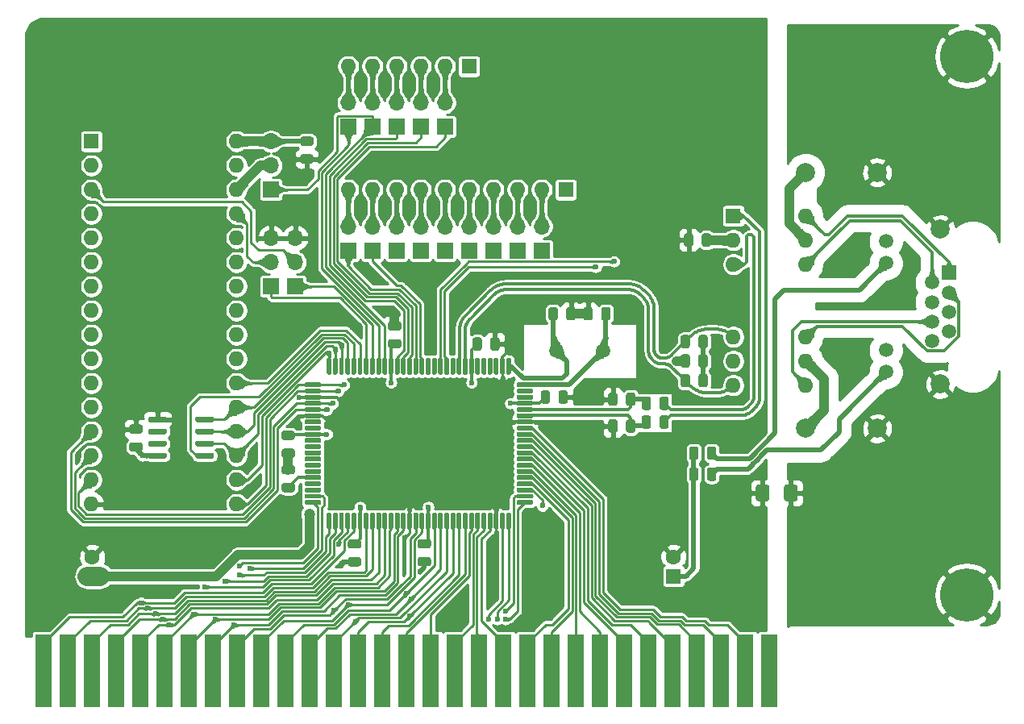
<source format=gbr>
G04 #@! TF.GenerationSoftware,KiCad,Pcbnew,(5.1.6)-1*
G04 #@! TF.CreationDate,2020-07-06T23:23:41+03:00*
G04 #@! TF.ProjectId,RTL8019,52544c38-3031-4392-9e6b-696361645f70,rev?*
G04 #@! TF.SameCoordinates,Original*
G04 #@! TF.FileFunction,Copper,L1,Top*
G04 #@! TF.FilePolarity,Positive*
%FSLAX46Y46*%
G04 Gerber Fmt 4.6, Leading zero omitted, Abs format (unit mm)*
G04 Created by KiCad (PCBNEW (5.1.6)-1) date 2020-07-06 23:23:41*
%MOMM*%
%LPD*%
G01*
G04 APERTURE LIST*
G04 #@! TA.AperFunction,ComponentPad*
%ADD10O,1.600000X1.600000*%
G04 #@! TD*
G04 #@! TA.AperFunction,ComponentPad*
%ADD11R,1.600000X1.600000*%
G04 #@! TD*
G04 #@! TA.AperFunction,ComponentPad*
%ADD12R,1.700000X1.700000*%
G04 #@! TD*
G04 #@! TA.AperFunction,ComponentPad*
%ADD13O,1.700000X1.700000*%
G04 #@! TD*
G04 #@! TA.AperFunction,ComponentPad*
%ADD14R,1.500000X1.500000*%
G04 #@! TD*
G04 #@! TA.AperFunction,ComponentPad*
%ADD15C,1.500000*%
G04 #@! TD*
G04 #@! TA.AperFunction,ComponentPad*
%ADD16C,2.000000*%
G04 #@! TD*
G04 #@! TA.AperFunction,ConnectorPad*
%ADD17R,1.778000X7.620000*%
G04 #@! TD*
G04 #@! TA.AperFunction,ComponentPad*
%ADD18C,1.600000*%
G04 #@! TD*
G04 #@! TA.AperFunction,ComponentPad*
%ADD19C,5.600000*%
G04 #@! TD*
G04 #@! TA.AperFunction,ViaPad*
%ADD20C,0.600000*%
G04 #@! TD*
G04 #@! TA.AperFunction,ViaPad*
%ADD21C,1.200000*%
G04 #@! TD*
G04 #@! TA.AperFunction,Conductor*
%ADD22C,1.016000*%
G04 #@! TD*
G04 #@! TA.AperFunction,Conductor*
%ADD23C,0.254000*%
G04 #@! TD*
G04 #@! TA.AperFunction,Conductor*
%ADD24C,0.508000*%
G04 #@! TD*
G04 #@! TA.AperFunction,Conductor*
%ADD25C,0.350000*%
G04 #@! TD*
G04 #@! TA.AperFunction,Conductor*
%ADD26C,2.032000*%
G04 #@! TD*
G04 #@! TA.AperFunction,Conductor*
%ADD27C,0.300000*%
G04 #@! TD*
G04 #@! TA.AperFunction,Conductor*
%ADD28C,0.025400*%
G04 #@! TD*
G04 APERTURE END LIST*
G04 #@! TA.AperFunction,SMDPad,CuDef*
G36*
G01*
X161087750Y-95168900D02*
X162000250Y-95168900D01*
G75*
G02*
X162244000Y-95412650I0J-243750D01*
G01*
X162244000Y-95900150D01*
G75*
G02*
X162000250Y-96143900I-243750J0D01*
G01*
X161087750Y-96143900D01*
G75*
G02*
X160844000Y-95900150I0J243750D01*
G01*
X160844000Y-95412650D01*
G75*
G02*
X161087750Y-95168900I243750J0D01*
G01*
G37*
G04 #@! TD.AperFunction*
G04 #@! TA.AperFunction,SMDPad,CuDef*
G36*
G01*
X161087750Y-97043900D02*
X162000250Y-97043900D01*
G75*
G02*
X162244000Y-97287650I0J-243750D01*
G01*
X162244000Y-97775150D01*
G75*
G02*
X162000250Y-98018900I-243750J0D01*
G01*
X161087750Y-98018900D01*
G75*
G02*
X160844000Y-97775150I0J243750D01*
G01*
X160844000Y-97287650D01*
G75*
G02*
X161087750Y-97043900I243750J0D01*
G01*
G37*
G04 #@! TD.AperFunction*
D10*
X215900000Y-77683360D03*
X208280000Y-77683360D03*
X208280000Y-85303360D03*
D11*
X208280000Y-72603360D03*
D10*
X208280000Y-87843360D03*
X208280000Y-75143360D03*
X215900000Y-87843360D03*
X215900000Y-75143360D03*
X215900000Y-72603360D03*
X215900000Y-90383360D03*
X208280000Y-90383360D03*
X215900000Y-85303360D03*
G04 #@! TA.AperFunction,SMDPad,CuDef*
G36*
G01*
X213612700Y-102326600D02*
X213612700Y-101076600D01*
G75*
G02*
X213862700Y-100826600I250000J0D01*
G01*
X214787700Y-100826600D01*
G75*
G02*
X215037700Y-101076600I0J-250000D01*
G01*
X215037700Y-102326600D01*
G75*
G02*
X214787700Y-102576600I-250000J0D01*
G01*
X213862700Y-102576600D01*
G75*
G02*
X213612700Y-102326600I0J250000D01*
G01*
G37*
G04 #@! TD.AperFunction*
G04 #@! TA.AperFunction,SMDPad,CuDef*
G36*
G01*
X210637700Y-102326600D02*
X210637700Y-101076600D01*
G75*
G02*
X210887700Y-100826600I250000J0D01*
G01*
X211812700Y-100826600D01*
G75*
G02*
X212062700Y-101076600I0J-250000D01*
G01*
X212062700Y-102326600D01*
G75*
G02*
X211812700Y-102576600I-250000J0D01*
G01*
X210887700Y-102576600D01*
G75*
G02*
X210637700Y-102326600I0J250000D01*
G01*
G37*
G04 #@! TD.AperFunction*
D12*
X162267900Y-80010000D03*
D13*
X162267900Y-77470000D03*
X162267900Y-74930000D03*
G04 #@! TA.AperFunction,SMDPad,CuDef*
G36*
G01*
X153754500Y-97640000D02*
X153754500Y-97940000D01*
G75*
G02*
X153604500Y-98090000I-150000J0D01*
G01*
X151954500Y-98090000D01*
G75*
G02*
X151804500Y-97940000I0J150000D01*
G01*
X151804500Y-97640000D01*
G75*
G02*
X151954500Y-97490000I150000J0D01*
G01*
X153604500Y-97490000D01*
G75*
G02*
X153754500Y-97640000I0J-150000D01*
G01*
G37*
G04 #@! TD.AperFunction*
G04 #@! TA.AperFunction,SMDPad,CuDef*
G36*
G01*
X153754500Y-96370000D02*
X153754500Y-96670000D01*
G75*
G02*
X153604500Y-96820000I-150000J0D01*
G01*
X151954500Y-96820000D01*
G75*
G02*
X151804500Y-96670000I0J150000D01*
G01*
X151804500Y-96370000D01*
G75*
G02*
X151954500Y-96220000I150000J0D01*
G01*
X153604500Y-96220000D01*
G75*
G02*
X153754500Y-96370000I0J-150000D01*
G01*
G37*
G04 #@! TD.AperFunction*
G04 #@! TA.AperFunction,SMDPad,CuDef*
G36*
G01*
X153754500Y-95100000D02*
X153754500Y-95400000D01*
G75*
G02*
X153604500Y-95550000I-150000J0D01*
G01*
X151954500Y-95550000D01*
G75*
G02*
X151804500Y-95400000I0J150000D01*
G01*
X151804500Y-95100000D01*
G75*
G02*
X151954500Y-94950000I150000J0D01*
G01*
X153604500Y-94950000D01*
G75*
G02*
X153754500Y-95100000I0J-150000D01*
G01*
G37*
G04 #@! TD.AperFunction*
G04 #@! TA.AperFunction,SMDPad,CuDef*
G36*
G01*
X153754500Y-93830000D02*
X153754500Y-94130000D01*
G75*
G02*
X153604500Y-94280000I-150000J0D01*
G01*
X151954500Y-94280000D01*
G75*
G02*
X151804500Y-94130000I0J150000D01*
G01*
X151804500Y-93830000D01*
G75*
G02*
X151954500Y-93680000I150000J0D01*
G01*
X153604500Y-93680000D01*
G75*
G02*
X153754500Y-93830000I0J-150000D01*
G01*
G37*
G04 #@! TD.AperFunction*
G04 #@! TA.AperFunction,SMDPad,CuDef*
G36*
G01*
X148804500Y-93830000D02*
X148804500Y-94130000D01*
G75*
G02*
X148654500Y-94280000I-150000J0D01*
G01*
X147004500Y-94280000D01*
G75*
G02*
X146854500Y-94130000I0J150000D01*
G01*
X146854500Y-93830000D01*
G75*
G02*
X147004500Y-93680000I150000J0D01*
G01*
X148654500Y-93680000D01*
G75*
G02*
X148804500Y-93830000I0J-150000D01*
G01*
G37*
G04 #@! TD.AperFunction*
G04 #@! TA.AperFunction,SMDPad,CuDef*
G36*
G01*
X148804500Y-95100000D02*
X148804500Y-95400000D01*
G75*
G02*
X148654500Y-95550000I-150000J0D01*
G01*
X147004500Y-95550000D01*
G75*
G02*
X146854500Y-95400000I0J150000D01*
G01*
X146854500Y-95100000D01*
G75*
G02*
X147004500Y-94950000I150000J0D01*
G01*
X148654500Y-94950000D01*
G75*
G02*
X148804500Y-95100000I0J-150000D01*
G01*
G37*
G04 #@! TD.AperFunction*
G04 #@! TA.AperFunction,SMDPad,CuDef*
G36*
G01*
X148804500Y-96370000D02*
X148804500Y-96670000D01*
G75*
G02*
X148654500Y-96820000I-150000J0D01*
G01*
X147004500Y-96820000D01*
G75*
G02*
X146854500Y-96670000I0J150000D01*
G01*
X146854500Y-96370000D01*
G75*
G02*
X147004500Y-96220000I150000J0D01*
G01*
X148654500Y-96220000D01*
G75*
G02*
X148804500Y-96370000I0J-150000D01*
G01*
G37*
G04 #@! TD.AperFunction*
G04 #@! TA.AperFunction,SMDPad,CuDef*
G36*
G01*
X148804500Y-97640000D02*
X148804500Y-97940000D01*
G75*
G02*
X148654500Y-98090000I-150000J0D01*
G01*
X147004500Y-98090000D01*
G75*
G02*
X146854500Y-97940000I0J150000D01*
G01*
X146854500Y-97640000D01*
G75*
G02*
X147004500Y-97490000I150000J0D01*
G01*
X148654500Y-97490000D01*
G75*
G02*
X148804500Y-97640000I0J-150000D01*
G01*
G37*
G04 #@! TD.AperFunction*
D14*
X230911400Y-78587600D03*
D15*
X230911400Y-80627600D03*
X230911400Y-82667600D03*
X230911400Y-84707600D03*
X229131400Y-79607600D03*
X229131400Y-81647600D03*
X229131400Y-83687600D03*
X229131400Y-85727600D03*
D16*
X230021400Y-90277600D03*
X230021400Y-74017600D03*
D15*
X224311400Y-75287600D03*
X224311400Y-77577600D03*
X224311400Y-86717600D03*
X224311400Y-89007600D03*
G04 #@! TA.AperFunction,SMDPad,CuDef*
G36*
G01*
X164885000Y-102945000D02*
X163385000Y-102945000D01*
G75*
G02*
X163260000Y-102820000I0J125000D01*
G01*
X163260000Y-102570000D01*
G75*
G02*
X163385000Y-102445000I125000J0D01*
G01*
X164885000Y-102445000D01*
G75*
G02*
X165010000Y-102570000I0J-125000D01*
G01*
X165010000Y-102820000D01*
G75*
G02*
X164885000Y-102945000I-125000J0D01*
G01*
G37*
G04 #@! TD.AperFunction*
G04 #@! TA.AperFunction,SMDPad,CuDef*
G36*
G01*
X164885000Y-102295000D02*
X163385000Y-102295000D01*
G75*
G02*
X163260000Y-102170000I0J125000D01*
G01*
X163260000Y-101920000D01*
G75*
G02*
X163385000Y-101795000I125000J0D01*
G01*
X164885000Y-101795000D01*
G75*
G02*
X165010000Y-101920000I0J-125000D01*
G01*
X165010000Y-102170000D01*
G75*
G02*
X164885000Y-102295000I-125000J0D01*
G01*
G37*
G04 #@! TD.AperFunction*
G04 #@! TA.AperFunction,SMDPad,CuDef*
G36*
G01*
X164885000Y-101645000D02*
X163385000Y-101645000D01*
G75*
G02*
X163260000Y-101520000I0J125000D01*
G01*
X163260000Y-101270000D01*
G75*
G02*
X163385000Y-101145000I125000J0D01*
G01*
X164885000Y-101145000D01*
G75*
G02*
X165010000Y-101270000I0J-125000D01*
G01*
X165010000Y-101520000D01*
G75*
G02*
X164885000Y-101645000I-125000J0D01*
G01*
G37*
G04 #@! TD.AperFunction*
G04 #@! TA.AperFunction,SMDPad,CuDef*
G36*
G01*
X164885000Y-100995000D02*
X163385000Y-100995000D01*
G75*
G02*
X163260000Y-100870000I0J125000D01*
G01*
X163260000Y-100620000D01*
G75*
G02*
X163385000Y-100495000I125000J0D01*
G01*
X164885000Y-100495000D01*
G75*
G02*
X165010000Y-100620000I0J-125000D01*
G01*
X165010000Y-100870000D01*
G75*
G02*
X164885000Y-100995000I-125000J0D01*
G01*
G37*
G04 #@! TD.AperFunction*
G04 #@! TA.AperFunction,SMDPad,CuDef*
G36*
G01*
X164885000Y-100345000D02*
X163385000Y-100345000D01*
G75*
G02*
X163260000Y-100220000I0J125000D01*
G01*
X163260000Y-99970000D01*
G75*
G02*
X163385000Y-99845000I125000J0D01*
G01*
X164885000Y-99845000D01*
G75*
G02*
X165010000Y-99970000I0J-125000D01*
G01*
X165010000Y-100220000D01*
G75*
G02*
X164885000Y-100345000I-125000J0D01*
G01*
G37*
G04 #@! TD.AperFunction*
G04 #@! TA.AperFunction,SMDPad,CuDef*
G36*
G01*
X164885000Y-99695000D02*
X163385000Y-99695000D01*
G75*
G02*
X163260000Y-99570000I0J125000D01*
G01*
X163260000Y-99320000D01*
G75*
G02*
X163385000Y-99195000I125000J0D01*
G01*
X164885000Y-99195000D01*
G75*
G02*
X165010000Y-99320000I0J-125000D01*
G01*
X165010000Y-99570000D01*
G75*
G02*
X164885000Y-99695000I-125000J0D01*
G01*
G37*
G04 #@! TD.AperFunction*
G04 #@! TA.AperFunction,SMDPad,CuDef*
G36*
G01*
X164885000Y-99045000D02*
X163385000Y-99045000D01*
G75*
G02*
X163260000Y-98920000I0J125000D01*
G01*
X163260000Y-98670000D01*
G75*
G02*
X163385000Y-98545000I125000J0D01*
G01*
X164885000Y-98545000D01*
G75*
G02*
X165010000Y-98670000I0J-125000D01*
G01*
X165010000Y-98920000D01*
G75*
G02*
X164885000Y-99045000I-125000J0D01*
G01*
G37*
G04 #@! TD.AperFunction*
G04 #@! TA.AperFunction,SMDPad,CuDef*
G36*
G01*
X164885000Y-98395000D02*
X163385000Y-98395000D01*
G75*
G02*
X163260000Y-98270000I0J125000D01*
G01*
X163260000Y-98020000D01*
G75*
G02*
X163385000Y-97895000I125000J0D01*
G01*
X164885000Y-97895000D01*
G75*
G02*
X165010000Y-98020000I0J-125000D01*
G01*
X165010000Y-98270000D01*
G75*
G02*
X164885000Y-98395000I-125000J0D01*
G01*
G37*
G04 #@! TD.AperFunction*
G04 #@! TA.AperFunction,SMDPad,CuDef*
G36*
G01*
X164885000Y-97745000D02*
X163385000Y-97745000D01*
G75*
G02*
X163260000Y-97620000I0J125000D01*
G01*
X163260000Y-97370000D01*
G75*
G02*
X163385000Y-97245000I125000J0D01*
G01*
X164885000Y-97245000D01*
G75*
G02*
X165010000Y-97370000I0J-125000D01*
G01*
X165010000Y-97620000D01*
G75*
G02*
X164885000Y-97745000I-125000J0D01*
G01*
G37*
G04 #@! TD.AperFunction*
G04 #@! TA.AperFunction,SMDPad,CuDef*
G36*
G01*
X164885000Y-97095000D02*
X163385000Y-97095000D01*
G75*
G02*
X163260000Y-96970000I0J125000D01*
G01*
X163260000Y-96720000D01*
G75*
G02*
X163385000Y-96595000I125000J0D01*
G01*
X164885000Y-96595000D01*
G75*
G02*
X165010000Y-96720000I0J-125000D01*
G01*
X165010000Y-96970000D01*
G75*
G02*
X164885000Y-97095000I-125000J0D01*
G01*
G37*
G04 #@! TD.AperFunction*
G04 #@! TA.AperFunction,SMDPad,CuDef*
G36*
G01*
X164885000Y-96445000D02*
X163385000Y-96445000D01*
G75*
G02*
X163260000Y-96320000I0J125000D01*
G01*
X163260000Y-96070000D01*
G75*
G02*
X163385000Y-95945000I125000J0D01*
G01*
X164885000Y-95945000D01*
G75*
G02*
X165010000Y-96070000I0J-125000D01*
G01*
X165010000Y-96320000D01*
G75*
G02*
X164885000Y-96445000I-125000J0D01*
G01*
G37*
G04 #@! TD.AperFunction*
G04 #@! TA.AperFunction,SMDPad,CuDef*
G36*
G01*
X164885000Y-95795000D02*
X163385000Y-95795000D01*
G75*
G02*
X163260000Y-95670000I0J125000D01*
G01*
X163260000Y-95420000D01*
G75*
G02*
X163385000Y-95295000I125000J0D01*
G01*
X164885000Y-95295000D01*
G75*
G02*
X165010000Y-95420000I0J-125000D01*
G01*
X165010000Y-95670000D01*
G75*
G02*
X164885000Y-95795000I-125000J0D01*
G01*
G37*
G04 #@! TD.AperFunction*
G04 #@! TA.AperFunction,SMDPad,CuDef*
G36*
G01*
X164885000Y-95145000D02*
X163385000Y-95145000D01*
G75*
G02*
X163260000Y-95020000I0J125000D01*
G01*
X163260000Y-94770000D01*
G75*
G02*
X163385000Y-94645000I125000J0D01*
G01*
X164885000Y-94645000D01*
G75*
G02*
X165010000Y-94770000I0J-125000D01*
G01*
X165010000Y-95020000D01*
G75*
G02*
X164885000Y-95145000I-125000J0D01*
G01*
G37*
G04 #@! TD.AperFunction*
G04 #@! TA.AperFunction,SMDPad,CuDef*
G36*
G01*
X164885000Y-94495000D02*
X163385000Y-94495000D01*
G75*
G02*
X163260000Y-94370000I0J125000D01*
G01*
X163260000Y-94120000D01*
G75*
G02*
X163385000Y-93995000I125000J0D01*
G01*
X164885000Y-93995000D01*
G75*
G02*
X165010000Y-94120000I0J-125000D01*
G01*
X165010000Y-94370000D01*
G75*
G02*
X164885000Y-94495000I-125000J0D01*
G01*
G37*
G04 #@! TD.AperFunction*
G04 #@! TA.AperFunction,SMDPad,CuDef*
G36*
G01*
X164885000Y-93845000D02*
X163385000Y-93845000D01*
G75*
G02*
X163260000Y-93720000I0J125000D01*
G01*
X163260000Y-93470000D01*
G75*
G02*
X163385000Y-93345000I125000J0D01*
G01*
X164885000Y-93345000D01*
G75*
G02*
X165010000Y-93470000I0J-125000D01*
G01*
X165010000Y-93720000D01*
G75*
G02*
X164885000Y-93845000I-125000J0D01*
G01*
G37*
G04 #@! TD.AperFunction*
G04 #@! TA.AperFunction,SMDPad,CuDef*
G36*
G01*
X164885000Y-93195000D02*
X163385000Y-93195000D01*
G75*
G02*
X163260000Y-93070000I0J125000D01*
G01*
X163260000Y-92820000D01*
G75*
G02*
X163385000Y-92695000I125000J0D01*
G01*
X164885000Y-92695000D01*
G75*
G02*
X165010000Y-92820000I0J-125000D01*
G01*
X165010000Y-93070000D01*
G75*
G02*
X164885000Y-93195000I-125000J0D01*
G01*
G37*
G04 #@! TD.AperFunction*
G04 #@! TA.AperFunction,SMDPad,CuDef*
G36*
G01*
X164885000Y-92545000D02*
X163385000Y-92545000D01*
G75*
G02*
X163260000Y-92420000I0J125000D01*
G01*
X163260000Y-92170000D01*
G75*
G02*
X163385000Y-92045000I125000J0D01*
G01*
X164885000Y-92045000D01*
G75*
G02*
X165010000Y-92170000I0J-125000D01*
G01*
X165010000Y-92420000D01*
G75*
G02*
X164885000Y-92545000I-125000J0D01*
G01*
G37*
G04 #@! TD.AperFunction*
G04 #@! TA.AperFunction,SMDPad,CuDef*
G36*
G01*
X164885000Y-91895000D02*
X163385000Y-91895000D01*
G75*
G02*
X163260000Y-91770000I0J125000D01*
G01*
X163260000Y-91520000D01*
G75*
G02*
X163385000Y-91395000I125000J0D01*
G01*
X164885000Y-91395000D01*
G75*
G02*
X165010000Y-91520000I0J-125000D01*
G01*
X165010000Y-91770000D01*
G75*
G02*
X164885000Y-91895000I-125000J0D01*
G01*
G37*
G04 #@! TD.AperFunction*
G04 #@! TA.AperFunction,SMDPad,CuDef*
G36*
G01*
X164885000Y-91245000D02*
X163385000Y-91245000D01*
G75*
G02*
X163260000Y-91120000I0J125000D01*
G01*
X163260000Y-90870000D01*
G75*
G02*
X163385000Y-90745000I125000J0D01*
G01*
X164885000Y-90745000D01*
G75*
G02*
X165010000Y-90870000I0J-125000D01*
G01*
X165010000Y-91120000D01*
G75*
G02*
X164885000Y-91245000I-125000J0D01*
G01*
G37*
G04 #@! TD.AperFunction*
G04 #@! TA.AperFunction,SMDPad,CuDef*
G36*
G01*
X164885000Y-90595000D02*
X163385000Y-90595000D01*
G75*
G02*
X163260000Y-90470000I0J125000D01*
G01*
X163260000Y-90220000D01*
G75*
G02*
X163385000Y-90095000I125000J0D01*
G01*
X164885000Y-90095000D01*
G75*
G02*
X165010000Y-90220000I0J-125000D01*
G01*
X165010000Y-90470000D01*
G75*
G02*
X164885000Y-90595000I-125000J0D01*
G01*
G37*
G04 #@! TD.AperFunction*
G04 #@! TA.AperFunction,SMDPad,CuDef*
G36*
G01*
X165960000Y-89270000D02*
X165710000Y-89270000D01*
G75*
G02*
X165585000Y-89145000I0J125000D01*
G01*
X165585000Y-87645000D01*
G75*
G02*
X165710000Y-87520000I125000J0D01*
G01*
X165960000Y-87520000D01*
G75*
G02*
X166085000Y-87645000I0J-125000D01*
G01*
X166085000Y-89145000D01*
G75*
G02*
X165960000Y-89270000I-125000J0D01*
G01*
G37*
G04 #@! TD.AperFunction*
G04 #@! TA.AperFunction,SMDPad,CuDef*
G36*
G01*
X166610000Y-89270000D02*
X166360000Y-89270000D01*
G75*
G02*
X166235000Y-89145000I0J125000D01*
G01*
X166235000Y-87645000D01*
G75*
G02*
X166360000Y-87520000I125000J0D01*
G01*
X166610000Y-87520000D01*
G75*
G02*
X166735000Y-87645000I0J-125000D01*
G01*
X166735000Y-89145000D01*
G75*
G02*
X166610000Y-89270000I-125000J0D01*
G01*
G37*
G04 #@! TD.AperFunction*
G04 #@! TA.AperFunction,SMDPad,CuDef*
G36*
G01*
X167260000Y-89270000D02*
X167010000Y-89270000D01*
G75*
G02*
X166885000Y-89145000I0J125000D01*
G01*
X166885000Y-87645000D01*
G75*
G02*
X167010000Y-87520000I125000J0D01*
G01*
X167260000Y-87520000D01*
G75*
G02*
X167385000Y-87645000I0J-125000D01*
G01*
X167385000Y-89145000D01*
G75*
G02*
X167260000Y-89270000I-125000J0D01*
G01*
G37*
G04 #@! TD.AperFunction*
G04 #@! TA.AperFunction,SMDPad,CuDef*
G36*
G01*
X167910000Y-89270000D02*
X167660000Y-89270000D01*
G75*
G02*
X167535000Y-89145000I0J125000D01*
G01*
X167535000Y-87645000D01*
G75*
G02*
X167660000Y-87520000I125000J0D01*
G01*
X167910000Y-87520000D01*
G75*
G02*
X168035000Y-87645000I0J-125000D01*
G01*
X168035000Y-89145000D01*
G75*
G02*
X167910000Y-89270000I-125000J0D01*
G01*
G37*
G04 #@! TD.AperFunction*
G04 #@! TA.AperFunction,SMDPad,CuDef*
G36*
G01*
X168560000Y-89270000D02*
X168310000Y-89270000D01*
G75*
G02*
X168185000Y-89145000I0J125000D01*
G01*
X168185000Y-87645000D01*
G75*
G02*
X168310000Y-87520000I125000J0D01*
G01*
X168560000Y-87520000D01*
G75*
G02*
X168685000Y-87645000I0J-125000D01*
G01*
X168685000Y-89145000D01*
G75*
G02*
X168560000Y-89270000I-125000J0D01*
G01*
G37*
G04 #@! TD.AperFunction*
G04 #@! TA.AperFunction,SMDPad,CuDef*
G36*
G01*
X169210000Y-89270000D02*
X168960000Y-89270000D01*
G75*
G02*
X168835000Y-89145000I0J125000D01*
G01*
X168835000Y-87645000D01*
G75*
G02*
X168960000Y-87520000I125000J0D01*
G01*
X169210000Y-87520000D01*
G75*
G02*
X169335000Y-87645000I0J-125000D01*
G01*
X169335000Y-89145000D01*
G75*
G02*
X169210000Y-89270000I-125000J0D01*
G01*
G37*
G04 #@! TD.AperFunction*
G04 #@! TA.AperFunction,SMDPad,CuDef*
G36*
G01*
X169860000Y-89270000D02*
X169610000Y-89270000D01*
G75*
G02*
X169485000Y-89145000I0J125000D01*
G01*
X169485000Y-87645000D01*
G75*
G02*
X169610000Y-87520000I125000J0D01*
G01*
X169860000Y-87520000D01*
G75*
G02*
X169985000Y-87645000I0J-125000D01*
G01*
X169985000Y-89145000D01*
G75*
G02*
X169860000Y-89270000I-125000J0D01*
G01*
G37*
G04 #@! TD.AperFunction*
G04 #@! TA.AperFunction,SMDPad,CuDef*
G36*
G01*
X170510000Y-89270000D02*
X170260000Y-89270000D01*
G75*
G02*
X170135000Y-89145000I0J125000D01*
G01*
X170135000Y-87645000D01*
G75*
G02*
X170260000Y-87520000I125000J0D01*
G01*
X170510000Y-87520000D01*
G75*
G02*
X170635000Y-87645000I0J-125000D01*
G01*
X170635000Y-89145000D01*
G75*
G02*
X170510000Y-89270000I-125000J0D01*
G01*
G37*
G04 #@! TD.AperFunction*
G04 #@! TA.AperFunction,SMDPad,CuDef*
G36*
G01*
X171160000Y-89270000D02*
X170910000Y-89270000D01*
G75*
G02*
X170785000Y-89145000I0J125000D01*
G01*
X170785000Y-87645000D01*
G75*
G02*
X170910000Y-87520000I125000J0D01*
G01*
X171160000Y-87520000D01*
G75*
G02*
X171285000Y-87645000I0J-125000D01*
G01*
X171285000Y-89145000D01*
G75*
G02*
X171160000Y-89270000I-125000J0D01*
G01*
G37*
G04 #@! TD.AperFunction*
G04 #@! TA.AperFunction,SMDPad,CuDef*
G36*
G01*
X171810000Y-89270000D02*
X171560000Y-89270000D01*
G75*
G02*
X171435000Y-89145000I0J125000D01*
G01*
X171435000Y-87645000D01*
G75*
G02*
X171560000Y-87520000I125000J0D01*
G01*
X171810000Y-87520000D01*
G75*
G02*
X171935000Y-87645000I0J-125000D01*
G01*
X171935000Y-89145000D01*
G75*
G02*
X171810000Y-89270000I-125000J0D01*
G01*
G37*
G04 #@! TD.AperFunction*
G04 #@! TA.AperFunction,SMDPad,CuDef*
G36*
G01*
X172460000Y-89270000D02*
X172210000Y-89270000D01*
G75*
G02*
X172085000Y-89145000I0J125000D01*
G01*
X172085000Y-87645000D01*
G75*
G02*
X172210000Y-87520000I125000J0D01*
G01*
X172460000Y-87520000D01*
G75*
G02*
X172585000Y-87645000I0J-125000D01*
G01*
X172585000Y-89145000D01*
G75*
G02*
X172460000Y-89270000I-125000J0D01*
G01*
G37*
G04 #@! TD.AperFunction*
G04 #@! TA.AperFunction,SMDPad,CuDef*
G36*
G01*
X173110000Y-89270000D02*
X172860000Y-89270000D01*
G75*
G02*
X172735000Y-89145000I0J125000D01*
G01*
X172735000Y-87645000D01*
G75*
G02*
X172860000Y-87520000I125000J0D01*
G01*
X173110000Y-87520000D01*
G75*
G02*
X173235000Y-87645000I0J-125000D01*
G01*
X173235000Y-89145000D01*
G75*
G02*
X173110000Y-89270000I-125000J0D01*
G01*
G37*
G04 #@! TD.AperFunction*
G04 #@! TA.AperFunction,SMDPad,CuDef*
G36*
G01*
X173760000Y-89270000D02*
X173510000Y-89270000D01*
G75*
G02*
X173385000Y-89145000I0J125000D01*
G01*
X173385000Y-87645000D01*
G75*
G02*
X173510000Y-87520000I125000J0D01*
G01*
X173760000Y-87520000D01*
G75*
G02*
X173885000Y-87645000I0J-125000D01*
G01*
X173885000Y-89145000D01*
G75*
G02*
X173760000Y-89270000I-125000J0D01*
G01*
G37*
G04 #@! TD.AperFunction*
G04 #@! TA.AperFunction,SMDPad,CuDef*
G36*
G01*
X174410000Y-89270000D02*
X174160000Y-89270000D01*
G75*
G02*
X174035000Y-89145000I0J125000D01*
G01*
X174035000Y-87645000D01*
G75*
G02*
X174160000Y-87520000I125000J0D01*
G01*
X174410000Y-87520000D01*
G75*
G02*
X174535000Y-87645000I0J-125000D01*
G01*
X174535000Y-89145000D01*
G75*
G02*
X174410000Y-89270000I-125000J0D01*
G01*
G37*
G04 #@! TD.AperFunction*
G04 #@! TA.AperFunction,SMDPad,CuDef*
G36*
G01*
X175060000Y-89270000D02*
X174810000Y-89270000D01*
G75*
G02*
X174685000Y-89145000I0J125000D01*
G01*
X174685000Y-87645000D01*
G75*
G02*
X174810000Y-87520000I125000J0D01*
G01*
X175060000Y-87520000D01*
G75*
G02*
X175185000Y-87645000I0J-125000D01*
G01*
X175185000Y-89145000D01*
G75*
G02*
X175060000Y-89270000I-125000J0D01*
G01*
G37*
G04 #@! TD.AperFunction*
G04 #@! TA.AperFunction,SMDPad,CuDef*
G36*
G01*
X175710000Y-89270000D02*
X175460000Y-89270000D01*
G75*
G02*
X175335000Y-89145000I0J125000D01*
G01*
X175335000Y-87645000D01*
G75*
G02*
X175460000Y-87520000I125000J0D01*
G01*
X175710000Y-87520000D01*
G75*
G02*
X175835000Y-87645000I0J-125000D01*
G01*
X175835000Y-89145000D01*
G75*
G02*
X175710000Y-89270000I-125000J0D01*
G01*
G37*
G04 #@! TD.AperFunction*
G04 #@! TA.AperFunction,SMDPad,CuDef*
G36*
G01*
X176360000Y-89270000D02*
X176110000Y-89270000D01*
G75*
G02*
X175985000Y-89145000I0J125000D01*
G01*
X175985000Y-87645000D01*
G75*
G02*
X176110000Y-87520000I125000J0D01*
G01*
X176360000Y-87520000D01*
G75*
G02*
X176485000Y-87645000I0J-125000D01*
G01*
X176485000Y-89145000D01*
G75*
G02*
X176360000Y-89270000I-125000J0D01*
G01*
G37*
G04 #@! TD.AperFunction*
G04 #@! TA.AperFunction,SMDPad,CuDef*
G36*
G01*
X177010000Y-89270000D02*
X176760000Y-89270000D01*
G75*
G02*
X176635000Y-89145000I0J125000D01*
G01*
X176635000Y-87645000D01*
G75*
G02*
X176760000Y-87520000I125000J0D01*
G01*
X177010000Y-87520000D01*
G75*
G02*
X177135000Y-87645000I0J-125000D01*
G01*
X177135000Y-89145000D01*
G75*
G02*
X177010000Y-89270000I-125000J0D01*
G01*
G37*
G04 #@! TD.AperFunction*
G04 #@! TA.AperFunction,SMDPad,CuDef*
G36*
G01*
X177660000Y-89270000D02*
X177410000Y-89270000D01*
G75*
G02*
X177285000Y-89145000I0J125000D01*
G01*
X177285000Y-87645000D01*
G75*
G02*
X177410000Y-87520000I125000J0D01*
G01*
X177660000Y-87520000D01*
G75*
G02*
X177785000Y-87645000I0J-125000D01*
G01*
X177785000Y-89145000D01*
G75*
G02*
X177660000Y-89270000I-125000J0D01*
G01*
G37*
G04 #@! TD.AperFunction*
G04 #@! TA.AperFunction,SMDPad,CuDef*
G36*
G01*
X178310000Y-89270000D02*
X178060000Y-89270000D01*
G75*
G02*
X177935000Y-89145000I0J125000D01*
G01*
X177935000Y-87645000D01*
G75*
G02*
X178060000Y-87520000I125000J0D01*
G01*
X178310000Y-87520000D01*
G75*
G02*
X178435000Y-87645000I0J-125000D01*
G01*
X178435000Y-89145000D01*
G75*
G02*
X178310000Y-89270000I-125000J0D01*
G01*
G37*
G04 #@! TD.AperFunction*
G04 #@! TA.AperFunction,SMDPad,CuDef*
G36*
G01*
X178960000Y-89270000D02*
X178710000Y-89270000D01*
G75*
G02*
X178585000Y-89145000I0J125000D01*
G01*
X178585000Y-87645000D01*
G75*
G02*
X178710000Y-87520000I125000J0D01*
G01*
X178960000Y-87520000D01*
G75*
G02*
X179085000Y-87645000I0J-125000D01*
G01*
X179085000Y-89145000D01*
G75*
G02*
X178960000Y-89270000I-125000J0D01*
G01*
G37*
G04 #@! TD.AperFunction*
G04 #@! TA.AperFunction,SMDPad,CuDef*
G36*
G01*
X179610000Y-89270000D02*
X179360000Y-89270000D01*
G75*
G02*
X179235000Y-89145000I0J125000D01*
G01*
X179235000Y-87645000D01*
G75*
G02*
X179360000Y-87520000I125000J0D01*
G01*
X179610000Y-87520000D01*
G75*
G02*
X179735000Y-87645000I0J-125000D01*
G01*
X179735000Y-89145000D01*
G75*
G02*
X179610000Y-89270000I-125000J0D01*
G01*
G37*
G04 #@! TD.AperFunction*
G04 #@! TA.AperFunction,SMDPad,CuDef*
G36*
G01*
X180260000Y-89270000D02*
X180010000Y-89270000D01*
G75*
G02*
X179885000Y-89145000I0J125000D01*
G01*
X179885000Y-87645000D01*
G75*
G02*
X180010000Y-87520000I125000J0D01*
G01*
X180260000Y-87520000D01*
G75*
G02*
X180385000Y-87645000I0J-125000D01*
G01*
X180385000Y-89145000D01*
G75*
G02*
X180260000Y-89270000I-125000J0D01*
G01*
G37*
G04 #@! TD.AperFunction*
G04 #@! TA.AperFunction,SMDPad,CuDef*
G36*
G01*
X180910000Y-89270000D02*
X180660000Y-89270000D01*
G75*
G02*
X180535000Y-89145000I0J125000D01*
G01*
X180535000Y-87645000D01*
G75*
G02*
X180660000Y-87520000I125000J0D01*
G01*
X180910000Y-87520000D01*
G75*
G02*
X181035000Y-87645000I0J-125000D01*
G01*
X181035000Y-89145000D01*
G75*
G02*
X180910000Y-89270000I-125000J0D01*
G01*
G37*
G04 #@! TD.AperFunction*
G04 #@! TA.AperFunction,SMDPad,CuDef*
G36*
G01*
X181560000Y-89270000D02*
X181310000Y-89270000D01*
G75*
G02*
X181185000Y-89145000I0J125000D01*
G01*
X181185000Y-87645000D01*
G75*
G02*
X181310000Y-87520000I125000J0D01*
G01*
X181560000Y-87520000D01*
G75*
G02*
X181685000Y-87645000I0J-125000D01*
G01*
X181685000Y-89145000D01*
G75*
G02*
X181560000Y-89270000I-125000J0D01*
G01*
G37*
G04 #@! TD.AperFunction*
G04 #@! TA.AperFunction,SMDPad,CuDef*
G36*
G01*
X182210000Y-89270000D02*
X181960000Y-89270000D01*
G75*
G02*
X181835000Y-89145000I0J125000D01*
G01*
X181835000Y-87645000D01*
G75*
G02*
X181960000Y-87520000I125000J0D01*
G01*
X182210000Y-87520000D01*
G75*
G02*
X182335000Y-87645000I0J-125000D01*
G01*
X182335000Y-89145000D01*
G75*
G02*
X182210000Y-89270000I-125000J0D01*
G01*
G37*
G04 #@! TD.AperFunction*
G04 #@! TA.AperFunction,SMDPad,CuDef*
G36*
G01*
X182860000Y-89270000D02*
X182610000Y-89270000D01*
G75*
G02*
X182485000Y-89145000I0J125000D01*
G01*
X182485000Y-87645000D01*
G75*
G02*
X182610000Y-87520000I125000J0D01*
G01*
X182860000Y-87520000D01*
G75*
G02*
X182985000Y-87645000I0J-125000D01*
G01*
X182985000Y-89145000D01*
G75*
G02*
X182860000Y-89270000I-125000J0D01*
G01*
G37*
G04 #@! TD.AperFunction*
G04 #@! TA.AperFunction,SMDPad,CuDef*
G36*
G01*
X183510000Y-89270000D02*
X183260000Y-89270000D01*
G75*
G02*
X183135000Y-89145000I0J125000D01*
G01*
X183135000Y-87645000D01*
G75*
G02*
X183260000Y-87520000I125000J0D01*
G01*
X183510000Y-87520000D01*
G75*
G02*
X183635000Y-87645000I0J-125000D01*
G01*
X183635000Y-89145000D01*
G75*
G02*
X183510000Y-89270000I-125000J0D01*
G01*
G37*
G04 #@! TD.AperFunction*
G04 #@! TA.AperFunction,SMDPad,CuDef*
G36*
G01*
X184160000Y-89270000D02*
X183910000Y-89270000D01*
G75*
G02*
X183785000Y-89145000I0J125000D01*
G01*
X183785000Y-87645000D01*
G75*
G02*
X183910000Y-87520000I125000J0D01*
G01*
X184160000Y-87520000D01*
G75*
G02*
X184285000Y-87645000I0J-125000D01*
G01*
X184285000Y-89145000D01*
G75*
G02*
X184160000Y-89270000I-125000J0D01*
G01*
G37*
G04 #@! TD.AperFunction*
G04 #@! TA.AperFunction,SMDPad,CuDef*
G36*
G01*
X184810000Y-89270000D02*
X184560000Y-89270000D01*
G75*
G02*
X184435000Y-89145000I0J125000D01*
G01*
X184435000Y-87645000D01*
G75*
G02*
X184560000Y-87520000I125000J0D01*
G01*
X184810000Y-87520000D01*
G75*
G02*
X184935000Y-87645000I0J-125000D01*
G01*
X184935000Y-89145000D01*
G75*
G02*
X184810000Y-89270000I-125000J0D01*
G01*
G37*
G04 #@! TD.AperFunction*
G04 #@! TA.AperFunction,SMDPad,CuDef*
G36*
G01*
X187135000Y-90595000D02*
X185635000Y-90595000D01*
G75*
G02*
X185510000Y-90470000I0J125000D01*
G01*
X185510000Y-90220000D01*
G75*
G02*
X185635000Y-90095000I125000J0D01*
G01*
X187135000Y-90095000D01*
G75*
G02*
X187260000Y-90220000I0J-125000D01*
G01*
X187260000Y-90470000D01*
G75*
G02*
X187135000Y-90595000I-125000J0D01*
G01*
G37*
G04 #@! TD.AperFunction*
G04 #@! TA.AperFunction,SMDPad,CuDef*
G36*
G01*
X187135000Y-91245000D02*
X185635000Y-91245000D01*
G75*
G02*
X185510000Y-91120000I0J125000D01*
G01*
X185510000Y-90870000D01*
G75*
G02*
X185635000Y-90745000I125000J0D01*
G01*
X187135000Y-90745000D01*
G75*
G02*
X187260000Y-90870000I0J-125000D01*
G01*
X187260000Y-91120000D01*
G75*
G02*
X187135000Y-91245000I-125000J0D01*
G01*
G37*
G04 #@! TD.AperFunction*
G04 #@! TA.AperFunction,SMDPad,CuDef*
G36*
G01*
X187135000Y-91895000D02*
X185635000Y-91895000D01*
G75*
G02*
X185510000Y-91770000I0J125000D01*
G01*
X185510000Y-91520000D01*
G75*
G02*
X185635000Y-91395000I125000J0D01*
G01*
X187135000Y-91395000D01*
G75*
G02*
X187260000Y-91520000I0J-125000D01*
G01*
X187260000Y-91770000D01*
G75*
G02*
X187135000Y-91895000I-125000J0D01*
G01*
G37*
G04 #@! TD.AperFunction*
G04 #@! TA.AperFunction,SMDPad,CuDef*
G36*
G01*
X187135000Y-92545000D02*
X185635000Y-92545000D01*
G75*
G02*
X185510000Y-92420000I0J125000D01*
G01*
X185510000Y-92170000D01*
G75*
G02*
X185635000Y-92045000I125000J0D01*
G01*
X187135000Y-92045000D01*
G75*
G02*
X187260000Y-92170000I0J-125000D01*
G01*
X187260000Y-92420000D01*
G75*
G02*
X187135000Y-92545000I-125000J0D01*
G01*
G37*
G04 #@! TD.AperFunction*
G04 #@! TA.AperFunction,SMDPad,CuDef*
G36*
G01*
X187135000Y-93195000D02*
X185635000Y-93195000D01*
G75*
G02*
X185510000Y-93070000I0J125000D01*
G01*
X185510000Y-92820000D01*
G75*
G02*
X185635000Y-92695000I125000J0D01*
G01*
X187135000Y-92695000D01*
G75*
G02*
X187260000Y-92820000I0J-125000D01*
G01*
X187260000Y-93070000D01*
G75*
G02*
X187135000Y-93195000I-125000J0D01*
G01*
G37*
G04 #@! TD.AperFunction*
G04 #@! TA.AperFunction,SMDPad,CuDef*
G36*
G01*
X187135000Y-93845000D02*
X185635000Y-93845000D01*
G75*
G02*
X185510000Y-93720000I0J125000D01*
G01*
X185510000Y-93470000D01*
G75*
G02*
X185635000Y-93345000I125000J0D01*
G01*
X187135000Y-93345000D01*
G75*
G02*
X187260000Y-93470000I0J-125000D01*
G01*
X187260000Y-93720000D01*
G75*
G02*
X187135000Y-93845000I-125000J0D01*
G01*
G37*
G04 #@! TD.AperFunction*
G04 #@! TA.AperFunction,SMDPad,CuDef*
G36*
G01*
X187135000Y-94495000D02*
X185635000Y-94495000D01*
G75*
G02*
X185510000Y-94370000I0J125000D01*
G01*
X185510000Y-94120000D01*
G75*
G02*
X185635000Y-93995000I125000J0D01*
G01*
X187135000Y-93995000D01*
G75*
G02*
X187260000Y-94120000I0J-125000D01*
G01*
X187260000Y-94370000D01*
G75*
G02*
X187135000Y-94495000I-125000J0D01*
G01*
G37*
G04 #@! TD.AperFunction*
G04 #@! TA.AperFunction,SMDPad,CuDef*
G36*
G01*
X187135000Y-95145000D02*
X185635000Y-95145000D01*
G75*
G02*
X185510000Y-95020000I0J125000D01*
G01*
X185510000Y-94770000D01*
G75*
G02*
X185635000Y-94645000I125000J0D01*
G01*
X187135000Y-94645000D01*
G75*
G02*
X187260000Y-94770000I0J-125000D01*
G01*
X187260000Y-95020000D01*
G75*
G02*
X187135000Y-95145000I-125000J0D01*
G01*
G37*
G04 #@! TD.AperFunction*
G04 #@! TA.AperFunction,SMDPad,CuDef*
G36*
G01*
X187135000Y-95795000D02*
X185635000Y-95795000D01*
G75*
G02*
X185510000Y-95670000I0J125000D01*
G01*
X185510000Y-95420000D01*
G75*
G02*
X185635000Y-95295000I125000J0D01*
G01*
X187135000Y-95295000D01*
G75*
G02*
X187260000Y-95420000I0J-125000D01*
G01*
X187260000Y-95670000D01*
G75*
G02*
X187135000Y-95795000I-125000J0D01*
G01*
G37*
G04 #@! TD.AperFunction*
G04 #@! TA.AperFunction,SMDPad,CuDef*
G36*
G01*
X187135000Y-96445000D02*
X185635000Y-96445000D01*
G75*
G02*
X185510000Y-96320000I0J125000D01*
G01*
X185510000Y-96070000D01*
G75*
G02*
X185635000Y-95945000I125000J0D01*
G01*
X187135000Y-95945000D01*
G75*
G02*
X187260000Y-96070000I0J-125000D01*
G01*
X187260000Y-96320000D01*
G75*
G02*
X187135000Y-96445000I-125000J0D01*
G01*
G37*
G04 #@! TD.AperFunction*
G04 #@! TA.AperFunction,SMDPad,CuDef*
G36*
G01*
X187135000Y-97095000D02*
X185635000Y-97095000D01*
G75*
G02*
X185510000Y-96970000I0J125000D01*
G01*
X185510000Y-96720000D01*
G75*
G02*
X185635000Y-96595000I125000J0D01*
G01*
X187135000Y-96595000D01*
G75*
G02*
X187260000Y-96720000I0J-125000D01*
G01*
X187260000Y-96970000D01*
G75*
G02*
X187135000Y-97095000I-125000J0D01*
G01*
G37*
G04 #@! TD.AperFunction*
G04 #@! TA.AperFunction,SMDPad,CuDef*
G36*
G01*
X187135000Y-97745000D02*
X185635000Y-97745000D01*
G75*
G02*
X185510000Y-97620000I0J125000D01*
G01*
X185510000Y-97370000D01*
G75*
G02*
X185635000Y-97245000I125000J0D01*
G01*
X187135000Y-97245000D01*
G75*
G02*
X187260000Y-97370000I0J-125000D01*
G01*
X187260000Y-97620000D01*
G75*
G02*
X187135000Y-97745000I-125000J0D01*
G01*
G37*
G04 #@! TD.AperFunction*
G04 #@! TA.AperFunction,SMDPad,CuDef*
G36*
G01*
X187135000Y-98395000D02*
X185635000Y-98395000D01*
G75*
G02*
X185510000Y-98270000I0J125000D01*
G01*
X185510000Y-98020000D01*
G75*
G02*
X185635000Y-97895000I125000J0D01*
G01*
X187135000Y-97895000D01*
G75*
G02*
X187260000Y-98020000I0J-125000D01*
G01*
X187260000Y-98270000D01*
G75*
G02*
X187135000Y-98395000I-125000J0D01*
G01*
G37*
G04 #@! TD.AperFunction*
G04 #@! TA.AperFunction,SMDPad,CuDef*
G36*
G01*
X187135000Y-99045000D02*
X185635000Y-99045000D01*
G75*
G02*
X185510000Y-98920000I0J125000D01*
G01*
X185510000Y-98670000D01*
G75*
G02*
X185635000Y-98545000I125000J0D01*
G01*
X187135000Y-98545000D01*
G75*
G02*
X187260000Y-98670000I0J-125000D01*
G01*
X187260000Y-98920000D01*
G75*
G02*
X187135000Y-99045000I-125000J0D01*
G01*
G37*
G04 #@! TD.AperFunction*
G04 #@! TA.AperFunction,SMDPad,CuDef*
G36*
G01*
X187135000Y-99695000D02*
X185635000Y-99695000D01*
G75*
G02*
X185510000Y-99570000I0J125000D01*
G01*
X185510000Y-99320000D01*
G75*
G02*
X185635000Y-99195000I125000J0D01*
G01*
X187135000Y-99195000D01*
G75*
G02*
X187260000Y-99320000I0J-125000D01*
G01*
X187260000Y-99570000D01*
G75*
G02*
X187135000Y-99695000I-125000J0D01*
G01*
G37*
G04 #@! TD.AperFunction*
G04 #@! TA.AperFunction,SMDPad,CuDef*
G36*
G01*
X187135000Y-100345000D02*
X185635000Y-100345000D01*
G75*
G02*
X185510000Y-100220000I0J125000D01*
G01*
X185510000Y-99970000D01*
G75*
G02*
X185635000Y-99845000I125000J0D01*
G01*
X187135000Y-99845000D01*
G75*
G02*
X187260000Y-99970000I0J-125000D01*
G01*
X187260000Y-100220000D01*
G75*
G02*
X187135000Y-100345000I-125000J0D01*
G01*
G37*
G04 #@! TD.AperFunction*
G04 #@! TA.AperFunction,SMDPad,CuDef*
G36*
G01*
X187135000Y-100995000D02*
X185635000Y-100995000D01*
G75*
G02*
X185510000Y-100870000I0J125000D01*
G01*
X185510000Y-100620000D01*
G75*
G02*
X185635000Y-100495000I125000J0D01*
G01*
X187135000Y-100495000D01*
G75*
G02*
X187260000Y-100620000I0J-125000D01*
G01*
X187260000Y-100870000D01*
G75*
G02*
X187135000Y-100995000I-125000J0D01*
G01*
G37*
G04 #@! TD.AperFunction*
G04 #@! TA.AperFunction,SMDPad,CuDef*
G36*
G01*
X187135000Y-101645000D02*
X185635000Y-101645000D01*
G75*
G02*
X185510000Y-101520000I0J125000D01*
G01*
X185510000Y-101270000D01*
G75*
G02*
X185635000Y-101145000I125000J0D01*
G01*
X187135000Y-101145000D01*
G75*
G02*
X187260000Y-101270000I0J-125000D01*
G01*
X187260000Y-101520000D01*
G75*
G02*
X187135000Y-101645000I-125000J0D01*
G01*
G37*
G04 #@! TD.AperFunction*
G04 #@! TA.AperFunction,SMDPad,CuDef*
G36*
G01*
X187135000Y-102295000D02*
X185635000Y-102295000D01*
G75*
G02*
X185510000Y-102170000I0J125000D01*
G01*
X185510000Y-101920000D01*
G75*
G02*
X185635000Y-101795000I125000J0D01*
G01*
X187135000Y-101795000D01*
G75*
G02*
X187260000Y-101920000I0J-125000D01*
G01*
X187260000Y-102170000D01*
G75*
G02*
X187135000Y-102295000I-125000J0D01*
G01*
G37*
G04 #@! TD.AperFunction*
G04 #@! TA.AperFunction,SMDPad,CuDef*
G36*
G01*
X187135000Y-102945000D02*
X185635000Y-102945000D01*
G75*
G02*
X185510000Y-102820000I0J125000D01*
G01*
X185510000Y-102570000D01*
G75*
G02*
X185635000Y-102445000I125000J0D01*
G01*
X187135000Y-102445000D01*
G75*
G02*
X187260000Y-102570000I0J-125000D01*
G01*
X187260000Y-102820000D01*
G75*
G02*
X187135000Y-102945000I-125000J0D01*
G01*
G37*
G04 #@! TD.AperFunction*
G04 #@! TA.AperFunction,SMDPad,CuDef*
G36*
G01*
X184810000Y-105520000D02*
X184560000Y-105520000D01*
G75*
G02*
X184435000Y-105395000I0J125000D01*
G01*
X184435000Y-103895000D01*
G75*
G02*
X184560000Y-103770000I125000J0D01*
G01*
X184810000Y-103770000D01*
G75*
G02*
X184935000Y-103895000I0J-125000D01*
G01*
X184935000Y-105395000D01*
G75*
G02*
X184810000Y-105520000I-125000J0D01*
G01*
G37*
G04 #@! TD.AperFunction*
G04 #@! TA.AperFunction,SMDPad,CuDef*
G36*
G01*
X184160000Y-105520000D02*
X183910000Y-105520000D01*
G75*
G02*
X183785000Y-105395000I0J125000D01*
G01*
X183785000Y-103895000D01*
G75*
G02*
X183910000Y-103770000I125000J0D01*
G01*
X184160000Y-103770000D01*
G75*
G02*
X184285000Y-103895000I0J-125000D01*
G01*
X184285000Y-105395000D01*
G75*
G02*
X184160000Y-105520000I-125000J0D01*
G01*
G37*
G04 #@! TD.AperFunction*
G04 #@! TA.AperFunction,SMDPad,CuDef*
G36*
G01*
X183510000Y-105520000D02*
X183260000Y-105520000D01*
G75*
G02*
X183135000Y-105395000I0J125000D01*
G01*
X183135000Y-103895000D01*
G75*
G02*
X183260000Y-103770000I125000J0D01*
G01*
X183510000Y-103770000D01*
G75*
G02*
X183635000Y-103895000I0J-125000D01*
G01*
X183635000Y-105395000D01*
G75*
G02*
X183510000Y-105520000I-125000J0D01*
G01*
G37*
G04 #@! TD.AperFunction*
G04 #@! TA.AperFunction,SMDPad,CuDef*
G36*
G01*
X182860000Y-105520000D02*
X182610000Y-105520000D01*
G75*
G02*
X182485000Y-105395000I0J125000D01*
G01*
X182485000Y-103895000D01*
G75*
G02*
X182610000Y-103770000I125000J0D01*
G01*
X182860000Y-103770000D01*
G75*
G02*
X182985000Y-103895000I0J-125000D01*
G01*
X182985000Y-105395000D01*
G75*
G02*
X182860000Y-105520000I-125000J0D01*
G01*
G37*
G04 #@! TD.AperFunction*
G04 #@! TA.AperFunction,SMDPad,CuDef*
G36*
G01*
X182210000Y-105520000D02*
X181960000Y-105520000D01*
G75*
G02*
X181835000Y-105395000I0J125000D01*
G01*
X181835000Y-103895000D01*
G75*
G02*
X181960000Y-103770000I125000J0D01*
G01*
X182210000Y-103770000D01*
G75*
G02*
X182335000Y-103895000I0J-125000D01*
G01*
X182335000Y-105395000D01*
G75*
G02*
X182210000Y-105520000I-125000J0D01*
G01*
G37*
G04 #@! TD.AperFunction*
G04 #@! TA.AperFunction,SMDPad,CuDef*
G36*
G01*
X181560000Y-105520000D02*
X181310000Y-105520000D01*
G75*
G02*
X181185000Y-105395000I0J125000D01*
G01*
X181185000Y-103895000D01*
G75*
G02*
X181310000Y-103770000I125000J0D01*
G01*
X181560000Y-103770000D01*
G75*
G02*
X181685000Y-103895000I0J-125000D01*
G01*
X181685000Y-105395000D01*
G75*
G02*
X181560000Y-105520000I-125000J0D01*
G01*
G37*
G04 #@! TD.AperFunction*
G04 #@! TA.AperFunction,SMDPad,CuDef*
G36*
G01*
X180910000Y-105520000D02*
X180660000Y-105520000D01*
G75*
G02*
X180535000Y-105395000I0J125000D01*
G01*
X180535000Y-103895000D01*
G75*
G02*
X180660000Y-103770000I125000J0D01*
G01*
X180910000Y-103770000D01*
G75*
G02*
X181035000Y-103895000I0J-125000D01*
G01*
X181035000Y-105395000D01*
G75*
G02*
X180910000Y-105520000I-125000J0D01*
G01*
G37*
G04 #@! TD.AperFunction*
G04 #@! TA.AperFunction,SMDPad,CuDef*
G36*
G01*
X180260000Y-105520000D02*
X180010000Y-105520000D01*
G75*
G02*
X179885000Y-105395000I0J125000D01*
G01*
X179885000Y-103895000D01*
G75*
G02*
X180010000Y-103770000I125000J0D01*
G01*
X180260000Y-103770000D01*
G75*
G02*
X180385000Y-103895000I0J-125000D01*
G01*
X180385000Y-105395000D01*
G75*
G02*
X180260000Y-105520000I-125000J0D01*
G01*
G37*
G04 #@! TD.AperFunction*
G04 #@! TA.AperFunction,SMDPad,CuDef*
G36*
G01*
X179610000Y-105520000D02*
X179360000Y-105520000D01*
G75*
G02*
X179235000Y-105395000I0J125000D01*
G01*
X179235000Y-103895000D01*
G75*
G02*
X179360000Y-103770000I125000J0D01*
G01*
X179610000Y-103770000D01*
G75*
G02*
X179735000Y-103895000I0J-125000D01*
G01*
X179735000Y-105395000D01*
G75*
G02*
X179610000Y-105520000I-125000J0D01*
G01*
G37*
G04 #@! TD.AperFunction*
G04 #@! TA.AperFunction,SMDPad,CuDef*
G36*
G01*
X178960000Y-105520000D02*
X178710000Y-105520000D01*
G75*
G02*
X178585000Y-105395000I0J125000D01*
G01*
X178585000Y-103895000D01*
G75*
G02*
X178710000Y-103770000I125000J0D01*
G01*
X178960000Y-103770000D01*
G75*
G02*
X179085000Y-103895000I0J-125000D01*
G01*
X179085000Y-105395000D01*
G75*
G02*
X178960000Y-105520000I-125000J0D01*
G01*
G37*
G04 #@! TD.AperFunction*
G04 #@! TA.AperFunction,SMDPad,CuDef*
G36*
G01*
X178310000Y-105520000D02*
X178060000Y-105520000D01*
G75*
G02*
X177935000Y-105395000I0J125000D01*
G01*
X177935000Y-103895000D01*
G75*
G02*
X178060000Y-103770000I125000J0D01*
G01*
X178310000Y-103770000D01*
G75*
G02*
X178435000Y-103895000I0J-125000D01*
G01*
X178435000Y-105395000D01*
G75*
G02*
X178310000Y-105520000I-125000J0D01*
G01*
G37*
G04 #@! TD.AperFunction*
G04 #@! TA.AperFunction,SMDPad,CuDef*
G36*
G01*
X177660000Y-105520000D02*
X177410000Y-105520000D01*
G75*
G02*
X177285000Y-105395000I0J125000D01*
G01*
X177285000Y-103895000D01*
G75*
G02*
X177410000Y-103770000I125000J0D01*
G01*
X177660000Y-103770000D01*
G75*
G02*
X177785000Y-103895000I0J-125000D01*
G01*
X177785000Y-105395000D01*
G75*
G02*
X177660000Y-105520000I-125000J0D01*
G01*
G37*
G04 #@! TD.AperFunction*
G04 #@! TA.AperFunction,SMDPad,CuDef*
G36*
G01*
X177010000Y-105520000D02*
X176760000Y-105520000D01*
G75*
G02*
X176635000Y-105395000I0J125000D01*
G01*
X176635000Y-103895000D01*
G75*
G02*
X176760000Y-103770000I125000J0D01*
G01*
X177010000Y-103770000D01*
G75*
G02*
X177135000Y-103895000I0J-125000D01*
G01*
X177135000Y-105395000D01*
G75*
G02*
X177010000Y-105520000I-125000J0D01*
G01*
G37*
G04 #@! TD.AperFunction*
G04 #@! TA.AperFunction,SMDPad,CuDef*
G36*
G01*
X176360000Y-105520000D02*
X176110000Y-105520000D01*
G75*
G02*
X175985000Y-105395000I0J125000D01*
G01*
X175985000Y-103895000D01*
G75*
G02*
X176110000Y-103770000I125000J0D01*
G01*
X176360000Y-103770000D01*
G75*
G02*
X176485000Y-103895000I0J-125000D01*
G01*
X176485000Y-105395000D01*
G75*
G02*
X176360000Y-105520000I-125000J0D01*
G01*
G37*
G04 #@! TD.AperFunction*
G04 #@! TA.AperFunction,SMDPad,CuDef*
G36*
G01*
X175710000Y-105520000D02*
X175460000Y-105520000D01*
G75*
G02*
X175335000Y-105395000I0J125000D01*
G01*
X175335000Y-103895000D01*
G75*
G02*
X175460000Y-103770000I125000J0D01*
G01*
X175710000Y-103770000D01*
G75*
G02*
X175835000Y-103895000I0J-125000D01*
G01*
X175835000Y-105395000D01*
G75*
G02*
X175710000Y-105520000I-125000J0D01*
G01*
G37*
G04 #@! TD.AperFunction*
G04 #@! TA.AperFunction,SMDPad,CuDef*
G36*
G01*
X175060000Y-105520000D02*
X174810000Y-105520000D01*
G75*
G02*
X174685000Y-105395000I0J125000D01*
G01*
X174685000Y-103895000D01*
G75*
G02*
X174810000Y-103770000I125000J0D01*
G01*
X175060000Y-103770000D01*
G75*
G02*
X175185000Y-103895000I0J-125000D01*
G01*
X175185000Y-105395000D01*
G75*
G02*
X175060000Y-105520000I-125000J0D01*
G01*
G37*
G04 #@! TD.AperFunction*
G04 #@! TA.AperFunction,SMDPad,CuDef*
G36*
G01*
X174410000Y-105520000D02*
X174160000Y-105520000D01*
G75*
G02*
X174035000Y-105395000I0J125000D01*
G01*
X174035000Y-103895000D01*
G75*
G02*
X174160000Y-103770000I125000J0D01*
G01*
X174410000Y-103770000D01*
G75*
G02*
X174535000Y-103895000I0J-125000D01*
G01*
X174535000Y-105395000D01*
G75*
G02*
X174410000Y-105520000I-125000J0D01*
G01*
G37*
G04 #@! TD.AperFunction*
G04 #@! TA.AperFunction,SMDPad,CuDef*
G36*
G01*
X173760000Y-105520000D02*
X173510000Y-105520000D01*
G75*
G02*
X173385000Y-105395000I0J125000D01*
G01*
X173385000Y-103895000D01*
G75*
G02*
X173510000Y-103770000I125000J0D01*
G01*
X173760000Y-103770000D01*
G75*
G02*
X173885000Y-103895000I0J-125000D01*
G01*
X173885000Y-105395000D01*
G75*
G02*
X173760000Y-105520000I-125000J0D01*
G01*
G37*
G04 #@! TD.AperFunction*
G04 #@! TA.AperFunction,SMDPad,CuDef*
G36*
G01*
X173110000Y-105520000D02*
X172860000Y-105520000D01*
G75*
G02*
X172735000Y-105395000I0J125000D01*
G01*
X172735000Y-103895000D01*
G75*
G02*
X172860000Y-103770000I125000J0D01*
G01*
X173110000Y-103770000D01*
G75*
G02*
X173235000Y-103895000I0J-125000D01*
G01*
X173235000Y-105395000D01*
G75*
G02*
X173110000Y-105520000I-125000J0D01*
G01*
G37*
G04 #@! TD.AperFunction*
G04 #@! TA.AperFunction,SMDPad,CuDef*
G36*
G01*
X172460000Y-105520000D02*
X172210000Y-105520000D01*
G75*
G02*
X172085000Y-105395000I0J125000D01*
G01*
X172085000Y-103895000D01*
G75*
G02*
X172210000Y-103770000I125000J0D01*
G01*
X172460000Y-103770000D01*
G75*
G02*
X172585000Y-103895000I0J-125000D01*
G01*
X172585000Y-105395000D01*
G75*
G02*
X172460000Y-105520000I-125000J0D01*
G01*
G37*
G04 #@! TD.AperFunction*
G04 #@! TA.AperFunction,SMDPad,CuDef*
G36*
G01*
X171810000Y-105520000D02*
X171560000Y-105520000D01*
G75*
G02*
X171435000Y-105395000I0J125000D01*
G01*
X171435000Y-103895000D01*
G75*
G02*
X171560000Y-103770000I125000J0D01*
G01*
X171810000Y-103770000D01*
G75*
G02*
X171935000Y-103895000I0J-125000D01*
G01*
X171935000Y-105395000D01*
G75*
G02*
X171810000Y-105520000I-125000J0D01*
G01*
G37*
G04 #@! TD.AperFunction*
G04 #@! TA.AperFunction,SMDPad,CuDef*
G36*
G01*
X171160000Y-105520000D02*
X170910000Y-105520000D01*
G75*
G02*
X170785000Y-105395000I0J125000D01*
G01*
X170785000Y-103895000D01*
G75*
G02*
X170910000Y-103770000I125000J0D01*
G01*
X171160000Y-103770000D01*
G75*
G02*
X171285000Y-103895000I0J-125000D01*
G01*
X171285000Y-105395000D01*
G75*
G02*
X171160000Y-105520000I-125000J0D01*
G01*
G37*
G04 #@! TD.AperFunction*
G04 #@! TA.AperFunction,SMDPad,CuDef*
G36*
G01*
X170510000Y-105520000D02*
X170260000Y-105520000D01*
G75*
G02*
X170135000Y-105395000I0J125000D01*
G01*
X170135000Y-103895000D01*
G75*
G02*
X170260000Y-103770000I125000J0D01*
G01*
X170510000Y-103770000D01*
G75*
G02*
X170635000Y-103895000I0J-125000D01*
G01*
X170635000Y-105395000D01*
G75*
G02*
X170510000Y-105520000I-125000J0D01*
G01*
G37*
G04 #@! TD.AperFunction*
G04 #@! TA.AperFunction,SMDPad,CuDef*
G36*
G01*
X169860000Y-105520000D02*
X169610000Y-105520000D01*
G75*
G02*
X169485000Y-105395000I0J125000D01*
G01*
X169485000Y-103895000D01*
G75*
G02*
X169610000Y-103770000I125000J0D01*
G01*
X169860000Y-103770000D01*
G75*
G02*
X169985000Y-103895000I0J-125000D01*
G01*
X169985000Y-105395000D01*
G75*
G02*
X169860000Y-105520000I-125000J0D01*
G01*
G37*
G04 #@! TD.AperFunction*
G04 #@! TA.AperFunction,SMDPad,CuDef*
G36*
G01*
X169210000Y-105520000D02*
X168960000Y-105520000D01*
G75*
G02*
X168835000Y-105395000I0J125000D01*
G01*
X168835000Y-103895000D01*
G75*
G02*
X168960000Y-103770000I125000J0D01*
G01*
X169210000Y-103770000D01*
G75*
G02*
X169335000Y-103895000I0J-125000D01*
G01*
X169335000Y-105395000D01*
G75*
G02*
X169210000Y-105520000I-125000J0D01*
G01*
G37*
G04 #@! TD.AperFunction*
G04 #@! TA.AperFunction,SMDPad,CuDef*
G36*
G01*
X168560000Y-105520000D02*
X168310000Y-105520000D01*
G75*
G02*
X168185000Y-105395000I0J125000D01*
G01*
X168185000Y-103895000D01*
G75*
G02*
X168310000Y-103770000I125000J0D01*
G01*
X168560000Y-103770000D01*
G75*
G02*
X168685000Y-103895000I0J-125000D01*
G01*
X168685000Y-105395000D01*
G75*
G02*
X168560000Y-105520000I-125000J0D01*
G01*
G37*
G04 #@! TD.AperFunction*
G04 #@! TA.AperFunction,SMDPad,CuDef*
G36*
G01*
X167910000Y-105520000D02*
X167660000Y-105520000D01*
G75*
G02*
X167535000Y-105395000I0J125000D01*
G01*
X167535000Y-103895000D01*
G75*
G02*
X167660000Y-103770000I125000J0D01*
G01*
X167910000Y-103770000D01*
G75*
G02*
X168035000Y-103895000I0J-125000D01*
G01*
X168035000Y-105395000D01*
G75*
G02*
X167910000Y-105520000I-125000J0D01*
G01*
G37*
G04 #@! TD.AperFunction*
G04 #@! TA.AperFunction,SMDPad,CuDef*
G36*
G01*
X167260000Y-105520000D02*
X167010000Y-105520000D01*
G75*
G02*
X166885000Y-105395000I0J125000D01*
G01*
X166885000Y-103895000D01*
G75*
G02*
X167010000Y-103770000I125000J0D01*
G01*
X167260000Y-103770000D01*
G75*
G02*
X167385000Y-103895000I0J-125000D01*
G01*
X167385000Y-105395000D01*
G75*
G02*
X167260000Y-105520000I-125000J0D01*
G01*
G37*
G04 #@! TD.AperFunction*
G04 #@! TA.AperFunction,SMDPad,CuDef*
G36*
G01*
X166610000Y-105520000D02*
X166360000Y-105520000D01*
G75*
G02*
X166235000Y-105395000I0J125000D01*
G01*
X166235000Y-103895000D01*
G75*
G02*
X166360000Y-103770000I125000J0D01*
G01*
X166610000Y-103770000D01*
G75*
G02*
X166735000Y-103895000I0J-125000D01*
G01*
X166735000Y-105395000D01*
G75*
G02*
X166610000Y-105520000I-125000J0D01*
G01*
G37*
G04 #@! TD.AperFunction*
G04 #@! TA.AperFunction,SMDPad,CuDef*
G36*
G01*
X165960000Y-105520000D02*
X165710000Y-105520000D01*
G75*
G02*
X165585000Y-105395000I0J125000D01*
G01*
X165585000Y-103895000D01*
G75*
G02*
X165710000Y-103770000I125000J0D01*
G01*
X165960000Y-103770000D01*
G75*
G02*
X166085000Y-103895000I0J-125000D01*
G01*
X166085000Y-105395000D01*
G75*
G02*
X165960000Y-105520000I-125000J0D01*
G01*
G37*
G04 #@! TD.AperFunction*
D11*
X140868400Y-64770000D03*
D10*
X156108400Y-102870000D03*
X140868400Y-67310000D03*
X156108400Y-100330000D03*
X140868400Y-69850000D03*
X156108400Y-97790000D03*
X140868400Y-72390000D03*
X156108400Y-95250000D03*
X140868400Y-74930000D03*
X156108400Y-92710000D03*
X140868400Y-77470000D03*
X156108400Y-90170000D03*
X140868400Y-80010000D03*
X156108400Y-87630000D03*
X140868400Y-82550000D03*
X156108400Y-85090000D03*
X140868400Y-85090000D03*
X156108400Y-82550000D03*
X140868400Y-87630000D03*
X156108400Y-80010000D03*
X140868400Y-90170000D03*
X156108400Y-77470000D03*
X140868400Y-92710000D03*
X156108400Y-74930000D03*
X140868400Y-95250000D03*
X156108400Y-72390000D03*
X140868400Y-97790000D03*
X156108400Y-69850000D03*
X140868400Y-100330000D03*
X156108400Y-67310000D03*
X140868400Y-102870000D03*
X156108400Y-64770000D03*
D17*
X212090000Y-120345200D03*
X209550000Y-120345200D03*
X207010000Y-120345200D03*
X204470000Y-120345200D03*
X201930000Y-120345200D03*
X199390000Y-120345200D03*
X196850000Y-120345200D03*
X194310000Y-120345200D03*
X191770000Y-120345200D03*
X189230000Y-120345200D03*
X186690000Y-120345200D03*
X184150000Y-120345200D03*
X181610000Y-120345200D03*
X179070000Y-120345200D03*
X176530000Y-120345200D03*
X173990000Y-120345200D03*
X171450000Y-120345200D03*
X168910000Y-120345200D03*
X166370000Y-120345200D03*
X163830000Y-120345200D03*
X161290000Y-120345200D03*
X158750000Y-120345200D03*
X156210000Y-120345200D03*
X153670000Y-120345200D03*
X151130000Y-120345200D03*
X148590000Y-120345200D03*
X146050000Y-120345200D03*
X143510000Y-120345200D03*
X140970000Y-120345200D03*
X138430000Y-120345200D03*
X135890000Y-120345200D03*
D18*
X140970000Y-108439200D03*
D11*
X140970000Y-110439200D03*
D18*
X202003660Y-108435140D03*
D11*
X202003660Y-110435140D03*
D19*
X232791000Y-112395000D03*
X232791000Y-55880000D03*
G04 #@! TA.AperFunction,SMDPad,CuDef*
G36*
G01*
X204610640Y-99287470D02*
X204610640Y-100199970D01*
G75*
G02*
X204366890Y-100443720I-243750J0D01*
G01*
X203879390Y-100443720D01*
G75*
G02*
X203635640Y-100199970I0J243750D01*
G01*
X203635640Y-99287470D01*
G75*
G02*
X203879390Y-99043720I243750J0D01*
G01*
X204366890Y-99043720D01*
G75*
G02*
X204610640Y-99287470I0J-243750D01*
G01*
G37*
G04 #@! TD.AperFunction*
G04 #@! TA.AperFunction,SMDPad,CuDef*
G36*
G01*
X206485640Y-99287470D02*
X206485640Y-100199970D01*
G75*
G02*
X206241890Y-100443720I-243750J0D01*
G01*
X205754390Y-100443720D01*
G75*
G02*
X205510640Y-100199970I0J243750D01*
G01*
X205510640Y-99287470D01*
G75*
G02*
X205754390Y-99043720I243750J0D01*
G01*
X206241890Y-99043720D01*
G75*
G02*
X206485640Y-99287470I0J-243750D01*
G01*
G37*
G04 #@! TD.AperFunction*
G04 #@! TA.AperFunction,SMDPad,CuDef*
G36*
G01*
X201503340Y-91836343D02*
X201503340Y-92748843D01*
G75*
G02*
X201259590Y-92992593I-243750J0D01*
G01*
X200772090Y-92992593D01*
G75*
G02*
X200528340Y-92748843I0J243750D01*
G01*
X200528340Y-91836343D01*
G75*
G02*
X200772090Y-91592593I243750J0D01*
G01*
X201259590Y-91592593D01*
G75*
G02*
X201503340Y-91836343I0J-243750D01*
G01*
G37*
G04 #@! TD.AperFunction*
G04 #@! TA.AperFunction,SMDPad,CuDef*
G36*
G01*
X199628340Y-91836343D02*
X199628340Y-92748843D01*
G75*
G02*
X199384590Y-92992593I-243750J0D01*
G01*
X198897090Y-92992593D01*
G75*
G02*
X198653340Y-92748843I0J243750D01*
G01*
X198653340Y-91836343D01*
G75*
G02*
X198897090Y-91592593I243750J0D01*
G01*
X199384590Y-91592593D01*
G75*
G02*
X199628340Y-91836343I0J-243750D01*
G01*
G37*
G04 #@! TD.AperFunction*
D12*
X159727900Y-80010000D03*
D13*
X159727900Y-77470000D03*
X159727900Y-74930000D03*
D12*
X159727900Y-69850000D03*
D13*
X159727900Y-67310000D03*
X159727900Y-64770000D03*
X170370500Y-73723500D03*
D12*
X170370500Y-76263500D03*
D13*
X167830500Y-73723500D03*
D12*
X167830500Y-76263500D03*
X177990500Y-63246000D03*
D13*
X177990500Y-60706000D03*
D12*
X175450500Y-63246000D03*
D13*
X175450500Y-60706000D03*
D12*
X172910500Y-63246000D03*
D13*
X172910500Y-60706000D03*
D12*
X170370500Y-63246000D03*
D13*
X170370500Y-60706000D03*
D12*
X167830500Y-63246000D03*
D13*
X167830500Y-60706000D03*
X177990500Y-73723500D03*
D12*
X177990500Y-76263500D03*
D13*
X175450500Y-73723500D03*
D12*
X175450500Y-76263500D03*
D13*
X172910500Y-73723500D03*
D12*
X172910500Y-76263500D03*
D13*
X188137800Y-73710800D03*
D12*
X188137800Y-76250800D03*
D13*
X185597800Y-73710800D03*
D12*
X185597800Y-76250800D03*
D13*
X183057800Y-73710800D03*
D12*
X183057800Y-76250800D03*
D13*
X180517800Y-73710800D03*
D12*
X180517800Y-76250800D03*
D15*
X194592600Y-86791800D03*
X189712600Y-86791800D03*
D10*
X167830500Y-69850000D03*
X170370500Y-69850000D03*
X172910500Y-69850000D03*
X175450500Y-69850000D03*
X177990500Y-69850000D03*
X180530500Y-69850000D03*
X183070500Y-69850000D03*
X185610500Y-69850000D03*
X188150500Y-69850000D03*
D11*
X190690500Y-69850000D03*
X180530500Y-56896000D03*
D10*
X177990500Y-56896000D03*
X175450500Y-56896000D03*
X172910500Y-56896000D03*
X170370500Y-56896000D03*
X167830500Y-56896000D03*
G04 #@! TA.AperFunction,SMDPad,CuDef*
G36*
G01*
X204609040Y-97074670D02*
X204609040Y-97987170D01*
G75*
G02*
X204365290Y-98230920I-243750J0D01*
G01*
X203877790Y-98230920D01*
G75*
G02*
X203634040Y-97987170I0J243750D01*
G01*
X203634040Y-97074670D01*
G75*
G02*
X203877790Y-96830920I243750J0D01*
G01*
X204365290Y-96830920D01*
G75*
G02*
X204609040Y-97074670I0J-243750D01*
G01*
G37*
G04 #@! TD.AperFunction*
G04 #@! TA.AperFunction,SMDPad,CuDef*
G36*
G01*
X206484040Y-97074670D02*
X206484040Y-97987170D01*
G75*
G02*
X206240290Y-98230920I-243750J0D01*
G01*
X205752790Y-98230920D01*
G75*
G02*
X205509040Y-97987170I0J243750D01*
G01*
X205509040Y-97074670D01*
G75*
G02*
X205752790Y-96830920I243750J0D01*
G01*
X206240290Y-96830920D01*
G75*
G02*
X206484040Y-97074670I0J-243750D01*
G01*
G37*
G04 #@! TD.AperFunction*
G04 #@! TA.AperFunction,SMDPad,CuDef*
G36*
G01*
X203717500Y-89444510D02*
X203717500Y-90357010D01*
G75*
G02*
X203473750Y-90600760I-243750J0D01*
G01*
X202986250Y-90600760D01*
G75*
G02*
X202742500Y-90357010I0J243750D01*
G01*
X202742500Y-89444510D01*
G75*
G02*
X202986250Y-89200760I243750J0D01*
G01*
X203473750Y-89200760D01*
G75*
G02*
X203717500Y-89444510I0J-243750D01*
G01*
G37*
G04 #@! TD.AperFunction*
G04 #@! TA.AperFunction,SMDPad,CuDef*
G36*
G01*
X205592500Y-89444510D02*
X205592500Y-90357010D01*
G75*
G02*
X205348750Y-90600760I-243750J0D01*
G01*
X204861250Y-90600760D01*
G75*
G02*
X204617500Y-90357010I0J243750D01*
G01*
X204617500Y-89444510D01*
G75*
G02*
X204861250Y-89200760I243750J0D01*
G01*
X205348750Y-89200760D01*
G75*
G02*
X205592500Y-89444510I0J-243750D01*
G01*
G37*
G04 #@! TD.AperFunction*
G04 #@! TA.AperFunction,SMDPad,CuDef*
G36*
G01*
X204617500Y-86267610D02*
X204617500Y-85355110D01*
G75*
G02*
X204861250Y-85111360I243750J0D01*
G01*
X205348750Y-85111360D01*
G75*
G02*
X205592500Y-85355110I0J-243750D01*
G01*
X205592500Y-86267610D01*
G75*
G02*
X205348750Y-86511360I-243750J0D01*
G01*
X204861250Y-86511360D01*
G75*
G02*
X204617500Y-86267610I0J243750D01*
G01*
G37*
G04 #@! TD.AperFunction*
G04 #@! TA.AperFunction,SMDPad,CuDef*
G36*
G01*
X202742500Y-86267610D02*
X202742500Y-85355110D01*
G75*
G02*
X202986250Y-85111360I243750J0D01*
G01*
X203473750Y-85111360D01*
G75*
G02*
X203717500Y-85355110I0J-243750D01*
G01*
X203717500Y-86267610D01*
G75*
G02*
X203473750Y-86511360I-243750J0D01*
G01*
X202986250Y-86511360D01*
G75*
G02*
X202742500Y-86267610I0J243750D01*
G01*
G37*
G04 #@! TD.AperFunction*
G04 #@! TA.AperFunction,SMDPad,CuDef*
G36*
G01*
X201503340Y-93791296D02*
X201503340Y-94703796D01*
G75*
G02*
X201259590Y-94947546I-243750J0D01*
G01*
X200772090Y-94947546D01*
G75*
G02*
X200528340Y-94703796I0J243750D01*
G01*
X200528340Y-93791296D01*
G75*
G02*
X200772090Y-93547546I243750J0D01*
G01*
X201259590Y-93547546D01*
G75*
G02*
X201503340Y-93791296I0J-243750D01*
G01*
G37*
G04 #@! TD.AperFunction*
G04 #@! TA.AperFunction,SMDPad,CuDef*
G36*
G01*
X199628340Y-93791296D02*
X199628340Y-94703796D01*
G75*
G02*
X199384590Y-94947546I-243750J0D01*
G01*
X198897090Y-94947546D01*
G75*
G02*
X198653340Y-94703796I0J243750D01*
G01*
X198653340Y-93791296D01*
G75*
G02*
X198897090Y-93547546I243750J0D01*
G01*
X199384590Y-93547546D01*
G75*
G02*
X199628340Y-93791296I0J-243750D01*
G01*
G37*
G04 #@! TD.AperFunction*
G04 #@! TA.AperFunction,SMDPad,CuDef*
G36*
G01*
X162000250Y-101625700D02*
X161087750Y-101625700D01*
G75*
G02*
X160844000Y-101381950I0J243750D01*
G01*
X160844000Y-100894450D01*
G75*
G02*
X161087750Y-100650700I243750J0D01*
G01*
X162000250Y-100650700D01*
G75*
G02*
X162244000Y-100894450I0J-243750D01*
G01*
X162244000Y-101381950D01*
G75*
G02*
X162000250Y-101625700I-243750J0D01*
G01*
G37*
G04 #@! TD.AperFunction*
G04 #@! TA.AperFunction,SMDPad,CuDef*
G36*
G01*
X162000250Y-99750700D02*
X161087750Y-99750700D01*
G75*
G02*
X160844000Y-99506950I0J243750D01*
G01*
X160844000Y-99019450D01*
G75*
G02*
X161087750Y-98775700I243750J0D01*
G01*
X162000250Y-98775700D01*
G75*
G02*
X162244000Y-99019450I0J-243750D01*
G01*
X162244000Y-99506950D01*
G75*
G02*
X162000250Y-99750700I-243750J0D01*
G01*
G37*
G04 #@! TD.AperFunction*
G04 #@! TA.AperFunction,SMDPad,CuDef*
G36*
G01*
X204075640Y-74679490D02*
X204075640Y-75591990D01*
G75*
G02*
X203831890Y-75835740I-243750J0D01*
G01*
X203344390Y-75835740D01*
G75*
G02*
X203100640Y-75591990I0J243750D01*
G01*
X203100640Y-74679490D01*
G75*
G02*
X203344390Y-74435740I243750J0D01*
G01*
X203831890Y-74435740D01*
G75*
G02*
X204075640Y-74679490I0J-243750D01*
G01*
G37*
G04 #@! TD.AperFunction*
G04 #@! TA.AperFunction,SMDPad,CuDef*
G36*
G01*
X205950640Y-74679490D02*
X205950640Y-75591990D01*
G75*
G02*
X205706890Y-75835740I-243750J0D01*
G01*
X205219390Y-75835740D01*
G75*
G02*
X204975640Y-75591990I0J243750D01*
G01*
X204975640Y-74679490D01*
G75*
G02*
X205219390Y-74435740I243750J0D01*
G01*
X205706890Y-74435740D01*
G75*
G02*
X205950640Y-74679490I0J-243750D01*
G01*
G37*
G04 #@! TD.AperFunction*
D16*
X223379680Y-68036440D03*
X215879680Y-68036440D03*
X223387300Y-94932500D03*
X215887300Y-94932500D03*
G04 #@! TA.AperFunction,SMDPad,CuDef*
G36*
G01*
X203712900Y-87387110D02*
X203712900Y-88299610D01*
G75*
G02*
X203469150Y-88543360I-243750J0D01*
G01*
X202981650Y-88543360D01*
G75*
G02*
X202737900Y-88299610I0J243750D01*
G01*
X202737900Y-87387110D01*
G75*
G02*
X202981650Y-87143360I243750J0D01*
G01*
X203469150Y-87143360D01*
G75*
G02*
X203712900Y-87387110I0J-243750D01*
G01*
G37*
G04 #@! TD.AperFunction*
G04 #@! TA.AperFunction,SMDPad,CuDef*
G36*
G01*
X205587900Y-87387110D02*
X205587900Y-88299610D01*
G75*
G02*
X205344150Y-88543360I-243750J0D01*
G01*
X204856650Y-88543360D01*
G75*
G02*
X204612900Y-88299610I0J243750D01*
G01*
X204612900Y-87387110D01*
G75*
G02*
X204856650Y-87143360I243750J0D01*
G01*
X205344150Y-87143360D01*
G75*
G02*
X205587900Y-87387110I0J-243750D01*
G01*
G37*
G04 #@! TD.AperFunction*
G04 #@! TA.AperFunction,SMDPad,CuDef*
G36*
G01*
X195142820Y-92315350D02*
X195142820Y-91402850D01*
G75*
G02*
X195386570Y-91159100I243750J0D01*
G01*
X195874070Y-91159100D01*
G75*
G02*
X196117820Y-91402850I0J-243750D01*
G01*
X196117820Y-92315350D01*
G75*
G02*
X195874070Y-92559100I-243750J0D01*
G01*
X195386570Y-92559100D01*
G75*
G02*
X195142820Y-92315350I0J243750D01*
G01*
G37*
G04 #@! TD.AperFunction*
G04 #@! TA.AperFunction,SMDPad,CuDef*
G36*
G01*
X197017820Y-92315350D02*
X197017820Y-91402850D01*
G75*
G02*
X197261570Y-91159100I243750J0D01*
G01*
X197749070Y-91159100D01*
G75*
G02*
X197992820Y-91402850I0J-243750D01*
G01*
X197992820Y-92315350D01*
G75*
G02*
X197749070Y-92559100I-243750J0D01*
G01*
X197261570Y-92559100D01*
G75*
G02*
X197017820Y-92315350I0J243750D01*
G01*
G37*
G04 #@! TD.AperFunction*
G04 #@! TA.AperFunction,SMDPad,CuDef*
G36*
G01*
X197993300Y-94222250D02*
X197993300Y-95134750D01*
G75*
G02*
X197749550Y-95378500I-243750J0D01*
G01*
X197262050Y-95378500D01*
G75*
G02*
X197018300Y-95134750I0J243750D01*
G01*
X197018300Y-94222250D01*
G75*
G02*
X197262050Y-93978500I243750J0D01*
G01*
X197749550Y-93978500D01*
G75*
G02*
X197993300Y-94222250I0J-243750D01*
G01*
G37*
G04 #@! TD.AperFunction*
G04 #@! TA.AperFunction,SMDPad,CuDef*
G36*
G01*
X196118300Y-94222250D02*
X196118300Y-95134750D01*
G75*
G02*
X195874550Y-95378500I-243750J0D01*
G01*
X195387050Y-95378500D01*
G75*
G02*
X195143300Y-95134750I0J243750D01*
G01*
X195143300Y-94222250D01*
G75*
G02*
X195387050Y-93978500I243750J0D01*
G01*
X195874550Y-93978500D01*
G75*
G02*
X196118300Y-94222250I0J-243750D01*
G01*
G37*
G04 #@! TD.AperFunction*
G04 #@! TA.AperFunction,SMDPad,CuDef*
G36*
G01*
X173176250Y-84640000D02*
X172263750Y-84640000D01*
G75*
G02*
X172020000Y-84396250I0J243750D01*
G01*
X172020000Y-83908750D01*
G75*
G02*
X172263750Y-83665000I243750J0D01*
G01*
X173176250Y-83665000D01*
G75*
G02*
X173420000Y-83908750I0J-243750D01*
G01*
X173420000Y-84396250D01*
G75*
G02*
X173176250Y-84640000I-243750J0D01*
G01*
G37*
G04 #@! TD.AperFunction*
G04 #@! TA.AperFunction,SMDPad,CuDef*
G36*
G01*
X173176250Y-86515000D02*
X172263750Y-86515000D01*
G75*
G02*
X172020000Y-86271250I0J243750D01*
G01*
X172020000Y-85783750D01*
G75*
G02*
X172263750Y-85540000I243750J0D01*
G01*
X173176250Y-85540000D01*
G75*
G02*
X173420000Y-85783750I0J-243750D01*
G01*
X173420000Y-86271250D01*
G75*
G02*
X173176250Y-86515000I-243750J0D01*
G01*
G37*
G04 #@! TD.AperFunction*
G04 #@! TA.AperFunction,SMDPad,CuDef*
G36*
G01*
X182771200Y-86511450D02*
X182771200Y-85598950D01*
G75*
G02*
X183014950Y-85355200I243750J0D01*
G01*
X183502450Y-85355200D01*
G75*
G02*
X183746200Y-85598950I0J-243750D01*
G01*
X183746200Y-86511450D01*
G75*
G02*
X183502450Y-86755200I-243750J0D01*
G01*
X183014950Y-86755200D01*
G75*
G02*
X182771200Y-86511450I0J243750D01*
G01*
G37*
G04 #@! TD.AperFunction*
G04 #@! TA.AperFunction,SMDPad,CuDef*
G36*
G01*
X180896200Y-86511450D02*
X180896200Y-85598950D01*
G75*
G02*
X181139950Y-85355200I243750J0D01*
G01*
X181627450Y-85355200D01*
G75*
G02*
X181871200Y-85598950I0J-243750D01*
G01*
X181871200Y-86511450D01*
G75*
G02*
X181627450Y-86755200I-243750J0D01*
G01*
X181139950Y-86755200D01*
G75*
G02*
X180896200Y-86511450I0J243750D01*
G01*
G37*
G04 #@! TD.AperFunction*
G04 #@! TA.AperFunction,SMDPad,CuDef*
G36*
G01*
X189926380Y-92099450D02*
X189926380Y-91186950D01*
G75*
G02*
X190170130Y-90943200I243750J0D01*
G01*
X190657630Y-90943200D01*
G75*
G02*
X190901380Y-91186950I0J-243750D01*
G01*
X190901380Y-92099450D01*
G75*
G02*
X190657630Y-92343200I-243750J0D01*
G01*
X190170130Y-92343200D01*
G75*
G02*
X189926380Y-92099450I0J243750D01*
G01*
G37*
G04 #@! TD.AperFunction*
G04 #@! TA.AperFunction,SMDPad,CuDef*
G36*
G01*
X188051380Y-92099450D02*
X188051380Y-91186950D01*
G75*
G02*
X188295130Y-90943200I243750J0D01*
G01*
X188782630Y-90943200D01*
G75*
G02*
X189026380Y-91186950I0J-243750D01*
G01*
X189026380Y-92099450D01*
G75*
G02*
X188782630Y-92343200I-243750J0D01*
G01*
X188295130Y-92343200D01*
G75*
G02*
X188051380Y-92099450I0J243750D01*
G01*
G37*
G04 #@! TD.AperFunction*
G04 #@! TA.AperFunction,SMDPad,CuDef*
G36*
G01*
X168047350Y-108450800D02*
X168959850Y-108450800D01*
G75*
G02*
X169203600Y-108694550I0J-243750D01*
G01*
X169203600Y-109182050D01*
G75*
G02*
X168959850Y-109425800I-243750J0D01*
G01*
X168047350Y-109425800D01*
G75*
G02*
X167803600Y-109182050I0J243750D01*
G01*
X167803600Y-108694550D01*
G75*
G02*
X168047350Y-108450800I243750J0D01*
G01*
G37*
G04 #@! TD.AperFunction*
G04 #@! TA.AperFunction,SMDPad,CuDef*
G36*
G01*
X168047350Y-106575800D02*
X168959850Y-106575800D01*
G75*
G02*
X169203600Y-106819550I0J-243750D01*
G01*
X169203600Y-107307050D01*
G75*
G02*
X168959850Y-107550800I-243750J0D01*
G01*
X168047350Y-107550800D01*
G75*
G02*
X167803600Y-107307050I0J243750D01*
G01*
X167803600Y-106819550D01*
G75*
G02*
X168047350Y-106575800I243750J0D01*
G01*
G37*
G04 #@! TD.AperFunction*
G04 #@! TA.AperFunction,SMDPad,CuDef*
G36*
G01*
X175380330Y-108425160D02*
X176292830Y-108425160D01*
G75*
G02*
X176536580Y-108668910I0J-243750D01*
G01*
X176536580Y-109156410D01*
G75*
G02*
X176292830Y-109400160I-243750J0D01*
G01*
X175380330Y-109400160D01*
G75*
G02*
X175136580Y-109156410I0J243750D01*
G01*
X175136580Y-108668910D01*
G75*
G02*
X175380330Y-108425160I243750J0D01*
G01*
G37*
G04 #@! TD.AperFunction*
G04 #@! TA.AperFunction,SMDPad,CuDef*
G36*
G01*
X175380330Y-106550160D02*
X176292830Y-106550160D01*
G75*
G02*
X176536580Y-106793910I0J-243750D01*
G01*
X176536580Y-107281410D01*
G75*
G02*
X176292830Y-107525160I-243750J0D01*
G01*
X175380330Y-107525160D01*
G75*
G02*
X175136580Y-107281410I0J243750D01*
G01*
X175136580Y-106793910D01*
G75*
G02*
X175380330Y-106550160I243750J0D01*
G01*
G37*
G04 #@! TD.AperFunction*
G04 #@! TA.AperFunction,SMDPad,CuDef*
G36*
G01*
X163043550Y-64272100D02*
X163956050Y-64272100D01*
G75*
G02*
X164199800Y-64515850I0J-243750D01*
G01*
X164199800Y-65003350D01*
G75*
G02*
X163956050Y-65247100I-243750J0D01*
G01*
X163043550Y-65247100D01*
G75*
G02*
X162799800Y-65003350I0J243750D01*
G01*
X162799800Y-64515850D01*
G75*
G02*
X163043550Y-64272100I243750J0D01*
G01*
G37*
G04 #@! TD.AperFunction*
G04 #@! TA.AperFunction,SMDPad,CuDef*
G36*
G01*
X163043550Y-66147100D02*
X163956050Y-66147100D01*
G75*
G02*
X164199800Y-66390850I0J-243750D01*
G01*
X164199800Y-66878350D01*
G75*
G02*
X163956050Y-67122100I-243750J0D01*
G01*
X163043550Y-67122100D01*
G75*
G02*
X162799800Y-66878350I0J243750D01*
G01*
X162799800Y-66390850D01*
G75*
G02*
X163043550Y-66147100I243750J0D01*
G01*
G37*
G04 #@! TD.AperFunction*
G04 #@! TA.AperFunction,SMDPad,CuDef*
G36*
G01*
X146010950Y-97358500D02*
X145098450Y-97358500D01*
G75*
G02*
X144854700Y-97114750I0J243750D01*
G01*
X144854700Y-96627250D01*
G75*
G02*
X145098450Y-96383500I243750J0D01*
G01*
X146010950Y-96383500D01*
G75*
G02*
X146254700Y-96627250I0J-243750D01*
G01*
X146254700Y-97114750D01*
G75*
G02*
X146010950Y-97358500I-243750J0D01*
G01*
G37*
G04 #@! TD.AperFunction*
G04 #@! TA.AperFunction,SMDPad,CuDef*
G36*
G01*
X146010950Y-95483500D02*
X145098450Y-95483500D01*
G75*
G02*
X144854700Y-95239750I0J243750D01*
G01*
X144854700Y-94752250D01*
G75*
G02*
X145098450Y-94508500I243750J0D01*
G01*
X146010950Y-94508500D01*
G75*
G02*
X146254700Y-94752250I0J-243750D01*
G01*
X146254700Y-95239750D01*
G75*
G02*
X146010950Y-95483500I-243750J0D01*
G01*
G37*
G04 #@! TD.AperFunction*
G04 #@! TA.AperFunction,SMDPad,CuDef*
G36*
G01*
X193504400Y-82423950D02*
X193504400Y-83336450D01*
G75*
G02*
X193260650Y-83580200I-243750J0D01*
G01*
X192773150Y-83580200D01*
G75*
G02*
X192529400Y-83336450I0J243750D01*
G01*
X192529400Y-82423950D01*
G75*
G02*
X192773150Y-82180200I243750J0D01*
G01*
X193260650Y-82180200D01*
G75*
G02*
X193504400Y-82423950I0J-243750D01*
G01*
G37*
G04 #@! TD.AperFunction*
G04 #@! TA.AperFunction,SMDPad,CuDef*
G36*
G01*
X195379400Y-82423950D02*
X195379400Y-83336450D01*
G75*
G02*
X195135650Y-83580200I-243750J0D01*
G01*
X194648150Y-83580200D01*
G75*
G02*
X194404400Y-83336450I0J243750D01*
G01*
X194404400Y-82423950D01*
G75*
G02*
X194648150Y-82180200I243750J0D01*
G01*
X195135650Y-82180200D01*
G75*
G02*
X195379400Y-82423950I0J-243750D01*
G01*
G37*
G04 #@! TD.AperFunction*
G04 #@! TA.AperFunction,SMDPad,CuDef*
G36*
G01*
X189846800Y-82423950D02*
X189846800Y-83336450D01*
G75*
G02*
X189603050Y-83580200I-243750J0D01*
G01*
X189115550Y-83580200D01*
G75*
G02*
X188871800Y-83336450I0J243750D01*
G01*
X188871800Y-82423950D01*
G75*
G02*
X189115550Y-82180200I243750J0D01*
G01*
X189603050Y-82180200D01*
G75*
G02*
X189846800Y-82423950I0J-243750D01*
G01*
G37*
G04 #@! TD.AperFunction*
G04 #@! TA.AperFunction,SMDPad,CuDef*
G36*
G01*
X191721800Y-82423950D02*
X191721800Y-83336450D01*
G75*
G02*
X191478050Y-83580200I-243750J0D01*
G01*
X190990550Y-83580200D01*
G75*
G02*
X190746800Y-83336450I0J243750D01*
G01*
X190746800Y-82423950D01*
G75*
G02*
X190990550Y-82180200I243750J0D01*
G01*
X191478050Y-82180200D01*
G75*
G02*
X191721800Y-82423950I0J-243750D01*
G01*
G37*
G04 #@! TD.AperFunction*
D20*
X202336400Y-87840820D03*
D21*
X210591400Y-114617500D03*
D20*
X161544000Y-98399600D03*
X162687000Y-91694000D03*
X167213280Y-109080300D03*
X175409860Y-109964220D03*
X183235600Y-106387900D03*
X169547540Y-78117700D03*
X192125600Y-82880200D03*
X163499800Y-67932300D03*
D21*
X135890000Y-114706400D03*
D20*
X179128420Y-82321400D03*
X181739540Y-79710280D03*
X184591960Y-86050120D03*
X183261000Y-84488020D03*
X191221360Y-81376520D03*
X193014600Y-81376520D03*
X195618100Y-90223340D03*
X194289680Y-91838780D03*
X194274440Y-94675960D03*
X195618100Y-96293940D03*
X211335620Y-99870260D03*
X211335620Y-103558340D03*
X209661760Y-101671120D03*
X211307680Y-73007220D03*
X211277200Y-93482160D03*
X178719480Y-86702900D03*
X145778220Y-111869220D03*
X162323780Y-94170500D03*
X203586080Y-73505060D03*
X203586080Y-76796900D03*
X202084940Y-75138280D03*
X172189140Y-78107540D03*
X178531520Y-78127860D03*
X175110140Y-80304640D03*
X176456340Y-86697820D03*
X168973500Y-84884260D03*
X167152320Y-83058000D03*
X158668720Y-88282780D03*
X172720000Y-83058000D03*
X161546540Y-102494080D03*
X161546540Y-106260900D03*
X188239400Y-114101880D03*
X191678560Y-91638120D03*
X188363860Y-94670880D03*
X181229000Y-84485480D03*
X198480680Y-85506560D03*
X204833220Y-92054680D03*
X145953480Y-93632020D03*
X152496520Y-102491540D03*
X201427080Y-85506560D03*
X188229240Y-106504740D03*
X135359499Y-53376700D03*
X135359499Y-59976700D03*
X135359499Y-66576700D03*
X135359499Y-73176700D03*
X135359499Y-79776700D03*
X135359499Y-86376700D03*
X135359499Y-92976700D03*
X135359499Y-99576700D03*
X135359499Y-106176700D03*
X138659499Y-56676700D03*
X138659499Y-63276700D03*
X138659499Y-69876700D03*
X138659499Y-76476700D03*
X138659499Y-83076700D03*
X138659499Y-89676700D03*
X141959499Y-53376700D03*
X141959499Y-59976700D03*
X143059499Y-67676700D03*
X145259499Y-56676700D03*
X145262600Y-79796640D03*
X145254980Y-86395560D03*
X145778220Y-107561380D03*
X146359499Y-64376700D03*
X145293080Y-73172320D03*
X148559499Y-53376700D03*
X148559499Y-59976700D03*
X148549360Y-89687400D03*
X149641560Y-93967300D03*
X150759499Y-66576700D03*
X151859499Y-56676700D03*
X151866600Y-73152000D03*
X151856440Y-79794100D03*
X154059499Y-61076700D03*
X155159499Y-53376700D03*
X157359499Y-57776700D03*
X159559499Y-72076700D03*
X159537400Y-83058000D03*
X160659499Y-54476700D03*
X160659499Y-61076700D03*
X158795720Y-104330500D03*
X161759499Y-67676700D03*
X163959499Y-57776700D03*
X166159499Y-53376700D03*
X170559499Y-67676700D03*
X171659499Y-54476700D03*
X176059499Y-66576700D03*
X177159499Y-53376700D03*
X181559499Y-67676700D03*
X184223660Y-81379060D03*
X190359499Y-73176700D03*
X193659499Y-98476700D03*
X195859499Y-108376700D03*
X196959499Y-81976700D03*
X196959499Y-101776700D03*
X198059499Y-73176700D03*
X199159499Y-89676700D03*
X200259499Y-77576700D03*
X200259499Y-105076700D03*
X200259499Y-112776700D03*
X204833220Y-94739460D03*
X205759499Y-78676700D03*
X206859499Y-106176700D03*
X207959499Y-111676700D03*
X209059499Y-81976700D03*
X151846280Y-86362540D03*
X206537560Y-87823040D03*
X173763940Y-106387900D03*
X150759499Y-99576700D03*
X179834540Y-112463580D03*
X210000000Y-55000000D03*
X200000000Y-55000000D03*
X190000000Y-55000000D03*
X185000000Y-60000000D03*
X190000000Y-65000000D03*
X200000000Y-65000000D03*
X210000000Y-65000000D03*
X205000000Y-60000000D03*
X195000000Y-60000000D03*
X176242980Y-103182420D03*
X169085260Y-103184960D03*
X165600380Y-95552260D03*
X172341540Y-90116660D03*
D21*
X163763960Y-103952040D03*
D20*
X180797200Y-90119200D03*
X146246850Y-97783650D03*
X156662120Y-108186220D03*
X184868820Y-92288360D03*
X195755260Y-77386180D03*
X193840100Y-77965300D03*
X146094916Y-113239084D03*
X146787915Y-113816085D03*
X147626164Y-114400236D03*
X148369963Y-114977237D03*
X149062962Y-115554238D03*
X151598202Y-114415998D03*
X153867001Y-114992999D03*
X155830000Y-115570000D03*
X166370000Y-114046000D03*
X167838381Y-113431581D03*
X173932001Y-112275199D03*
X174421800Y-112852200D03*
X168592500Y-115201700D03*
X174327399Y-114623001D03*
X152806400Y-111556800D03*
X154940000Y-110947200D03*
X156464000Y-110337600D03*
X182575200Y-114960400D03*
X183489600Y-114960400D03*
X184353200Y-114960400D03*
X184353200Y-114147600D03*
X166878000Y-107086400D03*
X188241940Y-103052880D03*
X165627000Y-92945000D03*
X166213500Y-92295000D03*
X166815000Y-90995000D03*
X167401500Y-90345000D03*
X165835000Y-86996600D03*
X166485000Y-86563200D03*
X167135000Y-86147244D03*
X157530800Y-109626400D03*
X156464000Y-109369860D03*
X217716100Y-82069940D03*
X226814380Y-77622400D03*
X225679000Y-82077560D03*
X219247720Y-77558900D03*
X221040960Y-75752960D03*
X214330280Y-99870260D03*
X214330280Y-103545640D03*
X215915240Y-101693980D03*
X216859499Y-54206000D03*
X216859499Y-60506000D03*
X216859499Y-105506000D03*
X216859499Y-111806000D03*
X218659499Y-65006000D03*
X219559499Y-70406000D03*
X220118940Y-87261700D03*
X220459499Y-56906000D03*
X220459499Y-102806000D03*
X220459499Y-109106000D03*
X222259499Y-61406000D03*
X222259499Y-113606000D03*
X224059499Y-54206000D03*
X224059499Y-99206000D03*
X224059499Y-105506000D03*
X224959499Y-65006000D03*
X225859499Y-58706000D03*
X225859499Y-70406000D03*
X225859499Y-110006000D03*
X227659499Y-101906000D03*
X228559499Y-62306000D03*
X229459499Y-67706000D03*
X229459499Y-97406000D03*
X229459499Y-106406000D03*
X232159499Y-93806000D03*
X233059499Y-60506000D03*
X233059499Y-100106000D03*
X233959499Y-65906000D03*
X234859499Y-104606000D03*
X232159499Y-71306000D03*
D22*
X202336400Y-87840820D02*
X203222860Y-87840820D01*
X203222860Y-87840820D02*
X203225400Y-87843360D01*
D23*
X183385000Y-103565500D02*
X183007000Y-103187500D01*
X183007000Y-103187500D02*
X183007000Y-103187500D01*
X172335000Y-84372500D02*
X172212000Y-84249500D01*
D22*
X172720000Y-84152500D02*
X172720000Y-83820000D01*
X172720000Y-83820000D02*
X172720000Y-83058000D01*
X172720000Y-83058000D02*
X172720000Y-83058000D01*
D23*
X162763200Y-91643200D02*
X162763200Y-91643200D01*
D24*
X167515300Y-108938300D02*
X167132000Y-109321600D01*
X168503600Y-108938300D02*
X167515300Y-108938300D01*
D23*
X184035000Y-88395000D02*
X184035000Y-93966600D01*
X183385000Y-104645000D02*
X183385000Y-106175000D01*
X182880000Y-106680000D02*
X182880000Y-107797600D01*
X183385000Y-106175000D02*
X182880000Y-106680000D01*
X174285000Y-103670000D02*
X174294800Y-103660200D01*
X174285000Y-104645000D02*
X174285000Y-103670000D01*
X174294800Y-103660200D02*
X174294800Y-102717600D01*
X164133200Y-91643200D02*
X164135000Y-91645000D01*
D22*
X172720000Y-83058000D02*
X172720000Y-83058000D01*
D23*
X173649640Y-106255360D02*
X173649640Y-106456480D01*
X173649640Y-106456480D02*
X173649640Y-107307380D01*
D24*
X175836580Y-109537500D02*
X175409860Y-109964220D01*
X175836580Y-108912660D02*
X175836580Y-109537500D01*
D23*
X174285000Y-105866840D02*
X174285000Y-104645000D01*
X173763940Y-106387900D02*
X174285000Y-105866840D01*
D22*
X161544000Y-98399600D02*
X161544000Y-97531400D01*
X161544000Y-98399600D02*
X161544000Y-99263200D01*
D25*
X162899280Y-93595000D02*
X162323780Y-94170500D01*
X164135000Y-93595000D02*
X162899280Y-93595000D01*
X162736000Y-91645000D02*
X162687000Y-91694000D01*
X164135000Y-91645000D02*
X162736000Y-91645000D01*
X187937980Y-94245000D02*
X188363860Y-94670880D01*
X186385000Y-94245000D02*
X187937980Y-94245000D01*
D22*
X191234300Y-82880200D02*
X193016900Y-82880200D01*
D25*
X164135000Y-91645000D02*
X166646120Y-91645000D01*
X166646120Y-91645000D02*
X167096440Y-92095320D01*
X184035000Y-87420000D02*
X184680860Y-86774140D01*
X184035000Y-88395000D02*
X184035000Y-87420000D01*
X184591960Y-86685240D02*
X184591960Y-86050120D01*
X184680860Y-86774140D02*
X184591960Y-86685240D01*
X183385000Y-104645000D02*
X183385000Y-103007620D01*
X186385000Y-94245000D02*
X184313400Y-94245000D01*
X164135000Y-93595000D02*
X165164580Y-93595000D01*
X165164580Y-93595000D02*
X165955980Y-94386400D01*
D23*
X172335000Y-86237000D02*
X172335000Y-85729000D01*
X161835500Y-95545000D02*
X161544000Y-95836500D01*
X180785000Y-89954600D02*
X180797200Y-89966800D01*
D22*
X190725600Y-69827600D02*
X190703200Y-69850000D01*
D23*
X180797200Y-88407200D02*
X180785000Y-88395000D01*
X172335000Y-89988200D02*
X172415200Y-90068400D01*
X172335000Y-90089800D02*
X172364400Y-90119200D01*
D22*
X141782800Y-110439200D02*
X142265400Y-110439200D01*
D26*
X140462000Y-110439200D02*
X141757400Y-110439200D01*
D24*
X148102550Y-97847150D02*
X148108900Y-97840800D01*
X146253200Y-97790000D02*
X146246850Y-97783650D01*
X147829500Y-97790000D02*
X146253200Y-97790000D01*
X145554700Y-97091500D02*
X146246850Y-97783650D01*
X145554700Y-96871000D02*
X145554700Y-97091500D01*
D22*
X156108400Y-64770000D02*
X159727900Y-64770000D01*
D24*
X204121540Y-99742120D02*
X204123140Y-99743720D01*
X204121540Y-97530920D02*
X204121540Y-99742120D01*
X163489400Y-64770000D02*
X163499800Y-64759600D01*
D23*
X186378360Y-92288360D02*
X186385000Y-92295000D01*
X169085260Y-104644740D02*
X169085000Y-104645000D01*
D25*
X161655400Y-95545000D02*
X161544000Y-95656400D01*
X164135000Y-95545000D02*
X161655400Y-95545000D01*
X187887080Y-92295000D02*
X186385000Y-92295000D01*
X188538880Y-91643200D02*
X187887080Y-92295000D01*
X184875460Y-92295000D02*
X184868820Y-92288360D01*
X186385000Y-92295000D02*
X184875460Y-92295000D01*
X176235000Y-106639240D02*
X175836580Y-107037660D01*
X176235000Y-104645000D02*
X176235000Y-106639240D01*
X176242980Y-104637020D02*
X176235000Y-104645000D01*
X176242980Y-103182420D02*
X176242980Y-104637020D01*
X169085000Y-103185220D02*
X169085260Y-103184960D01*
X169085000Y-104645000D02*
X169085000Y-103185220D01*
X169085000Y-106481900D02*
X168503600Y-107063300D01*
X169085000Y-104645000D02*
X169085000Y-106481900D01*
X172335000Y-86412500D02*
X172335000Y-88395000D01*
X172720000Y-86027500D02*
X172335000Y-86412500D01*
X180785000Y-86653900D02*
X180785000Y-88395000D01*
X181383700Y-86055200D02*
X180785000Y-86653900D01*
X180785000Y-90107000D02*
X180797200Y-90119200D01*
X180785000Y-88395000D02*
X180785000Y-90107000D01*
X172335000Y-90110120D02*
X172341540Y-90116660D01*
X172335000Y-88395000D02*
X172335000Y-90110120D01*
X165593120Y-95545000D02*
X165600380Y-95552260D01*
X164135000Y-95545000D02*
X165593120Y-95545000D01*
D22*
X157086384Y-108186220D02*
X156662120Y-108186220D01*
X162849560Y-108186220D02*
X157086384Y-108186220D01*
X163763960Y-107271820D02*
X162849560Y-108186220D01*
X163763960Y-103952040D02*
X163763960Y-107271820D01*
X156237856Y-108186220D02*
X153946776Y-110477300D01*
X156662120Y-108186220D02*
X156237856Y-108186220D01*
X153908676Y-110439200D02*
X140970000Y-110439200D01*
X153946776Y-110477300D02*
X153908676Y-110439200D01*
D24*
X204132180Y-100552760D02*
X204132180Y-108259880D01*
X204123140Y-100543720D02*
X204132180Y-100552760D01*
X204123140Y-99743720D02*
X204123140Y-100543720D01*
X204132180Y-108259880D02*
X204132180Y-105008680D01*
X203311660Y-110435140D02*
X202003660Y-110435140D01*
X204132180Y-109614620D02*
X203311660Y-110435140D01*
X204132180Y-108259880D02*
X204132180Y-109614620D01*
X159727900Y-64770000D02*
X163489400Y-64770000D01*
D23*
X186385000Y-93595000D02*
X186456000Y-93524000D01*
X186456000Y-93524000D02*
X186456070Y-93524070D01*
D24*
X198709886Y-94678500D02*
X199140840Y-94247546D01*
X197505800Y-94678500D02*
X198709886Y-94678500D01*
D27*
X186385000Y-93595000D02*
X186410000Y-93570000D01*
X197197300Y-93570000D02*
X195499780Y-93570000D01*
X197505800Y-93878500D02*
X197197300Y-93570000D01*
X197505800Y-94678500D02*
X197505800Y-93878500D01*
X186410000Y-93570000D02*
X195499780Y-93570000D01*
X195499780Y-93570000D02*
X196074337Y-93570000D01*
D23*
X199140840Y-92292594D02*
X199140840Y-92292593D01*
X186385000Y-92945000D02*
X186456070Y-93016070D01*
D24*
X198707347Y-91859100D02*
X199140840Y-92292593D01*
X197505320Y-91859100D02*
X198707347Y-91859100D01*
D23*
X186385000Y-92945000D02*
X186456000Y-93016000D01*
X186456000Y-93016000D02*
X186456070Y-93016070D01*
D27*
X186385000Y-92945000D02*
X186410000Y-92970000D01*
X197194420Y-92970000D02*
X195924520Y-92970000D01*
X197505320Y-92659100D02*
X197194420Y-92970000D01*
X197505320Y-91859100D02*
X197505320Y-92659100D01*
X186410000Y-92970000D02*
X195924520Y-92970000D01*
X195924520Y-92970000D02*
X196322869Y-92970000D01*
D23*
X177535000Y-88395000D02*
X177535000Y-80347901D01*
X180496722Y-77386180D02*
X180191031Y-77691871D01*
X195755260Y-77386180D02*
X180496722Y-77386180D01*
X177535000Y-80347901D02*
X180191031Y-77691871D01*
X178185000Y-88395000D02*
X178185000Y-87601472D01*
X180488958Y-77965300D02*
X180217629Y-78236629D01*
X193840100Y-77965300D02*
X180488958Y-77965300D01*
X177939010Y-80515247D02*
X180217629Y-78236629D01*
X178185000Y-87601472D02*
X177939010Y-87355482D01*
X177939010Y-87355482D02*
X177939010Y-80515247D01*
X168435000Y-104645000D02*
X168435000Y-103851472D01*
X135890000Y-117730000D02*
X135890000Y-120650000D01*
X168435000Y-105695434D02*
X168435000Y-104645000D01*
X167462200Y-106668234D02*
X168435000Y-105695434D01*
X163962672Y-111246616D02*
X167462200Y-107747088D01*
X159771384Y-111246616D02*
X163962672Y-111246616D01*
X167462200Y-107747088D02*
X167462200Y-106668234D01*
X150698850Y-112175964D02*
X158842036Y-112175964D01*
X158842036Y-112175964D02*
X159771384Y-111246616D01*
X149600116Y-113239084D02*
X147064876Y-113239084D01*
X150698850Y-112175964D02*
X150663236Y-112175964D01*
X150663236Y-112175964D02*
X149600116Y-113239084D01*
X147064876Y-113239084D02*
X146094916Y-113239084D01*
X145670652Y-113239084D02*
X144185856Y-114723880D01*
X146094916Y-113239084D02*
X145670652Y-113239084D01*
X135890000Y-117424200D02*
X135890000Y-120345200D01*
X138590320Y-114723880D02*
X135890000Y-117424200D01*
X144185856Y-114723880D02*
X138590320Y-114723880D01*
X138430000Y-117730000D02*
X138430000Y-120650000D01*
X150866197Y-112579973D02*
X149630085Y-113816085D01*
X159009960Y-112579972D02*
X150866197Y-112579973D01*
X169735000Y-109792000D02*
X169515569Y-110011431D01*
X169735000Y-104645000D02*
X169735000Y-109792000D01*
X165769213Y-110011431D02*
X164130018Y-111650626D01*
X164130018Y-111650626D02*
X159939306Y-111650626D01*
X169515569Y-110011431D02*
X165769213Y-110011431D01*
X159939306Y-111650626D02*
X159009960Y-112579972D01*
X149630085Y-113816085D02*
X146787915Y-113816085D01*
X138430000Y-117424200D02*
X138430000Y-120345200D01*
X140726310Y-115127890D02*
X138430000Y-117424200D01*
X144533914Y-115127890D02*
X140726310Y-115127890D01*
X145845719Y-113816085D02*
X144533914Y-115127890D01*
X146787915Y-113816085D02*
X145845719Y-113816085D01*
X140970000Y-117730000D02*
X140970000Y-120650000D01*
X151033544Y-112983982D02*
X149617290Y-114400236D01*
X170385000Y-104645000D02*
X170385000Y-109713356D01*
X149617290Y-114400236D02*
X147626164Y-114400236D01*
X159177306Y-112983982D02*
X151033544Y-112983982D01*
X170385000Y-109713356D02*
X169682916Y-110415440D01*
X169682916Y-110415440D02*
X165936560Y-110415440D01*
X164297366Y-112054634D02*
X160106653Y-112054635D01*
X165936560Y-110415440D02*
X164297366Y-112054634D01*
X160106653Y-112054635D02*
X159177306Y-112983982D01*
X147626164Y-114400236D02*
X145832924Y-114400236D01*
X145832924Y-114400236D02*
X144701260Y-115531900D01*
X140970000Y-117424200D02*
X140970000Y-120345200D01*
X142862300Y-115531900D02*
X140970000Y-117424200D01*
X144701260Y-115531900D02*
X142862300Y-115531900D01*
X143510000Y-117730000D02*
X143510000Y-120650000D01*
X143510000Y-117687598D02*
X143510000Y-120345200D01*
X171035000Y-110011500D02*
X170227050Y-110819450D01*
X171035000Y-104645000D02*
X171035000Y-110011500D01*
X170227050Y-110819450D02*
X166104482Y-110819450D01*
X166104482Y-110819450D02*
X164465288Y-112458644D01*
X164465288Y-112458644D02*
X160274000Y-112458644D01*
X160274000Y-112458644D02*
X159344654Y-113387990D01*
X159344654Y-113387990D02*
X151200891Y-113387991D01*
X143510000Y-117424200D02*
X143510000Y-120345200D01*
X145956963Y-114977237D02*
X145956963Y-114977237D01*
X149611645Y-114977237D02*
X148369963Y-114977237D01*
X151200891Y-113387991D02*
X149611645Y-114977237D01*
X145956963Y-114977237D02*
X143510000Y-117424200D01*
X148369963Y-114977237D02*
X145956963Y-114977237D01*
X146050000Y-120650000D02*
X146050000Y-117730000D01*
X160274000Y-113030576D02*
X159512576Y-113792000D01*
X160274000Y-113030000D02*
X160274000Y-113030576D01*
X171685000Y-110318500D02*
X170780040Y-111223460D01*
X171685000Y-104645000D02*
X171685000Y-110318500D01*
X160389047Y-112914953D02*
X160274000Y-113030000D01*
X166271829Y-111223459D02*
X164580334Y-112914954D01*
X170780040Y-111223460D02*
X166271829Y-111223459D01*
X164199048Y-112914954D02*
X164199047Y-112914953D01*
X164580334Y-112914954D02*
X164199048Y-112914954D01*
X164389691Y-112914953D02*
X164199047Y-112914953D01*
X164199047Y-112914953D02*
X160389047Y-112914953D01*
X151368238Y-113792000D02*
X149606000Y-115554238D01*
X159512576Y-113792000D02*
X151368238Y-113792000D01*
X146050000Y-117424200D02*
X146050000Y-120345200D01*
X147919962Y-115554238D02*
X147919962Y-115554238D01*
X149606000Y-115554238D02*
X149062962Y-115554238D01*
X147919962Y-115554238D02*
X146050000Y-117424200D01*
X149062962Y-115554238D02*
X147919962Y-115554238D01*
X148590000Y-120650000D02*
X148590000Y-117730000D01*
X148590000Y-117424200D02*
X148590000Y-120345200D01*
X151598202Y-114415998D02*
X151598202Y-114415998D01*
X151598202Y-114415998D02*
X148590000Y-117424200D01*
X159459934Y-114415998D02*
X151598202Y-114415998D01*
X160556969Y-113318963D02*
X159459934Y-114415998D01*
X164747682Y-113318962D02*
X160556969Y-113318963D01*
X166439175Y-111627469D02*
X164747682Y-113318962D01*
X170947387Y-111627469D02*
X166439175Y-111627469D01*
X172335000Y-104645000D02*
X172335000Y-105438528D01*
X172335000Y-105438528D02*
X172161200Y-105612328D01*
X172161200Y-110413656D02*
X170947387Y-111627469D01*
X172161200Y-105612328D02*
X172161200Y-110413656D01*
X151130000Y-117730000D02*
X151130000Y-120650000D01*
X160724316Y-113722972D02*
X159448644Y-114998644D01*
X159448644Y-114998644D02*
X159442999Y-114992999D01*
X164915028Y-113722972D02*
X160724316Y-113722972D01*
X172985000Y-104645000D02*
X172985000Y-105698644D01*
X172985000Y-105698644D02*
X172653389Y-106030255D01*
X172653389Y-106030255D02*
X172653389Y-111001543D01*
X159442999Y-114992999D02*
X153867001Y-114992999D01*
X172653389Y-111001543D02*
X171623452Y-112031480D01*
X171623452Y-112031480D02*
X166606520Y-112031480D01*
X153867001Y-114992999D02*
X151130000Y-117730000D01*
X166606520Y-112031480D02*
X164915028Y-113722972D01*
X153867001Y-114992999D02*
X153867001Y-114992999D01*
X155830000Y-115570000D02*
X153670000Y-117730000D01*
X160891663Y-114126981D02*
X159448644Y-115570000D01*
X159448644Y-115570000D02*
X155830000Y-115570000D01*
X165273020Y-114126980D02*
X160891663Y-114126981D01*
X173635000Y-105620000D02*
X173057399Y-106197601D01*
X153670000Y-117730000D02*
X153670000Y-120650000D01*
X173057399Y-106197601D02*
X173057399Y-111168889D01*
X173635000Y-104645000D02*
X173635000Y-105620000D01*
X155830000Y-115570000D02*
X155830000Y-115570000D01*
X173057399Y-111168889D02*
X171790798Y-112435490D01*
X166964510Y-112435490D02*
X165273020Y-114126980D01*
X171790798Y-112435490D02*
X166964510Y-112435490D01*
X156210000Y-117730000D02*
X156210000Y-120650000D01*
X157965990Y-115974010D02*
X156210000Y-117730000D01*
X159615990Y-115974010D02*
X157965990Y-115974010D01*
X161059010Y-114530990D02*
X159615990Y-115974010D01*
X165885010Y-114530990D02*
X161059010Y-114530990D01*
X166370000Y-114046000D02*
X165885010Y-114530990D01*
X167576500Y-112839500D02*
X166370000Y-114046000D01*
X171958144Y-112839500D02*
X167576500Y-112839500D01*
X174935000Y-104645000D02*
X174935000Y-105888478D01*
X173461409Y-111336235D02*
X172962642Y-111835002D01*
X174365771Y-110431873D02*
X172693402Y-112104242D01*
X174365771Y-106457707D02*
X174365771Y-110431873D01*
X174935000Y-105888478D02*
X174365771Y-106457707D01*
X172962642Y-111835002D02*
X172693402Y-112104242D01*
X172693402Y-112104242D02*
X171958144Y-112839500D01*
X158750000Y-117730000D02*
X158750000Y-120650000D01*
X167838381Y-113431581D02*
X166157162Y-115112800D01*
X171937419Y-113431581D02*
X172631100Y-112737900D01*
X167838381Y-113431581D02*
X171937419Y-113431581D01*
X172631100Y-112737900D02*
X172085000Y-113284000D01*
X158750000Y-117424200D02*
X158750000Y-120345200D01*
X161061400Y-115112800D02*
X158750000Y-117424200D01*
X166157162Y-115112800D02*
X161061400Y-115112800D01*
X174769780Y-110599220D02*
X174284640Y-111084360D01*
X174769780Y-106667994D02*
X174769780Y-110599220D01*
X175585000Y-105852774D02*
X174769780Y-106667994D01*
X175585000Y-104645000D02*
X175585000Y-105852774D01*
X174625000Y-110744000D02*
X174284640Y-111084360D01*
X174284640Y-111084360D02*
X172631100Y-112737900D01*
X161290000Y-117730000D02*
X161290000Y-120650000D01*
X172134184Y-114008582D02*
X167832736Y-114008582D01*
X176885000Y-109322200D02*
X173932001Y-112275199D01*
X176885000Y-104645000D02*
X176885000Y-109322200D01*
X161290000Y-117424200D02*
X161290000Y-120345200D01*
X163197390Y-115516810D02*
X161290000Y-117424200D01*
X166324508Y-115516810D02*
X163197390Y-115516810D01*
X167832736Y-114008582D02*
X166324508Y-115516810D01*
X172198618Y-114008582D02*
X167832736Y-114008582D01*
X173932001Y-112275199D02*
X172198618Y-114008582D01*
X177535000Y-109739000D02*
X174421800Y-112852200D01*
X177535000Y-104645000D02*
X177535000Y-109739000D01*
X172861408Y-114412592D02*
X170800592Y-114412592D01*
X174421800Y-112852200D02*
X172861408Y-114412592D01*
X170800592Y-114412592D02*
X172607408Y-114412592D01*
X163830000Y-117730000D02*
X163830000Y-120650000D01*
X165639180Y-115920820D02*
X163830000Y-117730000D01*
X166491854Y-115920820D02*
X165639180Y-115920820D01*
X170800592Y-114412592D02*
X168000082Y-114412592D01*
X168000082Y-114412592D02*
X166491854Y-115920820D01*
X166370000Y-117730000D02*
X166370000Y-120650000D01*
X173301646Y-114826316D02*
X168967884Y-114826316D01*
X166370000Y-117424200D02*
X166370000Y-120345200D01*
X168967884Y-114826316D02*
X168592500Y-115201700D01*
X168592500Y-115201700D02*
X166370000Y-117424200D01*
X178185000Y-109942962D02*
X177972981Y-110154981D01*
X178185000Y-104645000D02*
X178185000Y-109942962D01*
X178062010Y-110065952D02*
X177972981Y-110154981D01*
X177972981Y-110154981D02*
X173301646Y-114826316D01*
X168910000Y-117730000D02*
X168910000Y-120650000D01*
X168910000Y-117424200D02*
X168910000Y-120345200D01*
X168910000Y-116281200D02*
X169773600Y-115417600D01*
X168910000Y-120345200D02*
X168910000Y-116281200D01*
X169773600Y-115417600D02*
X169960874Y-115230326D01*
X178835000Y-110115400D02*
X174327399Y-114623001D01*
X178835000Y-104645000D02*
X178835000Y-110115400D01*
X173720074Y-115230326D02*
X173059674Y-115230326D01*
X174327399Y-114623001D02*
X173720074Y-115230326D01*
X169960874Y-115230326D02*
X173059674Y-115230326D01*
X173059674Y-115230326D02*
X173468992Y-115230326D01*
X171450000Y-117730000D02*
X171450000Y-120650000D01*
X171450000Y-117424200D02*
X171450000Y-120345200D01*
X179485000Y-104645000D02*
X179485000Y-109389200D01*
X179485000Y-110319362D02*
X179485000Y-109389200D01*
X174170026Y-115634336D02*
X179485000Y-110319362D01*
X172096864Y-115634336D02*
X174170026Y-115634336D01*
X171450000Y-116281200D02*
X172096864Y-115634336D01*
X171450000Y-120345200D02*
X171450000Y-116281200D01*
X173990000Y-117730000D02*
X173990000Y-120650000D01*
X173990000Y-120345200D02*
X173990000Y-117424200D01*
X173990000Y-116385718D02*
X173990000Y-120345200D01*
X180135000Y-104645000D02*
X180135000Y-110240718D01*
X180135000Y-110240718D02*
X173990000Y-116385718D01*
X176530000Y-117730000D02*
X176530000Y-120650000D01*
X176530000Y-117424200D02*
X176530000Y-120345200D01*
X180539010Y-105865990D02*
X180539009Y-110408065D01*
X180785000Y-104645000D02*
X180785000Y-105620000D01*
X180785000Y-105620000D02*
X180539010Y-105865990D01*
X176530000Y-114417074D02*
X176530000Y-120345200D01*
X180539009Y-110408065D02*
X176530000Y-114417074D01*
X179070000Y-117730000D02*
X179070000Y-120650000D01*
X181435000Y-105541356D02*
X180943019Y-106033337D01*
X181435000Y-104645000D02*
X181435000Y-105541356D01*
X179070000Y-117424200D02*
X179070000Y-120345200D01*
X180943019Y-115551181D02*
X179070000Y-117424200D01*
X180943019Y-106033337D02*
X180943019Y-115551181D01*
X182085000Y-120175000D02*
X181610000Y-120650000D01*
X182085000Y-119870200D02*
X181610000Y-120345200D01*
X181610000Y-117424200D02*
X181610000Y-120345200D01*
X182085000Y-105620000D02*
X181347028Y-106357972D01*
X182085000Y-104645000D02*
X182085000Y-105620000D01*
X181347028Y-106357972D02*
X181347028Y-116437492D01*
X181610000Y-116700464D02*
X181610000Y-120345200D01*
X181347028Y-116437492D02*
X181610000Y-116700464D01*
X184150000Y-117424200D02*
X184150000Y-120345200D01*
X181866391Y-115140591D02*
X184150000Y-117424200D01*
X181866391Y-106488609D02*
X181866391Y-115140591D01*
X182735000Y-105620000D02*
X181866391Y-106488609D01*
X182735000Y-104645000D02*
X182735000Y-105620000D01*
X186690000Y-117730000D02*
X186690000Y-120650000D01*
X186385000Y-100745000D02*
X187178528Y-100745000D01*
X186690000Y-117424200D02*
X186690000Y-120345200D01*
X188595000Y-115519200D02*
X186690000Y-117424200D01*
X189306200Y-115519200D02*
X188595000Y-115519200D01*
X190961980Y-113863420D02*
X189306200Y-115519200D01*
X187178528Y-100745000D02*
X190961980Y-104528452D01*
X190961980Y-104528452D02*
X190961980Y-113863420D01*
X189052200Y-120167400D02*
X189230000Y-120345200D01*
X189230000Y-117424200D02*
X189230000Y-120345200D01*
X186385000Y-100095000D02*
X187178528Y-100095000D01*
X189230000Y-120345200D02*
X189230000Y-116281200D01*
X191365990Y-114145210D02*
X191365990Y-113154610D01*
X189230000Y-116281200D02*
X191365990Y-114145210D01*
X187178528Y-100095000D02*
X191365990Y-104282462D01*
X191365990Y-104282462D02*
X191365990Y-113154610D01*
X186385000Y-99445000D02*
X187178528Y-99445000D01*
X187178528Y-99445000D02*
X191770000Y-104036472D01*
X191770000Y-104036472D02*
X191770000Y-120345200D01*
X194310000Y-117730000D02*
X194310000Y-120650000D01*
X194310000Y-117424200D02*
X194310000Y-120345200D01*
X186385000Y-98795000D02*
X187178528Y-98795000D01*
X194310000Y-120345200D02*
X194310000Y-116281200D01*
X194310000Y-116281200D02*
X192174010Y-114145210D01*
X187178528Y-98795000D02*
X192174010Y-103790482D01*
X192174010Y-114145210D02*
X192174010Y-103790482D01*
X196850000Y-117730000D02*
X196850000Y-120650000D01*
X196850000Y-117424200D02*
X196850000Y-120345200D01*
X186385000Y-98145000D02*
X187178528Y-98145000D01*
X192578020Y-113152220D02*
X196850000Y-117424200D01*
X187178528Y-98145000D02*
X192578020Y-103544492D01*
X192578020Y-103544492D02*
X192578020Y-113152220D01*
X199390000Y-117730000D02*
X199390000Y-120650000D01*
X186385000Y-97495000D02*
X187178528Y-97495000D01*
X199390000Y-117424200D02*
X199390000Y-120345200D01*
X197510400Y-115544600D02*
X199390000Y-117424200D01*
X195541756Y-115544600D02*
X197510400Y-115544600D01*
X192982030Y-112984874D02*
X195541756Y-115544600D01*
X187178528Y-97495000D02*
X192982030Y-103298502D01*
X192982030Y-103298502D02*
X192982030Y-112984874D01*
X201930000Y-117730000D02*
X201930000Y-120650000D01*
X186385000Y-96845000D02*
X187178528Y-96845000D01*
X199340590Y-115140590D02*
X199465700Y-115265700D01*
X199365990Y-115165990D02*
X199465700Y-115265700D01*
X199465700Y-115265700D02*
X201930000Y-117730000D01*
X195836390Y-115140590D02*
X199340590Y-115140590D01*
X193386040Y-112690240D02*
X195836390Y-115140590D01*
X187178528Y-96845000D02*
X193386040Y-103052512D01*
X193386040Y-103052512D02*
X193386040Y-112690240D01*
X204470000Y-117730000D02*
X204470000Y-120650000D01*
X186385000Y-96195000D02*
X187178528Y-96195000D01*
X193790050Y-112510050D02*
X196016580Y-114736580D01*
X187178528Y-96195000D02*
X193790050Y-102806522D01*
X193790050Y-102806522D02*
X193790050Y-112510050D01*
X199507937Y-114736581D02*
X200277856Y-115506500D01*
X196016580Y-114736580D02*
X199507937Y-114736581D01*
X204470000Y-117424200D02*
X204470000Y-120345200D01*
X202552300Y-115506500D02*
X204470000Y-117424200D01*
X200277856Y-115506500D02*
X202552300Y-115506500D01*
X207010000Y-117730000D02*
X207010000Y-120650000D01*
X186385000Y-95545000D02*
X187178528Y-95545000D01*
X194194060Y-112342704D02*
X196183926Y-114332570D01*
X187178528Y-95545000D02*
X194194060Y-102560532D01*
X194194060Y-102560532D02*
X194194060Y-112342704D01*
X200445202Y-115102490D02*
X202719647Y-115102491D01*
X196183926Y-114332570D02*
X199675284Y-114332572D01*
X199675284Y-114332572D02*
X200445202Y-115102490D01*
X202719647Y-115102491D02*
X203180878Y-115563722D01*
X207010000Y-117424200D02*
X207010000Y-120345200D01*
X205149522Y-115563722D02*
X207010000Y-117424200D01*
X203180878Y-115563722D02*
X205149522Y-115563722D01*
X186385000Y-94895000D02*
X187178528Y-94895000D01*
X187178528Y-94895000D02*
X194598070Y-102314542D01*
X194598070Y-102314542D02*
X194598070Y-112175358D01*
X194598070Y-112175358D02*
X196351272Y-113928560D01*
X200612549Y-114698481D02*
X202886994Y-114698482D01*
X196351272Y-113928560D02*
X199842631Y-113928563D01*
X199842631Y-113928563D02*
X200612549Y-114698481D01*
X203348224Y-115159712D02*
X205316869Y-115159713D01*
X202886994Y-114698482D02*
X203348224Y-115159712D01*
X205316869Y-115159713D02*
X205720878Y-115563722D01*
X209550000Y-117424200D02*
X209550000Y-120345200D01*
X207689522Y-115563722D02*
X209550000Y-117424200D01*
X205720878Y-115563722D02*
X207689522Y-115563722D01*
X167135000Y-105833780D02*
X166300999Y-106667781D01*
X167135000Y-104645000D02*
X167135000Y-105833780D01*
X166300999Y-106667781D02*
X166300999Y-108273001D01*
X166300999Y-108273001D02*
X163731394Y-110842606D01*
X163731394Y-110842606D02*
X159604037Y-110842607D01*
X159604037Y-110842607D02*
X158889844Y-111556800D01*
X158889844Y-111556800D02*
X152806400Y-111556800D01*
X166485000Y-104645000D02*
X166485000Y-105438528D01*
X158928088Y-110947200D02*
X154940000Y-110947200D01*
X166485000Y-105912424D02*
X165896989Y-106500435D01*
X166485000Y-104645000D02*
X166485000Y-105912424D01*
X165896989Y-106500435D02*
X165896989Y-107979519D01*
X163437910Y-110438598D02*
X159436690Y-110438598D01*
X165896989Y-107979519D02*
X163437910Y-110438598D01*
X159436690Y-110438598D02*
X158928088Y-110947200D01*
X158966332Y-110337600D02*
X156464000Y-110337600D01*
X165835000Y-105945000D02*
X165492979Y-106287021D01*
X165835000Y-104645000D02*
X165835000Y-105945000D01*
X165492979Y-106287021D02*
X165492979Y-107811021D01*
X165492979Y-107811021D02*
X163269412Y-110034588D01*
X163269412Y-110034588D02*
X159269343Y-110034589D01*
X159269343Y-110034589D02*
X158966332Y-110337600D01*
X182575200Y-114536136D02*
X182575200Y-114960400D01*
X182575200Y-114500282D02*
X182575200Y-114536136D01*
X184035000Y-113040482D02*
X182575200Y-114500282D01*
X184035000Y-104645000D02*
X184035000Y-113040482D01*
X183489600Y-114536136D02*
X183489600Y-114960400D01*
X183489600Y-114157238D02*
X183489600Y-114536136D01*
X184685000Y-112961838D02*
X183489600Y-114157238D01*
X184685000Y-104645000D02*
X184685000Y-112961838D01*
X186385000Y-102695000D02*
X186687200Y-102695000D01*
X186385000Y-102695000D02*
X185616020Y-103463980D01*
X184777464Y-114960400D02*
X184353200Y-114960400D01*
X185616020Y-114121844D02*
X184923472Y-114814392D01*
X185616020Y-103463980D02*
X185616020Y-114121844D01*
X185108001Y-114629863D02*
X184923472Y-114814392D01*
X184923472Y-114814392D02*
X184777464Y-114960400D01*
X186385000Y-102045000D02*
X187178528Y-102045000D01*
X186385000Y-102045000D02*
X185410000Y-102045000D01*
X185410000Y-102045000D02*
X185212010Y-102242990D01*
X185212010Y-113288790D02*
X184353200Y-114147600D01*
X185212010Y-102242990D02*
X185212010Y-113288790D01*
X167785000Y-104645000D02*
X167785000Y-105774078D01*
X166878000Y-106662136D02*
X166878000Y-107086400D01*
X167766058Y-105774078D02*
X166878000Y-106662136D01*
X167785000Y-105774078D02*
X167766058Y-105774078D01*
X166878000Y-107086400D02*
X166878000Y-107086400D01*
X188241940Y-102628616D02*
X188241940Y-103052880D01*
X187178528Y-101395000D02*
X188241940Y-102458412D01*
X188241940Y-102458412D02*
X188241940Y-102628616D01*
X186385000Y-101395000D02*
X187178528Y-101395000D01*
D24*
X167830500Y-56896000D02*
X167830500Y-60706000D01*
D22*
X159727900Y-67310000D02*
X158648400Y-67310000D01*
X158648400Y-67310000D02*
X156108400Y-69850000D01*
D23*
X165627000Y-92945000D02*
X165716000Y-92945000D01*
X165627000Y-92945000D02*
X164135000Y-92945000D01*
X138714181Y-97404219D02*
X140868400Y-95250000D01*
X138714182Y-103452456D02*
X138714181Y-97404219D01*
X164135000Y-92945000D02*
X162352712Y-92945000D01*
X162352712Y-92945000D02*
X160414590Y-94883122D01*
X160414590Y-94883122D02*
X160414588Y-101409250D01*
X160414588Y-101409250D02*
X157068817Y-104755021D01*
X157068817Y-104755021D02*
X140016747Y-104755021D01*
X140016747Y-104755021D02*
X138714182Y-103452456D01*
X156108400Y-72390000D02*
X157213300Y-73494900D01*
X157213300Y-73494900D02*
X157213300Y-76847700D01*
X157213300Y-76847700D02*
X157835600Y-77470000D01*
X157835600Y-77470000D02*
X159727900Y-77470000D01*
X139118190Y-99540210D02*
X140868400Y-97790000D01*
X162431356Y-92295000D02*
X160010580Y-94715776D01*
X139118191Y-103285109D02*
X139118190Y-99540210D01*
X164135000Y-92295000D02*
X162431356Y-92295000D01*
X164135000Y-92295000D02*
X166213500Y-92295000D01*
X140184093Y-104351011D02*
X139592701Y-103759619D01*
X160010579Y-101241903D02*
X156901471Y-104351011D01*
X160010580Y-100521240D02*
X160010579Y-101241903D01*
X156901471Y-104351011D02*
X140184093Y-104351011D01*
X160010580Y-94715776D02*
X160010580Y-100521240D01*
X139592701Y-103759619D02*
X139118191Y-103285109D01*
X142138400Y-71120000D02*
X156654500Y-71120000D01*
X140868400Y-69850000D02*
X142138400Y-71120000D01*
X156654500Y-71120000D02*
X157617310Y-72082810D01*
X157617310Y-72082810D02*
X157617310Y-75384810D01*
X157617310Y-75384810D02*
X158432500Y-76200000D01*
X160997900Y-76200000D02*
X162267900Y-77470000D01*
X158432500Y-76200000D02*
X160997900Y-76200000D01*
X140868400Y-100330000D02*
X139522200Y-101676200D01*
X139522200Y-101676200D02*
X139522200Y-103117762D01*
X164135000Y-90995000D02*
X166815000Y-90995000D01*
X164135000Y-90995000D02*
X162555048Y-90995000D01*
X159606570Y-93943478D02*
X159606570Y-95192170D01*
X162555048Y-90995000D02*
X159606570Y-93943478D01*
X159606570Y-95192170D02*
X159606570Y-94548430D01*
X140351439Y-103947001D02*
X139710739Y-103306301D01*
X156734125Y-103947001D02*
X140351439Y-103947001D01*
X159606570Y-101074556D02*
X156734125Y-103947001D01*
X159606570Y-95192170D02*
X159606570Y-101074556D01*
X139522200Y-103117762D02*
X139710739Y-103306301D01*
X164135000Y-90345000D02*
X167401500Y-90345000D01*
X157239770Y-102870000D02*
X156108400Y-102870000D01*
X159181800Y-100927970D02*
X157239770Y-102870000D01*
X159181800Y-93796892D02*
X159181800Y-100927970D01*
X164135000Y-90345000D02*
X162633692Y-90345000D01*
X162633692Y-90345000D02*
X159181800Y-93796892D01*
X165835000Y-88395000D02*
X165835000Y-86996600D01*
X165835000Y-86996600D02*
X165835000Y-86996600D01*
X157239770Y-100330000D02*
X158777790Y-98791980D01*
X156108400Y-100330000D02*
X157239770Y-100330000D01*
X158777790Y-93629546D02*
X158777790Y-94718990D01*
X165410736Y-86996600D02*
X158777790Y-93629546D01*
X165835000Y-86996600D02*
X165410736Y-86996600D01*
X158777790Y-98791980D02*
X158777790Y-94718990D01*
X158777790Y-94718990D02*
X158777790Y-94155854D01*
X166485000Y-86563200D02*
X166485000Y-88395000D01*
X165577580Y-86258400D02*
X158373781Y-93462199D01*
X166180200Y-86258400D02*
X165577580Y-86258400D01*
X166485000Y-86563200D02*
X166180200Y-86258400D01*
X154838400Y-96520000D02*
X156108400Y-97790000D01*
X152779500Y-96520000D02*
X154838400Y-96520000D01*
X158373781Y-95524619D02*
X156108400Y-97790000D01*
X158373781Y-93462199D02*
X158373781Y-95524619D01*
X167135000Y-88395000D02*
X167135000Y-86147244D01*
X167135000Y-86147244D02*
X167135000Y-86147244D01*
X157969772Y-93294852D02*
X157969771Y-94519999D01*
X165410233Y-85854391D02*
X157969772Y-93294852D01*
X166842146Y-85854390D02*
X165410233Y-85854391D01*
X167135000Y-86147244D02*
X166842146Y-85854390D01*
X152779500Y-95250000D02*
X156108400Y-95250000D01*
X157239770Y-95250000D02*
X156108400Y-95250000D01*
X157969771Y-94519999D02*
X157239770Y-95250000D01*
X171035000Y-88395000D02*
X171035000Y-84102492D01*
X171035000Y-84102492D02*
X165087460Y-78154952D01*
X165087460Y-68021184D02*
X165087460Y-68846540D01*
X167894000Y-65214644D02*
X165087460Y-68021184D01*
X167894000Y-63246000D02*
X167894000Y-65214644D01*
X165087460Y-78154952D02*
X165087460Y-68846540D01*
X165087460Y-68846540D02*
X165087460Y-68726356D01*
X170347499Y-62880999D02*
X170370500Y-62904000D01*
X171685000Y-88395000D02*
X171685000Y-84181136D01*
X171685000Y-84181136D02*
X165491470Y-77987606D01*
X165491471Y-68950529D02*
X165491470Y-68950530D01*
X165491471Y-68188529D02*
X165491471Y-68950529D01*
X170434000Y-63246000D02*
X165491471Y-68188529D01*
X165491470Y-77987606D02*
X165491470Y-68950530D01*
X165491470Y-68950530D02*
X165491470Y-68893702D01*
X163576000Y-69850000D02*
X159727900Y-69850000D01*
X164683450Y-68742550D02*
X163576000Y-69850000D01*
X164683451Y-67853837D02*
X164683450Y-68742550D01*
X170370500Y-62142000D02*
X170347499Y-62118999D01*
X170370500Y-63246000D02*
X170370500Y-62142000D01*
X170347499Y-62118999D02*
X166758899Y-62118999D01*
X166758899Y-62118999D02*
X166703499Y-62174399D01*
X166703499Y-62174399D02*
X166703499Y-65833789D01*
X166703499Y-65833789D02*
X164683451Y-67853837D01*
X172985000Y-88395000D02*
X172985000Y-87420000D01*
X172985000Y-87420000D02*
X173736000Y-86669000D01*
X173736000Y-86669000D02*
X173736000Y-82550000D01*
X173736000Y-82550000D02*
X172720000Y-81534000D01*
X172720000Y-81534000D02*
X169609219Y-81533999D01*
X169609219Y-81533999D02*
X165895479Y-77820259D01*
X165895480Y-68355876D02*
X165895480Y-69308520D01*
X165895479Y-69308521D02*
X165895479Y-69061047D01*
X165895480Y-69308520D02*
X165895479Y-69308521D01*
X172974000Y-63246000D02*
X172974000Y-64350000D01*
X165895479Y-77820259D02*
X165895479Y-69308521D01*
X172974000Y-64350000D02*
X172808000Y-64516000D01*
X172808000Y-64516000D02*
X169735356Y-64516000D01*
X169735356Y-64516000D02*
X165895480Y-68355876D01*
X173635000Y-88395000D02*
X173635000Y-87522828D01*
X174140010Y-86914990D02*
X173635000Y-87420000D01*
X172887347Y-81129991D02*
X174140010Y-82382654D01*
X173635000Y-87420000D02*
X173635000Y-88395000D01*
X171490634Y-81129990D02*
X172887347Y-81129991D01*
X174140010Y-82382654D02*
X174140010Y-86914990D01*
X172887348Y-81129991D02*
X169776566Y-81129990D01*
X169776566Y-81129990D02*
X166299489Y-77652913D01*
X166299489Y-77652913D02*
X166299489Y-68523511D01*
X166299489Y-68523511D02*
X169902990Y-64920010D01*
X175514000Y-64350000D02*
X175514000Y-63246000D01*
X169902990Y-64920010D02*
X174943990Y-64920010D01*
X174943990Y-64920010D02*
X175514000Y-64350000D01*
X174285000Y-88395000D02*
X174285000Y-87444184D01*
X178054000Y-64350000D02*
X178054000Y-63246000D01*
X166703499Y-68691001D02*
X170070480Y-65324020D01*
X166703499Y-77335101D02*
X166703499Y-68691001D01*
X170070480Y-65324020D02*
X177079980Y-65324020D01*
X174285000Y-88395000D02*
X174285000Y-87420000D01*
X174285000Y-87420000D02*
X174544020Y-87160980D01*
X174544020Y-87160980D02*
X174544020Y-82215308D01*
X174544020Y-82215308D02*
X173054694Y-80725982D01*
X177079980Y-65324020D02*
X178054000Y-64350000D01*
X173054694Y-80725982D02*
X170094379Y-80725981D01*
X170094379Y-80725981D02*
X166703499Y-77335101D01*
X174948030Y-87406970D02*
X174935000Y-87420000D01*
X174935000Y-87420000D02*
X174935000Y-88395000D01*
X174948030Y-82047962D02*
X174948030Y-87406970D01*
X173222041Y-80321973D02*
X174948030Y-82047962D01*
X167830500Y-77890746D02*
X167830500Y-76263500D01*
X173222041Y-80321973D02*
X170261727Y-80321973D01*
X170261727Y-80321973D02*
X167830500Y-77890746D01*
X175585000Y-88395000D02*
X175585000Y-87601472D01*
X170370500Y-76899076D02*
X170370500Y-76263500D01*
X175585000Y-87599400D02*
X175352040Y-87366440D01*
X170370500Y-77367500D02*
X170370500Y-76263500D01*
X175352040Y-87366440D02*
X175352040Y-81880616D01*
X175352040Y-81880616D02*
X173389387Y-79917963D01*
X175585000Y-88395000D02*
X175585000Y-87599400D01*
X173389387Y-79917963D02*
X172920963Y-79917963D01*
X172920963Y-79917963D02*
X170370500Y-77367500D01*
X166370000Y-80010000D02*
X162267900Y-80010000D01*
X170385000Y-88395000D02*
X170385000Y-84025000D01*
X170385000Y-84025000D02*
X166370000Y-80010000D01*
X169735000Y-88395000D02*
X169735000Y-83946356D01*
X169735000Y-83946356D02*
X167005072Y-81216428D01*
X159727900Y-81114000D02*
X159727900Y-80010000D01*
X159830328Y-81216428D02*
X159727900Y-81114000D01*
X167005072Y-81216428D02*
X159830328Y-81216428D01*
D27*
X203786237Y-85255123D02*
X203230000Y-85811360D01*
X206480001Y-84503361D02*
X205537999Y-84503361D01*
X206598460Y-84506268D02*
X206480001Y-84503361D01*
X206716635Y-84514985D02*
X206598460Y-84506268D01*
X206834239Y-84529490D02*
X206716635Y-84514985D01*
X206950990Y-84549748D02*
X206834239Y-84529490D01*
X207066606Y-84575711D02*
X206950990Y-84549748D01*
X207180809Y-84607315D02*
X207066606Y-84575711D01*
X207293324Y-84644485D02*
X207180809Y-84607315D01*
X207403880Y-84687131D02*
X207293324Y-84644485D01*
X207512209Y-84735150D02*
X207403880Y-84687131D01*
X207618052Y-84788427D02*
X207512209Y-84735150D01*
X207721154Y-84846833D02*
X207618052Y-84788427D01*
X207821265Y-84910228D02*
X207721154Y-84846833D01*
X207918145Y-84978459D02*
X207821265Y-84910228D01*
X208011561Y-85051361D02*
X207918145Y-84978459D01*
X208101286Y-85128759D02*
X208011561Y-85051361D01*
X208187107Y-85210467D02*
X208101286Y-85128759D01*
X208187107Y-85210467D02*
X208280000Y-85303360D01*
X203830892Y-85210467D02*
X203786237Y-85255123D01*
X203916712Y-85128759D02*
X203830892Y-85210467D01*
X204006437Y-85051361D02*
X203916712Y-85128759D01*
X204099853Y-84978459D02*
X204006437Y-85051361D01*
X204196733Y-84910228D02*
X204099853Y-84978459D01*
X204296845Y-84846833D02*
X204196733Y-84910228D01*
X204399946Y-84788427D02*
X204296845Y-84846833D01*
X204505789Y-84735150D02*
X204399946Y-84788427D01*
X204614119Y-84687131D02*
X204505789Y-84735150D01*
X204724674Y-84644485D02*
X204614119Y-84687131D01*
X204837189Y-84607315D02*
X204724674Y-84644485D01*
X204951392Y-84575711D02*
X204837189Y-84607315D01*
X205067009Y-84549748D02*
X204951392Y-84575711D01*
X205183760Y-84529490D02*
X205067009Y-84549748D01*
X205301364Y-84514985D02*
X205183760Y-84529490D01*
X205419539Y-84506268D02*
X205301364Y-84514985D01*
X205537999Y-84503361D02*
X205419539Y-84506268D01*
D23*
X179485000Y-88395000D02*
X179556000Y-88324000D01*
D27*
X202673763Y-86367597D02*
X202666925Y-86367597D01*
X203230000Y-85811360D02*
X202673763Y-86367597D01*
X179485000Y-88395000D02*
X179510000Y-88370000D01*
X201841867Y-87192654D02*
X202666925Y-86367597D01*
X201841867Y-87192654D02*
X201798956Y-87233507D01*
X201798956Y-87233507D02*
X201754093Y-87272206D01*
X201754093Y-87272206D02*
X201707386Y-87308657D01*
X201707386Y-87308657D02*
X201658946Y-87342773D01*
X201658946Y-87342773D02*
X201608890Y-87374470D01*
X201608890Y-87374470D02*
X201557339Y-87403673D01*
X201557339Y-87403673D02*
X201504418Y-87430312D01*
X201504418Y-87430312D02*
X201450253Y-87454321D01*
X201450253Y-87454321D02*
X201394975Y-87475644D01*
X201394975Y-87475644D02*
X201338718Y-87494229D01*
X201338718Y-87494229D02*
X201281616Y-87510032D01*
X201281616Y-87510032D02*
X201223808Y-87523013D01*
X201223808Y-87523013D02*
X201165433Y-87533142D01*
X201165433Y-87533142D02*
X201106631Y-87540394D01*
X201106631Y-87540394D02*
X201047543Y-87544753D01*
X201047543Y-87544753D02*
X200988314Y-87546208D01*
X200234826Y-87298720D02*
X200264863Y-87327317D01*
X200264863Y-87327317D02*
X200296267Y-87354406D01*
X200296267Y-87354406D02*
X200328962Y-87379922D01*
X200328962Y-87379922D02*
X200362870Y-87403803D01*
X200362870Y-87403803D02*
X200397909Y-87425991D01*
X200397909Y-87425991D02*
X200433995Y-87446433D01*
X200433995Y-87446433D02*
X200471040Y-87465080D01*
X200471040Y-87465080D02*
X200508955Y-87481887D01*
X200508955Y-87481887D02*
X200547650Y-87496813D01*
X200547650Y-87496813D02*
X200587030Y-87509823D01*
X200587030Y-87509823D02*
X200627001Y-87520884D01*
X200627001Y-87520884D02*
X200667467Y-87529971D01*
X200667467Y-87529971D02*
X200708330Y-87537062D01*
X200708330Y-87537062D02*
X200749491Y-87542138D01*
X200749491Y-87542138D02*
X200790853Y-87545189D01*
X200790853Y-87545189D02*
X200832314Y-87546208D01*
X200832314Y-87546208D02*
X200988314Y-87546208D01*
X199974480Y-86688374D02*
X199975497Y-86729834D01*
X199975497Y-86729834D02*
X199978548Y-86771195D01*
X199978548Y-86771195D02*
X199983625Y-86812357D01*
X199983625Y-86812357D02*
X199990715Y-86853220D01*
X199990715Y-86853220D02*
X199999802Y-86893685D01*
X199999802Y-86893685D02*
X200010864Y-86933657D01*
X200010864Y-86933657D02*
X200023873Y-86973037D01*
X200023873Y-86973037D02*
X200038799Y-87011731D01*
X200038799Y-87011731D02*
X200055606Y-87049646D01*
X200055606Y-87049646D02*
X200074253Y-87086691D01*
X200074253Y-87086691D02*
X200094695Y-87122777D01*
X200094695Y-87122777D02*
X200116883Y-87157816D01*
X200116883Y-87157816D02*
X200140764Y-87191724D01*
X200140764Y-87191724D02*
X200166280Y-87224419D01*
X200166280Y-87224419D02*
X200193369Y-87255823D01*
X200193369Y-87255823D02*
X200221967Y-87285861D01*
X200221967Y-87285861D02*
X200234826Y-87298720D01*
X199267373Y-80776287D02*
X199349080Y-80862107D01*
X199349080Y-80862107D02*
X199426478Y-80951832D01*
X199426478Y-80951832D02*
X199499380Y-81045248D01*
X199499380Y-81045248D02*
X199567611Y-81142128D01*
X199567611Y-81142128D02*
X199631006Y-81242240D01*
X199631006Y-81242240D02*
X199689412Y-81345341D01*
X199689412Y-81345341D02*
X199742689Y-81451184D01*
X199742689Y-81451184D02*
X199790708Y-81559514D01*
X199790708Y-81559514D02*
X199833354Y-81670069D01*
X199833354Y-81670069D02*
X199870524Y-81782584D01*
X199870524Y-81782584D02*
X199902128Y-81896787D01*
X199902128Y-81896787D02*
X199928091Y-82012404D01*
X199928091Y-82012404D02*
X199948349Y-82129155D01*
X199948349Y-82129155D02*
X199962854Y-82246759D01*
X199962854Y-82246759D02*
X199971571Y-82364934D01*
X199971571Y-82364934D02*
X199974480Y-82483394D01*
X199974480Y-82483394D02*
X199974480Y-86688374D01*
X197239186Y-79748100D02*
X197357645Y-79751008D01*
X197357645Y-79751008D02*
X197475820Y-79759725D01*
X197475820Y-79759725D02*
X197593424Y-79774230D01*
X197593424Y-79774230D02*
X197710175Y-79794488D01*
X197710175Y-79794488D02*
X197825791Y-79820450D01*
X197825791Y-79820450D02*
X197939994Y-79852055D01*
X197939994Y-79852055D02*
X198052509Y-79889225D01*
X198052509Y-79889225D02*
X198163064Y-79931870D01*
X198163064Y-79931870D02*
X198271394Y-79979890D01*
X198271394Y-79979890D02*
X198377237Y-80033167D01*
X198377237Y-80033167D02*
X198480339Y-80091573D01*
X198480339Y-80091573D02*
X198580450Y-80154968D01*
X198580450Y-80154968D02*
X198677330Y-80223198D01*
X198677330Y-80223198D02*
X198770745Y-80296100D01*
X198770745Y-80296100D02*
X198860471Y-80373498D01*
X198860471Y-80373498D02*
X198946292Y-80455206D01*
X198946292Y-80455206D02*
X199267373Y-80776287D01*
X182762367Y-80455206D02*
X182848186Y-80373498D01*
X182848186Y-80373498D02*
X182937912Y-80296100D01*
X182937912Y-80296100D02*
X183031328Y-80223198D01*
X183031328Y-80223198D02*
X183128208Y-80154967D01*
X183128208Y-80154967D02*
X183228319Y-80091572D01*
X183228319Y-80091572D02*
X183331421Y-80033166D01*
X183331421Y-80033166D02*
X183437264Y-79979889D01*
X183437264Y-79979889D02*
X183545594Y-79931870D01*
X183545594Y-79931870D02*
X183656149Y-79889224D01*
X183656149Y-79889224D02*
X183768664Y-79852054D01*
X183768664Y-79852054D02*
X183882867Y-79820450D01*
X183882867Y-79820450D02*
X183998484Y-79794487D01*
X183998484Y-79794487D02*
X184115235Y-79774229D01*
X184115235Y-79774229D02*
X184232839Y-79759724D01*
X184232839Y-79759724D02*
X184351014Y-79751007D01*
X184351014Y-79751007D02*
X184469474Y-79748100D01*
X184469474Y-79748100D02*
X197239186Y-79748100D01*
X179510000Y-84707574D02*
X179510000Y-88370000D01*
X179510000Y-84707574D02*
X179512907Y-84589114D01*
X179512907Y-84589114D02*
X179521624Y-84470939D01*
X179521624Y-84470939D02*
X179536129Y-84353335D01*
X179536129Y-84353335D02*
X179556387Y-84236584D01*
X179556387Y-84236584D02*
X179582350Y-84120967D01*
X179582350Y-84120967D02*
X179613954Y-84006764D01*
X179613954Y-84006764D02*
X179651124Y-83894249D01*
X179651124Y-83894249D02*
X179693770Y-83783694D01*
X179693770Y-83783694D02*
X179741789Y-83675364D01*
X179741789Y-83675364D02*
X179795066Y-83569521D01*
X179795066Y-83569521D02*
X179853472Y-83466420D01*
X179853472Y-83466420D02*
X179916867Y-83366308D01*
X179916867Y-83366308D02*
X179985098Y-83269428D01*
X179985098Y-83269428D02*
X180058000Y-83176012D01*
X180058000Y-83176012D02*
X180135398Y-83086287D01*
X180135398Y-83086287D02*
X180217106Y-83000467D01*
X180217106Y-83000467D02*
X182762367Y-80455206D01*
X203786237Y-90456997D02*
X203230000Y-89900760D01*
X206480001Y-91183359D02*
X205512599Y-91183359D01*
X206598460Y-91180450D02*
X206480001Y-91183359D01*
X206716635Y-91171733D02*
X206598460Y-91180450D01*
X206834239Y-91157228D02*
X206716635Y-91171733D01*
X206950990Y-91136970D02*
X206834239Y-91157228D01*
X207066606Y-91111007D02*
X206950990Y-91136970D01*
X207180809Y-91079403D02*
X207066606Y-91111007D01*
X207293324Y-91042233D02*
X207180809Y-91079403D01*
X207403880Y-90999587D02*
X207293324Y-91042233D01*
X207512209Y-90951568D02*
X207403880Y-90999587D01*
X207618052Y-90898291D02*
X207512209Y-90951568D01*
X207721154Y-90839885D02*
X207618052Y-90898291D01*
X207821265Y-90776490D02*
X207721154Y-90839885D01*
X207918145Y-90708259D02*
X207821265Y-90776490D01*
X208011561Y-90635357D02*
X207918145Y-90708259D01*
X208101286Y-90557959D02*
X208011561Y-90635357D01*
X208187107Y-90476252D02*
X208101286Y-90557959D01*
X208187107Y-90476252D02*
X208280000Y-90383360D01*
X205394139Y-91180450D02*
X205512599Y-91183359D01*
X205275964Y-91171733D02*
X205394139Y-91180450D01*
X205158360Y-91157228D02*
X205275964Y-91171733D01*
X205041609Y-91136970D02*
X205158360Y-91157228D01*
X204925992Y-91111008D02*
X205041609Y-91136970D01*
X204811789Y-91079403D02*
X204925992Y-91111008D01*
X204699274Y-91042234D02*
X204811789Y-91079403D01*
X204588719Y-90999588D02*
X204699274Y-91042234D01*
X204480389Y-90951568D02*
X204588719Y-90999588D01*
X204374546Y-90898291D02*
X204480389Y-90951568D01*
X204271444Y-90839885D02*
X204374546Y-90898291D01*
X204171333Y-90776490D02*
X204271444Y-90839885D01*
X204074453Y-90708260D02*
X204171333Y-90776490D01*
X203981037Y-90635358D02*
X204074453Y-90708260D01*
X203891311Y-90557959D02*
X203981037Y-90635358D01*
X203805492Y-90476252D02*
X203891311Y-90557959D01*
X203805492Y-90476252D02*
X203786237Y-90456997D01*
D23*
X180135000Y-88395000D02*
X180064000Y-88324000D01*
D27*
X202673763Y-89344523D02*
X203230000Y-89900760D01*
X202672005Y-89344523D02*
X202673763Y-89344523D01*
X180135000Y-88395000D02*
X180110000Y-88370000D01*
X200976399Y-88148917D02*
X201035628Y-88150371D01*
X201035628Y-88150371D02*
X201094716Y-88154729D01*
X201094716Y-88154729D02*
X201153518Y-88161982D01*
X201153518Y-88161982D02*
X201211893Y-88172111D01*
X201211893Y-88172111D02*
X201269701Y-88185092D01*
X201269701Y-88185092D02*
X201326803Y-88200894D01*
X201326803Y-88200894D02*
X201383060Y-88219479D01*
X201383060Y-88219479D02*
X201438338Y-88240802D01*
X201438338Y-88240802D02*
X201492503Y-88264812D01*
X201492503Y-88264812D02*
X201545424Y-88291450D01*
X201545424Y-88291450D02*
X201596975Y-88320653D01*
X201596975Y-88320653D02*
X201647031Y-88352351D01*
X201647031Y-88352351D02*
X201695471Y-88386466D01*
X201695471Y-88386466D02*
X201742178Y-88422917D01*
X201742178Y-88422917D02*
X201787041Y-88461616D01*
X201787041Y-88461616D02*
X201829952Y-88502470D01*
X201829952Y-88502470D02*
X202672005Y-89344523D01*
X199882937Y-87795363D02*
X199925847Y-87836216D01*
X199925847Y-87836216D02*
X199970710Y-87874915D01*
X199970710Y-87874915D02*
X200017417Y-87911366D01*
X200017417Y-87911366D02*
X200065857Y-87945482D01*
X200065857Y-87945482D02*
X200115913Y-87977179D01*
X200115913Y-87977179D02*
X200167464Y-88006382D01*
X200167464Y-88006382D02*
X200220385Y-88033021D01*
X200220385Y-88033021D02*
X200274550Y-88057031D01*
X200274550Y-88057031D02*
X200329828Y-88078354D01*
X200329828Y-88078354D02*
X200386086Y-88096938D01*
X200386086Y-88096938D02*
X200443187Y-88112741D01*
X200443187Y-88112741D02*
X200500995Y-88125722D01*
X200500995Y-88125722D02*
X200559371Y-88135851D01*
X200559371Y-88135851D02*
X200618173Y-88143104D01*
X200618173Y-88143104D02*
X200677261Y-88147462D01*
X200677261Y-88147462D02*
X200736491Y-88148917D01*
X200736491Y-88148917D02*
X200976399Y-88148917D01*
X199374480Y-86786906D02*
X199375934Y-86846135D01*
X199375934Y-86846135D02*
X199380292Y-86905223D01*
X199380292Y-86905223D02*
X199387545Y-86964025D01*
X199387545Y-86964025D02*
X199397674Y-87022400D01*
X199397674Y-87022400D02*
X199410655Y-87080208D01*
X199410655Y-87080208D02*
X199426457Y-87137310D01*
X199426457Y-87137310D02*
X199445042Y-87193567D01*
X199445042Y-87193567D02*
X199466365Y-87248845D01*
X199466365Y-87248845D02*
X199490375Y-87303010D01*
X199490375Y-87303010D02*
X199517013Y-87355931D01*
X199517013Y-87355931D02*
X199546216Y-87407482D01*
X199546216Y-87407482D02*
X199577914Y-87457538D01*
X199577914Y-87457538D02*
X199612029Y-87505978D01*
X199612029Y-87505978D02*
X199648480Y-87552685D01*
X199648480Y-87552685D02*
X199687179Y-87597548D01*
X199687179Y-87597548D02*
X199728033Y-87640459D01*
X199728033Y-87640459D02*
X199882937Y-87795363D01*
X198844149Y-81201595D02*
X198905429Y-81265960D01*
X198905429Y-81265960D02*
X198963478Y-81333254D01*
X198963478Y-81333254D02*
X199018154Y-81403316D01*
X199018154Y-81403316D02*
X199069327Y-81475976D01*
X199069327Y-81475976D02*
X199116874Y-81551059D01*
X199116874Y-81551059D02*
X199160678Y-81628386D01*
X199160678Y-81628386D02*
X199200636Y-81707768D01*
X199200636Y-81707768D02*
X199236651Y-81789015D01*
X199236651Y-81789015D02*
X199268635Y-81871932D01*
X199268635Y-81871932D02*
X199296512Y-81956318D01*
X199296512Y-81956318D02*
X199320216Y-82041971D01*
X199320216Y-82041971D02*
X199339688Y-82128683D01*
X199339688Y-82128683D02*
X199354881Y-82216246D01*
X199354881Y-82216246D02*
X199365760Y-82304450D01*
X199365760Y-82304450D02*
X199372298Y-82393081D01*
X199372298Y-82393081D02*
X199374480Y-82481926D01*
X199374480Y-82481926D02*
X199374480Y-86786906D01*
X197240654Y-80348100D02*
X197329498Y-80350281D01*
X197329498Y-80350281D02*
X197418129Y-80356818D01*
X197418129Y-80356818D02*
X197506333Y-80367697D01*
X197506333Y-80367697D02*
X197593896Y-80382891D01*
X197593896Y-80382891D02*
X197680608Y-80402363D01*
X197680608Y-80402363D02*
X197766260Y-80426066D01*
X197766260Y-80426066D02*
X197850646Y-80453943D01*
X197850646Y-80453943D02*
X197933563Y-80485928D01*
X197933563Y-80485928D02*
X198014810Y-80521942D01*
X198014810Y-80521942D02*
X198094193Y-80561900D01*
X198094193Y-80561900D02*
X198171519Y-80605705D01*
X198171519Y-80605705D02*
X198246602Y-80653251D01*
X198246602Y-80653251D02*
X198319262Y-80704424D01*
X198319262Y-80704424D02*
X198389324Y-80759100D01*
X198389324Y-80759100D02*
X198456618Y-80817149D01*
X198456618Y-80817149D02*
X198520984Y-80878430D01*
X198520984Y-80878430D02*
X198844149Y-81201595D01*
X183187675Y-80878430D02*
X183252039Y-80817149D01*
X183252039Y-80817149D02*
X183319334Y-80759100D01*
X183319334Y-80759100D02*
X183389396Y-80704424D01*
X183389396Y-80704424D02*
X183462056Y-80653251D01*
X183462056Y-80653251D02*
X183537139Y-80605704D01*
X183537139Y-80605704D02*
X183614466Y-80561900D01*
X183614466Y-80561900D02*
X183693848Y-80521942D01*
X183693848Y-80521942D02*
X183775095Y-80485928D01*
X183775095Y-80485928D02*
X183858012Y-80453943D01*
X183858012Y-80453943D02*
X183942398Y-80426066D01*
X183942398Y-80426066D02*
X184028051Y-80402363D01*
X184028051Y-80402363D02*
X184114763Y-80382891D01*
X184114763Y-80382891D02*
X184202326Y-80367697D01*
X184202326Y-80367697D02*
X184290530Y-80356818D01*
X184290530Y-80356818D02*
X184379161Y-80350280D01*
X184379161Y-80350280D02*
X184468006Y-80348100D01*
X184468006Y-80348100D02*
X197240654Y-80348100D01*
X180110000Y-84706106D02*
X180110000Y-88370000D01*
X180110000Y-84706106D02*
X180112180Y-84617261D01*
X180112180Y-84617261D02*
X180118717Y-84528630D01*
X180118717Y-84528630D02*
X180129596Y-84440426D01*
X180129596Y-84440426D02*
X180144790Y-84352863D01*
X180144790Y-84352863D02*
X180164262Y-84266151D01*
X180164262Y-84266151D02*
X180187965Y-84180498D01*
X180187965Y-84180498D02*
X180215842Y-84096112D01*
X180215842Y-84096112D02*
X180247827Y-84013195D01*
X180247827Y-84013195D02*
X180283841Y-83931948D01*
X180283841Y-83931948D02*
X180323799Y-83852566D01*
X180323799Y-83852566D02*
X180367603Y-83775239D01*
X180367603Y-83775239D02*
X180415150Y-83700156D01*
X180415150Y-83700156D02*
X180466323Y-83627496D01*
X180466323Y-83627496D02*
X180520999Y-83557434D01*
X180520999Y-83557434D02*
X180579048Y-83490139D01*
X180579048Y-83490139D02*
X180640329Y-83425775D01*
X180640329Y-83425775D02*
X183187675Y-80878430D01*
D23*
X156108400Y-92710000D02*
X157983268Y-92710000D01*
X157983268Y-92710000D02*
X165242888Y-85450382D01*
X167785000Y-87420000D02*
X167785000Y-88395000D01*
X167785000Y-85943282D02*
X167785000Y-87420000D01*
X167292100Y-85450382D02*
X167785000Y-85943282D01*
X165242888Y-85450382D02*
X167292100Y-85450382D01*
X154838400Y-93980000D02*
X156108400Y-92710000D01*
X152779500Y-93980000D02*
X154838400Y-93980000D01*
X151282400Y-97139300D02*
X151983900Y-97840800D01*
X151282400Y-92590116D02*
X151282400Y-97139300D01*
X168435000Y-88395000D02*
X168435000Y-86021926D01*
X168435000Y-86021926D02*
X167459447Y-85046373D01*
X151983900Y-97840800D02*
X153058900Y-97840800D01*
X167459447Y-85046373D02*
X165075542Y-85046372D01*
X165075542Y-85046372D02*
X158488913Y-91632999D01*
X158488913Y-91632999D02*
X152239517Y-91632999D01*
X152239517Y-91632999D02*
X151282400Y-92590116D01*
X159380557Y-90170000D02*
X156108400Y-90170000D01*
X164908195Y-84642363D02*
X159380557Y-90170000D01*
X167626792Y-84642364D02*
X164908195Y-84642363D01*
X169085000Y-88395000D02*
X169085000Y-86100572D01*
X169085000Y-86100572D02*
X167626792Y-84642364D01*
X165110000Y-102045000D02*
X165287010Y-102222010D01*
X164135000Y-102045000D02*
X165110000Y-102045000D01*
X165287010Y-102222010D02*
X165287010Y-102986518D01*
X165287010Y-102986518D02*
X165074600Y-103198928D01*
X165074600Y-103198928D02*
X165074600Y-107649684D01*
X165074600Y-107649684D02*
X163097884Y-109626400D01*
X162915600Y-109626400D02*
X157530800Y-109626400D01*
X163097884Y-109626400D02*
X162915600Y-109626400D01*
X156763999Y-109069861D02*
X156464000Y-109369860D01*
X156784461Y-109049399D02*
X156763999Y-109069861D01*
X163099333Y-109049399D02*
X156784461Y-109049399D01*
X164670591Y-107478141D02*
X163099333Y-109049399D01*
X164670591Y-103230591D02*
X164670591Y-107478141D01*
X164135000Y-102695000D02*
X164670591Y-103230591D01*
D25*
X162587200Y-100095000D02*
X164135000Y-100095000D01*
X161544000Y-101138200D02*
X162587200Y-100095000D01*
D22*
X216699999Y-88643359D02*
X215900000Y-87843360D01*
X217791879Y-89735239D02*
X216699999Y-88643359D01*
X217791879Y-93027921D02*
X217791879Y-89735239D01*
X215887300Y-94932500D02*
X217791879Y-93027921D01*
X215900000Y-75143360D02*
X214149940Y-73393300D01*
X214149940Y-69766180D02*
X215879680Y-68036440D01*
X214149940Y-73393300D02*
X214149940Y-69766180D01*
D24*
X205105000Y-87838760D02*
X205100400Y-87843360D01*
X205105000Y-85811360D02*
X205105000Y-87838760D01*
X205105000Y-87847960D02*
X205100400Y-87843360D01*
X205105000Y-89900760D02*
X205105000Y-87847960D01*
D22*
X208272380Y-75135740D02*
X208280000Y-75143360D01*
X205463140Y-75135740D02*
X208272380Y-75135740D01*
D23*
X189514000Y-86593200D02*
X189712600Y-86791800D01*
D24*
X189359300Y-86438500D02*
X189712600Y-86791800D01*
X189359300Y-82880200D02*
X189359300Y-86438500D01*
X184903520Y-88395000D02*
X184689010Y-88395000D01*
X190763500Y-87842700D02*
X190763500Y-89208000D01*
X190763500Y-89208000D02*
X190288520Y-89682980D01*
X190288520Y-89682980D02*
X186191500Y-89682980D01*
X186191500Y-89682980D02*
X184903520Y-88395000D01*
X189712600Y-86791800D02*
X190763500Y-87842700D01*
D23*
X194737200Y-86647200D02*
X194592600Y-86791800D01*
D24*
X187354124Y-90340990D02*
X186385000Y-90340990D01*
X194592600Y-86791800D02*
X191043410Y-90340990D01*
X191043410Y-90340990D02*
X187354124Y-90340990D01*
X194891900Y-86492500D02*
X194592600Y-86791800D01*
X194891900Y-82880200D02*
X194891900Y-86492500D01*
X170370500Y-56896000D02*
X170370500Y-60706000D01*
X172910500Y-56896000D02*
X172910500Y-60706000D01*
X175450500Y-56896000D02*
X175450500Y-60706000D01*
X177990500Y-56896000D02*
X177990500Y-60706000D01*
X167830500Y-69850000D02*
X167830500Y-73723500D01*
X170370500Y-69850000D02*
X170370500Y-73723500D01*
X172910500Y-69850000D02*
X172910500Y-73723500D01*
X175450500Y-69850000D02*
X175450500Y-73723500D01*
X177990500Y-69850000D02*
X177990500Y-73723500D01*
X180530500Y-73698100D02*
X180517800Y-73710800D01*
X180530500Y-69850000D02*
X180530500Y-73698100D01*
X183070500Y-73698100D02*
X183057800Y-73710800D01*
X183070500Y-69850000D02*
X183070500Y-73698100D01*
X185610500Y-73698100D02*
X185597800Y-73710800D01*
X185610500Y-69850000D02*
X185610500Y-73698100D01*
X188150500Y-73698100D02*
X188137800Y-73710800D01*
X188150500Y-69850000D02*
X188150500Y-73698100D01*
X219379800Y-93939200D02*
X219379800Y-95295720D01*
X219379800Y-95295720D02*
X217477340Y-97198180D01*
X224311400Y-89007600D02*
X219379800Y-93939200D01*
X217477340Y-97198180D02*
X211801366Y-97198180D01*
X211801366Y-97198180D02*
X211295443Y-97704103D01*
X211295443Y-97704103D02*
X210747266Y-98252280D01*
X210254379Y-98745167D02*
X210842053Y-98157493D01*
X210842053Y-98157493D02*
X211295443Y-97704103D01*
X209812063Y-99187483D02*
X211801366Y-97198180D01*
X206554377Y-99187483D02*
X209812063Y-99187483D01*
X205998140Y-99743720D02*
X206554377Y-99187483D01*
X221513400Y-80375600D02*
X224311400Y-77577600D01*
X213601460Y-80375600D02*
X221513400Y-80375600D01*
X212643246Y-81333814D02*
X213601460Y-80375600D01*
X212643246Y-95425734D02*
X212643246Y-81333814D01*
X205996540Y-97530920D02*
X206552777Y-98087157D01*
X209981823Y-98087157D02*
X212643246Y-95425734D01*
X206552777Y-98087157D02*
X209981823Y-98087157D01*
D25*
X215900000Y-85303360D02*
X217015750Y-84187610D01*
X226000408Y-84187610D02*
X225539990Y-84187610D01*
X228615399Y-86802601D02*
X226000408Y-84187610D01*
X217015750Y-84187610D02*
X225539990Y-84187610D01*
X230911400Y-80627600D02*
X231986401Y-81702601D01*
X231986401Y-81702601D02*
X231986401Y-85223601D01*
X231986401Y-85223601D02*
X230407401Y-86802601D01*
X230407401Y-86802601D02*
X228615399Y-86802601D01*
X229131400Y-83687600D02*
X215422800Y-83687600D01*
X215422800Y-83687600D02*
X214495380Y-84615020D01*
X214495380Y-88978740D02*
X215900000Y-90383360D01*
X214495380Y-84615020D02*
X214495380Y-88978740D01*
X226027160Y-72603360D02*
X220272880Y-72603360D01*
X230911400Y-78587600D02*
X230911400Y-77487600D01*
X230911400Y-77487600D02*
X226027160Y-72603360D01*
X215900000Y-72603360D02*
X217886280Y-74589640D01*
X218286600Y-74589640D02*
X220272880Y-72603360D01*
X217886280Y-74589640D02*
X218286600Y-74589640D01*
X229131400Y-79607600D02*
X229131400Y-76414720D01*
X229131400Y-76414720D02*
X225820050Y-73103370D01*
X220479990Y-73103370D02*
X215900000Y-77683360D01*
X225820050Y-73103370D02*
X220479990Y-73103370D01*
D27*
X201015840Y-92292594D02*
X201015840Y-92292593D01*
X209890360Y-74533760D02*
X210184108Y-74533760D01*
X210184108Y-74533760D02*
X210444904Y-74794556D01*
X209411370Y-77683360D02*
X209684620Y-77410110D01*
X208280000Y-77683360D02*
X209411370Y-77683360D01*
X209684620Y-77410110D02*
X209684620Y-74739500D01*
X209684620Y-74739500D02*
X209890360Y-74533760D01*
X201015840Y-92292594D02*
X201693316Y-92970070D01*
X210091350Y-92394623D02*
X210132203Y-92351712D01*
X210132203Y-92351712D02*
X210170902Y-92306849D01*
X210170902Y-92306849D02*
X210207353Y-92260142D01*
X210207353Y-92260142D02*
X210241469Y-92211702D01*
X210241469Y-92211702D02*
X210273166Y-92161646D01*
X210273166Y-92161646D02*
X210302369Y-92110095D01*
X210302369Y-92110095D02*
X210329008Y-92057174D01*
X210329008Y-92057174D02*
X210353017Y-92003009D01*
X210353017Y-92003009D02*
X210374340Y-91947731D01*
X210374340Y-91947731D02*
X210392925Y-91891474D01*
X210392925Y-91891474D02*
X210408728Y-91834372D01*
X210408728Y-91834372D02*
X210421709Y-91776564D01*
X210421709Y-91776564D02*
X210431838Y-91718189D01*
X210431838Y-91718189D02*
X210439090Y-91659387D01*
X210439090Y-91659387D02*
X210443449Y-91600299D01*
X210443449Y-91600299D02*
X210444904Y-91541070D01*
X210444904Y-91541070D02*
X210444904Y-74794556D01*
X209015904Y-92970070D02*
X201693316Y-92970070D01*
X209015904Y-92970070D02*
X209075133Y-92968615D01*
X209075133Y-92968615D02*
X209134221Y-92964257D01*
X209134221Y-92964257D02*
X209193023Y-92957004D01*
X209193023Y-92957004D02*
X209251398Y-92946875D01*
X209251398Y-92946875D02*
X209309206Y-92933894D01*
X209309206Y-92933894D02*
X209366308Y-92918091D01*
X209366308Y-92918091D02*
X209422565Y-92899506D01*
X209422565Y-92899506D02*
X209477843Y-92878183D01*
X209477843Y-92878183D02*
X209532008Y-92854174D01*
X209532008Y-92854174D02*
X209584929Y-92827535D01*
X209584929Y-92827535D02*
X209636480Y-92798332D01*
X209636480Y-92798332D02*
X209686536Y-92766635D01*
X209686536Y-92766635D02*
X209734976Y-92732519D01*
X209734976Y-92732519D02*
X209781683Y-92696068D01*
X209781683Y-92696068D02*
X209826546Y-92657369D01*
X209826546Y-92657369D02*
X209869457Y-92616516D01*
X209869457Y-92616516D02*
X210091350Y-92394623D01*
X209380000Y-72603360D02*
X208280000Y-72603360D01*
X201015840Y-94247546D02*
X201693316Y-93570070D01*
X210259410Y-93075095D02*
X210199335Y-93132289D01*
X210199335Y-93132289D02*
X210136527Y-93186468D01*
X210136527Y-93186468D02*
X210071136Y-93237499D01*
X210071136Y-93237499D02*
X210003320Y-93285261D01*
X210003320Y-93285261D02*
X209933242Y-93329637D01*
X209933242Y-93329637D02*
X209861071Y-93370522D01*
X209861071Y-93370522D02*
X209786981Y-93407816D01*
X209786981Y-93407816D02*
X209711151Y-93441429D01*
X209711151Y-93441429D02*
X209633762Y-93471281D01*
X209633762Y-93471281D02*
X209555002Y-93497300D01*
X209555002Y-93497300D02*
X209475059Y-93519423D01*
X209475059Y-93519423D02*
X209394128Y-93537597D01*
X209394128Y-93537597D02*
X209312402Y-93551778D01*
X209312402Y-93551778D02*
X209230079Y-93561932D01*
X209230079Y-93561932D02*
X209147357Y-93568034D01*
X209147357Y-93568034D02*
X209064436Y-93570070D01*
X209064436Y-93570070D02*
X201693316Y-93570070D01*
X211044904Y-91589602D02*
X211042867Y-91672523D01*
X211042867Y-91672523D02*
X211036765Y-91755245D01*
X211036765Y-91755245D02*
X211026611Y-91837568D01*
X211026611Y-91837568D02*
X211012431Y-91919294D01*
X211012431Y-91919294D02*
X210994257Y-92000226D01*
X210994257Y-92000226D02*
X210972134Y-92080168D01*
X210972134Y-92080168D02*
X210946115Y-92158928D01*
X210946115Y-92158928D02*
X210916263Y-92236317D01*
X210916263Y-92236317D02*
X210882649Y-92312148D01*
X210882649Y-92312148D02*
X210845355Y-92386238D01*
X210845355Y-92386238D02*
X210804471Y-92458409D01*
X210804471Y-92458409D02*
X210760094Y-92528486D01*
X210760094Y-92528486D02*
X210712333Y-92596303D01*
X210712333Y-92596303D02*
X210661301Y-92661693D01*
X210661301Y-92661693D02*
X210607122Y-92724501D01*
X210607122Y-92724501D02*
X210549928Y-92784576D01*
X210549928Y-92784576D02*
X210259410Y-93075095D01*
X211044904Y-91589602D02*
X211044904Y-74268264D01*
X211044904Y-74268264D02*
X209380000Y-72603360D01*
D23*
G36*
X227649523Y-87678031D02*
G01*
X227690292Y-87727708D01*
X227888547Y-87890412D01*
X228114735Y-88011312D01*
X228261450Y-88055817D01*
X228360162Y-88085761D01*
X228615399Y-88110900D01*
X228679353Y-88104601D01*
X230343455Y-88104601D01*
X230407401Y-88110899D01*
X230471347Y-88104601D01*
X230471355Y-88104601D01*
X230662637Y-88085761D01*
X230731564Y-88064852D01*
X230699400Y-88226552D01*
X230699400Y-88768648D01*
X230703932Y-88791431D01*
X230591829Y-88736896D01*
X230280292Y-88655216D01*
X229958805Y-88635882D01*
X229639725Y-88679639D01*
X229335312Y-88784805D01*
X229161356Y-88877786D01*
X229065592Y-89142187D01*
X230021400Y-90097995D01*
X230035543Y-90083853D01*
X230215148Y-90263458D01*
X230201005Y-90277600D01*
X231156813Y-91233408D01*
X231421214Y-91137644D01*
X231562104Y-90848029D01*
X231634352Y-90572468D01*
X231697102Y-90635218D01*
X232147839Y-90936391D01*
X232648671Y-91143842D01*
X233180352Y-91249600D01*
X233722448Y-91249600D01*
X234254129Y-91143842D01*
X234754961Y-90936391D01*
X235205698Y-90635218D01*
X235589018Y-90251898D01*
X235890191Y-89801161D01*
X236097642Y-89300329D01*
X236172501Y-88923990D01*
X236172501Y-111711856D01*
X235983130Y-111081994D01*
X235665639Y-110484470D01*
X235656177Y-110470308D01*
X235207481Y-110158124D01*
X232970605Y-112395000D01*
X235207481Y-114631876D01*
X235656177Y-114319692D01*
X235976612Y-113723741D01*
X236172501Y-113083671D01*
X236172501Y-114235554D01*
X236143020Y-114536222D01*
X236074415Y-114763452D01*
X235962982Y-114973027D01*
X235812968Y-115156963D01*
X235630081Y-115308259D01*
X235421288Y-115421154D01*
X235194550Y-115491341D01*
X234898091Y-115522500D01*
X234225641Y-115522500D01*
X234701530Y-115269639D01*
X234715692Y-115260177D01*
X235027876Y-114811481D01*
X232791000Y-112574605D01*
X230554124Y-114811481D01*
X230866308Y-115260177D01*
X231354181Y-115522500D01*
X214694716Y-115522500D01*
X214630000Y-115516126D01*
X214565284Y-115522500D01*
X214371725Y-115541564D01*
X214123375Y-115616900D01*
X213969394Y-115699205D01*
X213968759Y-112386484D01*
X229339390Y-112386484D01*
X229404051Y-113060023D01*
X229598870Y-113708006D01*
X229916361Y-114305530D01*
X229925823Y-114319692D01*
X230374519Y-114631876D01*
X232611395Y-112395000D01*
X230374519Y-110158124D01*
X229925823Y-110470308D01*
X229605388Y-111066259D01*
X229407374Y-111713273D01*
X229339390Y-112386484D01*
X213968759Y-112386484D01*
X213968297Y-109978519D01*
X230554124Y-109978519D01*
X232791000Y-112215395D01*
X235027876Y-109978519D01*
X234715692Y-109529823D01*
X234119741Y-109209388D01*
X233472727Y-109011374D01*
X232799516Y-108943390D01*
X232125977Y-109008051D01*
X231477994Y-109202870D01*
X230880470Y-109520361D01*
X230866308Y-109529823D01*
X230554124Y-109978519D01*
X213968297Y-109978519D01*
X213966997Y-103212122D01*
X214039450Y-103211600D01*
X214198200Y-103052850D01*
X214198200Y-101828600D01*
X214452200Y-101828600D01*
X214452200Y-103052850D01*
X214610950Y-103211600D01*
X215037700Y-103214672D01*
X215162182Y-103202412D01*
X215281880Y-103166102D01*
X215392194Y-103107137D01*
X215488885Y-103027785D01*
X215568237Y-102931094D01*
X215627202Y-102820780D01*
X215663512Y-102701082D01*
X215675772Y-102576600D01*
X215672700Y-101987350D01*
X215513950Y-101828600D01*
X214452200Y-101828600D01*
X214198200Y-101828600D01*
X214178200Y-101828600D01*
X214178200Y-101574600D01*
X214198200Y-101574600D01*
X214198200Y-100350350D01*
X214452200Y-100350350D01*
X214452200Y-101574600D01*
X215513950Y-101574600D01*
X215672700Y-101415850D01*
X215675772Y-100826600D01*
X215663512Y-100702118D01*
X215627202Y-100582420D01*
X215568237Y-100472106D01*
X215488885Y-100375415D01*
X215392194Y-100296063D01*
X215281880Y-100237098D01*
X215162182Y-100200788D01*
X215037700Y-100188528D01*
X214610950Y-100191600D01*
X214452200Y-100350350D01*
X214198200Y-100350350D01*
X214039450Y-100191600D01*
X213966417Y-100191074D01*
X213966107Y-98579180D01*
X217409507Y-98579180D01*
X217477340Y-98585861D01*
X217545173Y-98579180D01*
X217545183Y-98579180D01*
X217748063Y-98559198D01*
X218008383Y-98480231D01*
X218248295Y-98351995D01*
X218458579Y-98179419D01*
X218501828Y-98126720D01*
X220308345Y-96320204D01*
X220361039Y-96276959D01*
X220532598Y-96067913D01*
X222431492Y-96067913D01*
X222527256Y-96332314D01*
X222816871Y-96473204D01*
X223128408Y-96554884D01*
X223449895Y-96574218D01*
X223768975Y-96530461D01*
X224073388Y-96425295D01*
X224247344Y-96332314D01*
X224343108Y-96067913D01*
X223387300Y-95112105D01*
X222431492Y-96067913D01*
X220532598Y-96067913D01*
X220533615Y-96066675D01*
X220661851Y-95826763D01*
X220740818Y-95566443D01*
X220760800Y-95363563D01*
X220760800Y-95363556D01*
X220767481Y-95295720D01*
X220760800Y-95227884D01*
X220760800Y-94995095D01*
X221745582Y-94995095D01*
X221789339Y-95314175D01*
X221894505Y-95618588D01*
X221987486Y-95792544D01*
X222251887Y-95888308D01*
X223207695Y-94932500D01*
X223566905Y-94932500D01*
X224522713Y-95888308D01*
X224787114Y-95792544D01*
X224928004Y-95502929D01*
X225009684Y-95191392D01*
X225029018Y-94869905D01*
X224985261Y-94550825D01*
X224880095Y-94246412D01*
X224787114Y-94072456D01*
X224522713Y-93976692D01*
X223566905Y-94932500D01*
X223207695Y-94932500D01*
X222251887Y-93976692D01*
X221987486Y-94072456D01*
X221846596Y-94362071D01*
X221764916Y-94673608D01*
X221745582Y-94995095D01*
X220760800Y-94995095D01*
X220760800Y-94511228D01*
X221474941Y-93797087D01*
X222431492Y-93797087D01*
X223387300Y-94752895D01*
X224343108Y-93797087D01*
X224247344Y-93532686D01*
X223957729Y-93391796D01*
X223646192Y-93310116D01*
X223324705Y-93290782D01*
X223005625Y-93334539D01*
X222701212Y-93439705D01*
X222527256Y-93532686D01*
X222431492Y-93797087D01*
X221474941Y-93797087D01*
X223859015Y-91413013D01*
X229065592Y-91413013D01*
X229161356Y-91677414D01*
X229450971Y-91818304D01*
X229762508Y-91899984D01*
X230083995Y-91919318D01*
X230403075Y-91875561D01*
X230707488Y-91770395D01*
X230881444Y-91677414D01*
X230977208Y-91413013D01*
X230021400Y-90457205D01*
X229065592Y-91413013D01*
X223859015Y-91413013D01*
X224387428Y-90884600D01*
X224496268Y-90884600D01*
X224858901Y-90812468D01*
X225200493Y-90670976D01*
X225507918Y-90465561D01*
X225633284Y-90340195D01*
X228379682Y-90340195D01*
X228423439Y-90659275D01*
X228528605Y-90963688D01*
X228621586Y-91137644D01*
X228885987Y-91233408D01*
X229841795Y-90277600D01*
X228885987Y-89321792D01*
X228621586Y-89417556D01*
X228480696Y-89707171D01*
X228399016Y-90018708D01*
X228379682Y-90340195D01*
X225633284Y-90340195D01*
X225769361Y-90204118D01*
X225974776Y-89896693D01*
X226116268Y-89555101D01*
X226188400Y-89192468D01*
X226188400Y-88822732D01*
X226116268Y-88460099D01*
X225974776Y-88118507D01*
X225803784Y-87862600D01*
X225974776Y-87606693D01*
X226116268Y-87265101D01*
X226188400Y-86902468D01*
X226188400Y-86532732D01*
X226116268Y-86170099D01*
X226098362Y-86126869D01*
X227649523Y-87678031D01*
G37*
X227649523Y-87678031D02*
X227690292Y-87727708D01*
X227888547Y-87890412D01*
X228114735Y-88011312D01*
X228261450Y-88055817D01*
X228360162Y-88085761D01*
X228615399Y-88110900D01*
X228679353Y-88104601D01*
X230343455Y-88104601D01*
X230407401Y-88110899D01*
X230471347Y-88104601D01*
X230471355Y-88104601D01*
X230662637Y-88085761D01*
X230731564Y-88064852D01*
X230699400Y-88226552D01*
X230699400Y-88768648D01*
X230703932Y-88791431D01*
X230591829Y-88736896D01*
X230280292Y-88655216D01*
X229958805Y-88635882D01*
X229639725Y-88679639D01*
X229335312Y-88784805D01*
X229161356Y-88877786D01*
X229065592Y-89142187D01*
X230021400Y-90097995D01*
X230035543Y-90083853D01*
X230215148Y-90263458D01*
X230201005Y-90277600D01*
X231156813Y-91233408D01*
X231421214Y-91137644D01*
X231562104Y-90848029D01*
X231634352Y-90572468D01*
X231697102Y-90635218D01*
X232147839Y-90936391D01*
X232648671Y-91143842D01*
X233180352Y-91249600D01*
X233722448Y-91249600D01*
X234254129Y-91143842D01*
X234754961Y-90936391D01*
X235205698Y-90635218D01*
X235589018Y-90251898D01*
X235890191Y-89801161D01*
X236097642Y-89300329D01*
X236172501Y-88923990D01*
X236172501Y-111711856D01*
X235983130Y-111081994D01*
X235665639Y-110484470D01*
X235656177Y-110470308D01*
X235207481Y-110158124D01*
X232970605Y-112395000D01*
X235207481Y-114631876D01*
X235656177Y-114319692D01*
X235976612Y-113723741D01*
X236172501Y-113083671D01*
X236172501Y-114235554D01*
X236143020Y-114536222D01*
X236074415Y-114763452D01*
X235962982Y-114973027D01*
X235812968Y-115156963D01*
X235630081Y-115308259D01*
X235421288Y-115421154D01*
X235194550Y-115491341D01*
X234898091Y-115522500D01*
X234225641Y-115522500D01*
X234701530Y-115269639D01*
X234715692Y-115260177D01*
X235027876Y-114811481D01*
X232791000Y-112574605D01*
X230554124Y-114811481D01*
X230866308Y-115260177D01*
X231354181Y-115522500D01*
X214694716Y-115522500D01*
X214630000Y-115516126D01*
X214565284Y-115522500D01*
X214371725Y-115541564D01*
X214123375Y-115616900D01*
X213969394Y-115699205D01*
X213968759Y-112386484D01*
X229339390Y-112386484D01*
X229404051Y-113060023D01*
X229598870Y-113708006D01*
X229916361Y-114305530D01*
X229925823Y-114319692D01*
X230374519Y-114631876D01*
X232611395Y-112395000D01*
X230374519Y-110158124D01*
X229925823Y-110470308D01*
X229605388Y-111066259D01*
X229407374Y-111713273D01*
X229339390Y-112386484D01*
X213968759Y-112386484D01*
X213968297Y-109978519D01*
X230554124Y-109978519D01*
X232791000Y-112215395D01*
X235027876Y-109978519D01*
X234715692Y-109529823D01*
X234119741Y-109209388D01*
X233472727Y-109011374D01*
X232799516Y-108943390D01*
X232125977Y-109008051D01*
X231477994Y-109202870D01*
X230880470Y-109520361D01*
X230866308Y-109529823D01*
X230554124Y-109978519D01*
X213968297Y-109978519D01*
X213966997Y-103212122D01*
X214039450Y-103211600D01*
X214198200Y-103052850D01*
X214198200Y-101828600D01*
X214452200Y-101828600D01*
X214452200Y-103052850D01*
X214610950Y-103211600D01*
X215037700Y-103214672D01*
X215162182Y-103202412D01*
X215281880Y-103166102D01*
X215392194Y-103107137D01*
X215488885Y-103027785D01*
X215568237Y-102931094D01*
X215627202Y-102820780D01*
X215663512Y-102701082D01*
X215675772Y-102576600D01*
X215672700Y-101987350D01*
X215513950Y-101828600D01*
X214452200Y-101828600D01*
X214198200Y-101828600D01*
X214178200Y-101828600D01*
X214178200Y-101574600D01*
X214198200Y-101574600D01*
X214198200Y-100350350D01*
X214452200Y-100350350D01*
X214452200Y-101574600D01*
X215513950Y-101574600D01*
X215672700Y-101415850D01*
X215675772Y-100826600D01*
X215663512Y-100702118D01*
X215627202Y-100582420D01*
X215568237Y-100472106D01*
X215488885Y-100375415D01*
X215392194Y-100296063D01*
X215281880Y-100237098D01*
X215162182Y-100200788D01*
X215037700Y-100188528D01*
X214610950Y-100191600D01*
X214452200Y-100350350D01*
X214198200Y-100350350D01*
X214039450Y-100191600D01*
X213966417Y-100191074D01*
X213966107Y-98579180D01*
X217409507Y-98579180D01*
X217477340Y-98585861D01*
X217545173Y-98579180D01*
X217545183Y-98579180D01*
X217748063Y-98559198D01*
X218008383Y-98480231D01*
X218248295Y-98351995D01*
X218458579Y-98179419D01*
X218501828Y-98126720D01*
X220308345Y-96320204D01*
X220361039Y-96276959D01*
X220532598Y-96067913D01*
X222431492Y-96067913D01*
X222527256Y-96332314D01*
X222816871Y-96473204D01*
X223128408Y-96554884D01*
X223449895Y-96574218D01*
X223768975Y-96530461D01*
X224073388Y-96425295D01*
X224247344Y-96332314D01*
X224343108Y-96067913D01*
X223387300Y-95112105D01*
X222431492Y-96067913D01*
X220532598Y-96067913D01*
X220533615Y-96066675D01*
X220661851Y-95826763D01*
X220740818Y-95566443D01*
X220760800Y-95363563D01*
X220760800Y-95363556D01*
X220767481Y-95295720D01*
X220760800Y-95227884D01*
X220760800Y-94995095D01*
X221745582Y-94995095D01*
X221789339Y-95314175D01*
X221894505Y-95618588D01*
X221987486Y-95792544D01*
X222251887Y-95888308D01*
X223207695Y-94932500D01*
X223566905Y-94932500D01*
X224522713Y-95888308D01*
X224787114Y-95792544D01*
X224928004Y-95502929D01*
X225009684Y-95191392D01*
X225029018Y-94869905D01*
X224985261Y-94550825D01*
X224880095Y-94246412D01*
X224787114Y-94072456D01*
X224522713Y-93976692D01*
X223566905Y-94932500D01*
X223207695Y-94932500D01*
X222251887Y-93976692D01*
X221987486Y-94072456D01*
X221846596Y-94362071D01*
X221764916Y-94673608D01*
X221745582Y-94995095D01*
X220760800Y-94995095D01*
X220760800Y-94511228D01*
X221474941Y-93797087D01*
X222431492Y-93797087D01*
X223387300Y-94752895D01*
X224343108Y-93797087D01*
X224247344Y-93532686D01*
X223957729Y-93391796D01*
X223646192Y-93310116D01*
X223324705Y-93290782D01*
X223005625Y-93334539D01*
X222701212Y-93439705D01*
X222527256Y-93532686D01*
X222431492Y-93797087D01*
X221474941Y-93797087D01*
X223859015Y-91413013D01*
X229065592Y-91413013D01*
X229161356Y-91677414D01*
X229450971Y-91818304D01*
X229762508Y-91899984D01*
X230083995Y-91919318D01*
X230403075Y-91875561D01*
X230707488Y-91770395D01*
X230881444Y-91677414D01*
X230977208Y-91413013D01*
X230021400Y-90457205D01*
X229065592Y-91413013D01*
X223859015Y-91413013D01*
X224387428Y-90884600D01*
X224496268Y-90884600D01*
X224858901Y-90812468D01*
X225200493Y-90670976D01*
X225507918Y-90465561D01*
X225633284Y-90340195D01*
X228379682Y-90340195D01*
X228423439Y-90659275D01*
X228528605Y-90963688D01*
X228621586Y-91137644D01*
X228885987Y-91233408D01*
X229841795Y-90277600D01*
X228885987Y-89321792D01*
X228621586Y-89417556D01*
X228480696Y-89707171D01*
X228399016Y-90018708D01*
X228379682Y-90340195D01*
X225633284Y-90340195D01*
X225769361Y-90204118D01*
X225974776Y-89896693D01*
X226116268Y-89555101D01*
X226188400Y-89192468D01*
X226188400Y-88822732D01*
X226116268Y-88460099D01*
X225974776Y-88118507D01*
X225803784Y-87862600D01*
X225974776Y-87606693D01*
X226116268Y-87265101D01*
X226188400Y-86902468D01*
X226188400Y-86532732D01*
X226116268Y-86170099D01*
X226098362Y-86126869D01*
X227649523Y-87678031D01*
G36*
X222853439Y-85521082D02*
G01*
X222648024Y-85828507D01*
X222506532Y-86170099D01*
X222434400Y-86532732D01*
X222434400Y-86902468D01*
X222506532Y-87265101D01*
X222648024Y-87606693D01*
X222819016Y-87862600D01*
X222648024Y-88118507D01*
X222506532Y-88460099D01*
X222434400Y-88822732D01*
X222434400Y-88931572D01*
X219426879Y-91939093D01*
X219426879Y-89815569D01*
X219434791Y-89735239D01*
X219403222Y-89414722D01*
X219309731Y-89106524D01*
X219222156Y-88942683D01*
X219157910Y-88822487D01*
X218953593Y-88573525D01*
X218891197Y-88522318D01*
X217799322Y-87430444D01*
X217794160Y-87425282D01*
X217778420Y-87409335D01*
X217752947Y-87281275D01*
X217607685Y-86930583D01*
X217396799Y-86614969D01*
X217355190Y-86573360D01*
X217396799Y-86531751D01*
X217607685Y-86216137D01*
X217752947Y-85865445D01*
X217827000Y-85493153D01*
X217827000Y-85489610D01*
X222884911Y-85489610D01*
X222853439Y-85521082D01*
G37*
X222853439Y-85521082D02*
X222648024Y-85828507D01*
X222506532Y-86170099D01*
X222434400Y-86532732D01*
X222434400Y-86902468D01*
X222506532Y-87265101D01*
X222648024Y-87606693D01*
X222819016Y-87862600D01*
X222648024Y-88118507D01*
X222506532Y-88460099D01*
X222434400Y-88822732D01*
X222434400Y-88931572D01*
X219426879Y-91939093D01*
X219426879Y-89815569D01*
X219434791Y-89735239D01*
X219403222Y-89414722D01*
X219309731Y-89106524D01*
X219222156Y-88942683D01*
X219157910Y-88822487D01*
X218953593Y-88573525D01*
X218891197Y-88522318D01*
X217799322Y-87430444D01*
X217794160Y-87425282D01*
X217778420Y-87409335D01*
X217752947Y-87281275D01*
X217607685Y-86930583D01*
X217396799Y-86614969D01*
X217355190Y-86573360D01*
X217396799Y-86531751D01*
X217607685Y-86216137D01*
X217752947Y-85865445D01*
X217827000Y-85493153D01*
X217827000Y-85489610D01*
X222884911Y-85489610D01*
X222853439Y-85521082D01*
G36*
X227829401Y-76954027D02*
G01*
X227829400Y-78199734D01*
X227828022Y-78239201D01*
X227826631Y-78252040D01*
X227825696Y-78257041D01*
X227824078Y-78259042D01*
X227799423Y-78285098D01*
X227673439Y-78411082D01*
X227468024Y-78718507D01*
X227326532Y-79060099D01*
X227254400Y-79422732D01*
X227254400Y-79792468D01*
X227326532Y-80155101D01*
X227468024Y-80496693D01*
X227555493Y-80627600D01*
X227468024Y-80758507D01*
X227326532Y-81100099D01*
X227254400Y-81462732D01*
X227254400Y-81832468D01*
X227326532Y-82195101D01*
X227405439Y-82385600D01*
X216983134Y-82385600D01*
X216983061Y-81756600D01*
X221445567Y-81756600D01*
X221513400Y-81763281D01*
X221581233Y-81756600D01*
X221581243Y-81756600D01*
X221784123Y-81736618D01*
X222044443Y-81657651D01*
X222284355Y-81529415D01*
X222494639Y-81356839D01*
X222537888Y-81304140D01*
X224387429Y-79454600D01*
X224496268Y-79454600D01*
X224858901Y-79382468D01*
X225200493Y-79240976D01*
X225507918Y-79035561D01*
X225769361Y-78774118D01*
X225974776Y-78466693D01*
X226116268Y-78125101D01*
X226188400Y-77762468D01*
X226188400Y-77392732D01*
X226116268Y-77030099D01*
X225974776Y-76688507D01*
X225803784Y-76432600D01*
X225974776Y-76176693D01*
X226116268Y-75835101D01*
X226188400Y-75472468D01*
X226188400Y-75313025D01*
X227829401Y-76954027D01*
G37*
X227829401Y-76954027D02*
X227829400Y-78199734D01*
X227828022Y-78239201D01*
X227826631Y-78252040D01*
X227825696Y-78257041D01*
X227824078Y-78259042D01*
X227799423Y-78285098D01*
X227673439Y-78411082D01*
X227468024Y-78718507D01*
X227326532Y-79060099D01*
X227254400Y-79422732D01*
X227254400Y-79792468D01*
X227326532Y-80155101D01*
X227468024Y-80496693D01*
X227555493Y-80627600D01*
X227468024Y-80758507D01*
X227326532Y-81100099D01*
X227254400Y-81462732D01*
X227254400Y-81832468D01*
X227326532Y-82195101D01*
X227405439Y-82385600D01*
X216983134Y-82385600D01*
X216983061Y-81756600D01*
X221445567Y-81756600D01*
X221513400Y-81763281D01*
X221581233Y-81756600D01*
X221581243Y-81756600D01*
X221784123Y-81736618D01*
X222044443Y-81657651D01*
X222284355Y-81529415D01*
X222494639Y-81356839D01*
X222537888Y-81304140D01*
X224387429Y-79454600D01*
X224496268Y-79454600D01*
X224858901Y-79382468D01*
X225200493Y-79240976D01*
X225507918Y-79035561D01*
X225769361Y-78774118D01*
X225974776Y-78466693D01*
X226116268Y-78125101D01*
X226188400Y-77762468D01*
X226188400Y-77392732D01*
X226116268Y-77030099D01*
X225974776Y-76688507D01*
X225803784Y-76432600D01*
X225974776Y-76176693D01*
X226116268Y-75835101D01*
X226188400Y-75472468D01*
X226188400Y-75313025D01*
X227829401Y-76954027D01*
G36*
X222506532Y-74740099D02*
G01*
X222434400Y-75102732D01*
X222434400Y-75472468D01*
X222506532Y-75835101D01*
X222648024Y-76176693D01*
X222819016Y-76432600D01*
X222648024Y-76688507D01*
X222506532Y-77030099D01*
X222434400Y-77392732D01*
X222434400Y-77501571D01*
X220941372Y-78994600D01*
X217313950Y-78994600D01*
X217396799Y-78911751D01*
X217607685Y-78596137D01*
X217752947Y-78245445D01*
X217827000Y-77873153D01*
X217827000Y-77689423D01*
X217828254Y-77643993D01*
X217829781Y-77629577D01*
X217831628Y-77619790D01*
X217833546Y-77612849D01*
X217835791Y-77606768D01*
X217839085Y-77599728D01*
X217844568Y-77590156D01*
X217853647Y-77576898D01*
X217867795Y-77559311D01*
X217901513Y-77523153D01*
X221019296Y-74405370D01*
X222645181Y-74405370D01*
X222506532Y-74740099D01*
G37*
X222506532Y-74740099D02*
X222434400Y-75102732D01*
X222434400Y-75472468D01*
X222506532Y-75835101D01*
X222648024Y-76176693D01*
X222819016Y-76432600D01*
X222648024Y-76688507D01*
X222506532Y-77030099D01*
X222434400Y-77392732D01*
X222434400Y-77501571D01*
X220941372Y-78994600D01*
X217313950Y-78994600D01*
X217396799Y-78911751D01*
X217607685Y-78596137D01*
X217752947Y-78245445D01*
X217827000Y-77873153D01*
X217827000Y-77689423D01*
X217828254Y-77643993D01*
X217829781Y-77629577D01*
X217831628Y-77619790D01*
X217833546Y-77612849D01*
X217835791Y-77606768D01*
X217839085Y-77599728D01*
X217844568Y-77590156D01*
X217853647Y-77576898D01*
X217867795Y-77559311D01*
X217901513Y-77523153D01*
X221019296Y-74405370D01*
X222645181Y-74405370D01*
X222506532Y-74740099D01*
G36*
X231477994Y-52687870D02*
G01*
X230880470Y-53005361D01*
X230866308Y-53014823D01*
X230554124Y-53463519D01*
X232791000Y-55700395D01*
X235027876Y-53463519D01*
X234715692Y-53014823D01*
X234119741Y-52694388D01*
X233687161Y-52562000D01*
X234885564Y-52562000D01*
X235186222Y-52591480D01*
X235413451Y-52660084D01*
X235623025Y-52771516D01*
X235806963Y-52921533D01*
X235958259Y-53104418D01*
X236071154Y-53313213D01*
X236141341Y-53539951D01*
X236172500Y-53836410D01*
X236172500Y-55196853D01*
X235983130Y-54566994D01*
X235665639Y-53969470D01*
X235656177Y-53955308D01*
X235207481Y-53643124D01*
X232970605Y-55880000D01*
X235207481Y-58116876D01*
X235656177Y-57804692D01*
X235976612Y-57208741D01*
X236172500Y-56568674D01*
X236172500Y-75371209D01*
X236097642Y-74994871D01*
X235890191Y-74494039D01*
X235589018Y-74043302D01*
X235205698Y-73659982D01*
X234754961Y-73358809D01*
X234254129Y-73151358D01*
X233722448Y-73045600D01*
X233180352Y-73045600D01*
X232648671Y-73151358D01*
X232147839Y-73358809D01*
X231697102Y-73659982D01*
X231631638Y-73725446D01*
X231619361Y-73635925D01*
X231514195Y-73331512D01*
X231421214Y-73157556D01*
X231156813Y-73061792D01*
X230201005Y-74017600D01*
X230215148Y-74031743D01*
X230035543Y-74211348D01*
X230021400Y-74197205D01*
X230007258Y-74211348D01*
X229827653Y-74031743D01*
X229841795Y-74017600D01*
X228885987Y-73061792D01*
X228621586Y-73157556D01*
X228556485Y-73291379D01*
X228147293Y-72882187D01*
X229065592Y-72882187D01*
X230021400Y-73837995D01*
X230977208Y-72882187D01*
X230881444Y-72617786D01*
X230591829Y-72476896D01*
X230280292Y-72395216D01*
X229958805Y-72375882D01*
X229639725Y-72419639D01*
X229335312Y-72524805D01*
X229161356Y-72617786D01*
X229065592Y-72882187D01*
X228147293Y-72882187D01*
X226993040Y-71727935D01*
X226952267Y-71678253D01*
X226754012Y-71515549D01*
X226527824Y-71394649D01*
X226282396Y-71320200D01*
X226091114Y-71301360D01*
X226091106Y-71301360D01*
X226027160Y-71295062D01*
X225963214Y-71301360D01*
X220336825Y-71301360D01*
X220272879Y-71295062D01*
X220208933Y-71301360D01*
X220208926Y-71301360D01*
X220041768Y-71317824D01*
X220017643Y-71320200D01*
X219943194Y-71342784D01*
X219772216Y-71394649D01*
X219546028Y-71515549D01*
X219347773Y-71678253D01*
X219307004Y-71727930D01*
X218086440Y-72948494D01*
X217901516Y-72763570D01*
X217867795Y-72727408D01*
X217853647Y-72709821D01*
X217844563Y-72696555D01*
X217839089Y-72687000D01*
X217835791Y-72679952D01*
X217833546Y-72673870D01*
X217831628Y-72666929D01*
X217829781Y-72657142D01*
X217828254Y-72642727D01*
X217827000Y-72597296D01*
X217827000Y-72413567D01*
X217752947Y-72041275D01*
X217607685Y-71690583D01*
X217396799Y-71374969D01*
X217147140Y-71125310D01*
X217147140Y-69747672D01*
X217235564Y-69688589D01*
X217531829Y-69392324D01*
X217679142Y-69171853D01*
X222423872Y-69171853D01*
X222519636Y-69436254D01*
X222809251Y-69577144D01*
X223120788Y-69658824D01*
X223442275Y-69678158D01*
X223761355Y-69634401D01*
X224065768Y-69529235D01*
X224239724Y-69436254D01*
X224335488Y-69171853D01*
X223379680Y-68216045D01*
X222423872Y-69171853D01*
X217679142Y-69171853D01*
X217764603Y-69043952D01*
X217924941Y-68656863D01*
X218006680Y-68245931D01*
X218006680Y-68099035D01*
X221737962Y-68099035D01*
X221781719Y-68418115D01*
X221886885Y-68722528D01*
X221979866Y-68896484D01*
X222244267Y-68992248D01*
X223200075Y-68036440D01*
X223559285Y-68036440D01*
X224515093Y-68992248D01*
X224779494Y-68896484D01*
X224920384Y-68606869D01*
X225002064Y-68295332D01*
X225021398Y-67973845D01*
X224977641Y-67654765D01*
X224872475Y-67350352D01*
X224779494Y-67176396D01*
X224515093Y-67080632D01*
X223559285Y-68036440D01*
X223200075Y-68036440D01*
X222244267Y-67080632D01*
X221979866Y-67176396D01*
X221838976Y-67466011D01*
X221757296Y-67777548D01*
X221737962Y-68099035D01*
X218006680Y-68099035D01*
X218006680Y-67826949D01*
X217924941Y-67416017D01*
X217764603Y-67028928D01*
X217679143Y-66901027D01*
X222423872Y-66901027D01*
X223379680Y-67856835D01*
X224335488Y-66901027D01*
X224239724Y-66636626D01*
X223950109Y-66495736D01*
X223638572Y-66414056D01*
X223317085Y-66394722D01*
X222998005Y-66438479D01*
X222693592Y-66543645D01*
X222519636Y-66636626D01*
X222423872Y-66901027D01*
X217679143Y-66901027D01*
X217531829Y-66680556D01*
X217235564Y-66384291D01*
X216887192Y-66151517D01*
X216500103Y-65991179D01*
X216089171Y-65909440D01*
X215670189Y-65909440D01*
X215259257Y-65991179D01*
X214872168Y-66151517D01*
X214523796Y-66384291D01*
X214227531Y-66680556D01*
X213994757Y-67028928D01*
X213960067Y-67112676D01*
X213958376Y-58296481D01*
X230554124Y-58296481D01*
X230866308Y-58745177D01*
X231462259Y-59065612D01*
X232109273Y-59263626D01*
X232782484Y-59331610D01*
X233456023Y-59266949D01*
X234104006Y-59072130D01*
X234701530Y-58754639D01*
X234715692Y-58745177D01*
X235027876Y-58296481D01*
X232791000Y-56059605D01*
X230554124Y-58296481D01*
X213958376Y-58296481D01*
X213957910Y-55871484D01*
X229339390Y-55871484D01*
X229404051Y-56545023D01*
X229598870Y-57193006D01*
X229916361Y-57790530D01*
X229925823Y-57804692D01*
X230374519Y-58116876D01*
X232611395Y-55880000D01*
X230374519Y-53643124D01*
X229925823Y-53955308D01*
X229605388Y-54551259D01*
X229407374Y-55198273D01*
X229339390Y-55871484D01*
X213957910Y-55871484D01*
X213957274Y-52562000D01*
X231896647Y-52562000D01*
X231477994Y-52687870D01*
G37*
X231477994Y-52687870D02*
X230880470Y-53005361D01*
X230866308Y-53014823D01*
X230554124Y-53463519D01*
X232791000Y-55700395D01*
X235027876Y-53463519D01*
X234715692Y-53014823D01*
X234119741Y-52694388D01*
X233687161Y-52562000D01*
X234885564Y-52562000D01*
X235186222Y-52591480D01*
X235413451Y-52660084D01*
X235623025Y-52771516D01*
X235806963Y-52921533D01*
X235958259Y-53104418D01*
X236071154Y-53313213D01*
X236141341Y-53539951D01*
X236172500Y-53836410D01*
X236172500Y-55196853D01*
X235983130Y-54566994D01*
X235665639Y-53969470D01*
X235656177Y-53955308D01*
X235207481Y-53643124D01*
X232970605Y-55880000D01*
X235207481Y-58116876D01*
X235656177Y-57804692D01*
X235976612Y-57208741D01*
X236172500Y-56568674D01*
X236172500Y-75371209D01*
X236097642Y-74994871D01*
X235890191Y-74494039D01*
X235589018Y-74043302D01*
X235205698Y-73659982D01*
X234754961Y-73358809D01*
X234254129Y-73151358D01*
X233722448Y-73045600D01*
X233180352Y-73045600D01*
X232648671Y-73151358D01*
X232147839Y-73358809D01*
X231697102Y-73659982D01*
X231631638Y-73725446D01*
X231619361Y-73635925D01*
X231514195Y-73331512D01*
X231421214Y-73157556D01*
X231156813Y-73061792D01*
X230201005Y-74017600D01*
X230215148Y-74031743D01*
X230035543Y-74211348D01*
X230021400Y-74197205D01*
X230007258Y-74211348D01*
X229827653Y-74031743D01*
X229841795Y-74017600D01*
X228885987Y-73061792D01*
X228621586Y-73157556D01*
X228556485Y-73291379D01*
X228147293Y-72882187D01*
X229065592Y-72882187D01*
X230021400Y-73837995D01*
X230977208Y-72882187D01*
X230881444Y-72617786D01*
X230591829Y-72476896D01*
X230280292Y-72395216D01*
X229958805Y-72375882D01*
X229639725Y-72419639D01*
X229335312Y-72524805D01*
X229161356Y-72617786D01*
X229065592Y-72882187D01*
X228147293Y-72882187D01*
X226993040Y-71727935D01*
X226952267Y-71678253D01*
X226754012Y-71515549D01*
X226527824Y-71394649D01*
X226282396Y-71320200D01*
X226091114Y-71301360D01*
X226091106Y-71301360D01*
X226027160Y-71295062D01*
X225963214Y-71301360D01*
X220336825Y-71301360D01*
X220272879Y-71295062D01*
X220208933Y-71301360D01*
X220208926Y-71301360D01*
X220041768Y-71317824D01*
X220017643Y-71320200D01*
X219943194Y-71342784D01*
X219772216Y-71394649D01*
X219546028Y-71515549D01*
X219347773Y-71678253D01*
X219307004Y-71727930D01*
X218086440Y-72948494D01*
X217901516Y-72763570D01*
X217867795Y-72727408D01*
X217853647Y-72709821D01*
X217844563Y-72696555D01*
X217839089Y-72687000D01*
X217835791Y-72679952D01*
X217833546Y-72673870D01*
X217831628Y-72666929D01*
X217829781Y-72657142D01*
X217828254Y-72642727D01*
X217827000Y-72597296D01*
X217827000Y-72413567D01*
X217752947Y-72041275D01*
X217607685Y-71690583D01*
X217396799Y-71374969D01*
X217147140Y-71125310D01*
X217147140Y-69747672D01*
X217235564Y-69688589D01*
X217531829Y-69392324D01*
X217679142Y-69171853D01*
X222423872Y-69171853D01*
X222519636Y-69436254D01*
X222809251Y-69577144D01*
X223120788Y-69658824D01*
X223442275Y-69678158D01*
X223761355Y-69634401D01*
X224065768Y-69529235D01*
X224239724Y-69436254D01*
X224335488Y-69171853D01*
X223379680Y-68216045D01*
X222423872Y-69171853D01*
X217679142Y-69171853D01*
X217764603Y-69043952D01*
X217924941Y-68656863D01*
X218006680Y-68245931D01*
X218006680Y-68099035D01*
X221737962Y-68099035D01*
X221781719Y-68418115D01*
X221886885Y-68722528D01*
X221979866Y-68896484D01*
X222244267Y-68992248D01*
X223200075Y-68036440D01*
X223559285Y-68036440D01*
X224515093Y-68992248D01*
X224779494Y-68896484D01*
X224920384Y-68606869D01*
X225002064Y-68295332D01*
X225021398Y-67973845D01*
X224977641Y-67654765D01*
X224872475Y-67350352D01*
X224779494Y-67176396D01*
X224515093Y-67080632D01*
X223559285Y-68036440D01*
X223200075Y-68036440D01*
X222244267Y-67080632D01*
X221979866Y-67176396D01*
X221838976Y-67466011D01*
X221757296Y-67777548D01*
X221737962Y-68099035D01*
X218006680Y-68099035D01*
X218006680Y-67826949D01*
X217924941Y-67416017D01*
X217764603Y-67028928D01*
X217679143Y-66901027D01*
X222423872Y-66901027D01*
X223379680Y-67856835D01*
X224335488Y-66901027D01*
X224239724Y-66636626D01*
X223950109Y-66495736D01*
X223638572Y-66414056D01*
X223317085Y-66394722D01*
X222998005Y-66438479D01*
X222693592Y-66543645D01*
X222519636Y-66636626D01*
X222423872Y-66901027D01*
X217679143Y-66901027D01*
X217531829Y-66680556D01*
X217235564Y-66384291D01*
X216887192Y-66151517D01*
X216500103Y-65991179D01*
X216089171Y-65909440D01*
X215670189Y-65909440D01*
X215259257Y-65991179D01*
X214872168Y-66151517D01*
X214523796Y-66384291D01*
X214227531Y-66680556D01*
X213994757Y-67028928D01*
X213960067Y-67112676D01*
X213958376Y-58296481D01*
X230554124Y-58296481D01*
X230866308Y-58745177D01*
X231462259Y-59065612D01*
X232109273Y-59263626D01*
X232782484Y-59331610D01*
X233456023Y-59266949D01*
X234104006Y-59072130D01*
X234701530Y-58754639D01*
X234715692Y-58745177D01*
X235027876Y-58296481D01*
X232791000Y-56059605D01*
X230554124Y-58296481D01*
X213958376Y-58296481D01*
X213957910Y-55871484D01*
X229339390Y-55871484D01*
X229404051Y-56545023D01*
X229598870Y-57193006D01*
X229916361Y-57790530D01*
X229925823Y-57804692D01*
X230374519Y-58116876D01*
X232611395Y-55880000D01*
X230374519Y-53643124D01*
X229925823Y-53955308D01*
X229605388Y-54551259D01*
X229407374Y-55198273D01*
X229339390Y-55871484D01*
X213957910Y-55871484D01*
X213957274Y-52562000D01*
X231896647Y-52562000D01*
X231477994Y-52687870D01*
G36*
X211727714Y-95378187D02*
G01*
X209699745Y-97406157D01*
X206913106Y-97406157D01*
X206913106Y-97074670D01*
X206900178Y-96943410D01*
X206861891Y-96817194D01*
X206799716Y-96700873D01*
X206716043Y-96598917D01*
X206614087Y-96515244D01*
X206497766Y-96453069D01*
X206371550Y-96414782D01*
X206240290Y-96401854D01*
X205752790Y-96401854D01*
X205621530Y-96414782D01*
X205495314Y-96453069D01*
X205378993Y-96515244D01*
X205277037Y-96598917D01*
X205193364Y-96700873D01*
X205131189Y-96817194D01*
X205092902Y-96943410D01*
X205079974Y-97074670D01*
X205079974Y-97987170D01*
X205092902Y-98118430D01*
X205131189Y-98244646D01*
X205193364Y-98360967D01*
X205277037Y-98462923D01*
X205378993Y-98546596D01*
X205495314Y-98608771D01*
X205590228Y-98637563D01*
X205496914Y-98665869D01*
X205380593Y-98728044D01*
X205278637Y-98811717D01*
X205194964Y-98913673D01*
X205132789Y-99029994D01*
X205094502Y-99156210D01*
X205081574Y-99287470D01*
X205081574Y-100199970D01*
X205094502Y-100331230D01*
X205132789Y-100457446D01*
X205194964Y-100573767D01*
X205278637Y-100675723D01*
X205380593Y-100759396D01*
X205496914Y-100821571D01*
X205623130Y-100859858D01*
X205754390Y-100872786D01*
X206241890Y-100872786D01*
X206373150Y-100859858D01*
X206482787Y-100826600D01*
X209999628Y-100826600D01*
X210002700Y-101415850D01*
X210161450Y-101574600D01*
X211223200Y-101574600D01*
X211223200Y-100350350D01*
X211064450Y-100191600D01*
X210637700Y-100188528D01*
X210513218Y-100200788D01*
X210393520Y-100237098D01*
X210283206Y-100296063D01*
X210186515Y-100375415D01*
X210107163Y-100472106D01*
X210048198Y-100582420D01*
X210011888Y-100702118D01*
X209999628Y-100826600D01*
X206482787Y-100826600D01*
X206499366Y-100821571D01*
X206615687Y-100759396D01*
X206717643Y-100675723D01*
X206801316Y-100573767D01*
X206863491Y-100457446D01*
X206901778Y-100331230D01*
X206914706Y-100199970D01*
X206914706Y-99868483D01*
X209778610Y-99868483D01*
X209812063Y-99871778D01*
X209845516Y-99868483D01*
X209945562Y-99858629D01*
X210073931Y-99819689D01*
X210192237Y-99756453D01*
X210295933Y-99671353D01*
X210317267Y-99645357D01*
X211649528Y-98313097D01*
X211728604Y-98234022D01*
X211729213Y-100190929D01*
X211635950Y-100191600D01*
X211477200Y-100350350D01*
X211477200Y-101574600D01*
X211497200Y-101574600D01*
X211497200Y-101828600D01*
X211477200Y-101828600D01*
X211477200Y-103052850D01*
X211635950Y-103211600D01*
X211730154Y-103212278D01*
X211734171Y-116106134D01*
X211201000Y-116106134D01*
X211117293Y-116114378D01*
X211036804Y-116138795D01*
X210962624Y-116178445D01*
X210897605Y-116231805D01*
X210844245Y-116296824D01*
X210820000Y-116342183D01*
X210795755Y-116296824D01*
X210742395Y-116231805D01*
X210677376Y-116178445D01*
X210603196Y-116138795D01*
X210522707Y-116114378D01*
X210439000Y-116106134D01*
X209015408Y-116106134D01*
X208100505Y-115191232D01*
X208083154Y-115170090D01*
X207998797Y-115100859D01*
X207902554Y-115049417D01*
X207798125Y-115017738D01*
X207716734Y-115009722D01*
X207716726Y-115009722D01*
X207689522Y-115007043D01*
X207662318Y-115009722D01*
X205950352Y-115009722D01*
X205727845Y-114787216D01*
X205710501Y-114766082D01*
X205684326Y-114744600D01*
X205626144Y-114696851D01*
X205529901Y-114645409D01*
X205425472Y-114613729D01*
X205316869Y-114603034D01*
X205289655Y-114605714D01*
X203577699Y-114605712D01*
X203297970Y-114325985D01*
X203280626Y-114304851D01*
X203259180Y-114287250D01*
X203196269Y-114235620D01*
X203100026Y-114184178D01*
X202995597Y-114152498D01*
X202886994Y-114141803D01*
X202859780Y-114144483D01*
X200842023Y-114144481D01*
X200253609Y-113556068D01*
X200236263Y-113534932D01*
X200213869Y-113516553D01*
X200151906Y-113465701D01*
X200055663Y-113414259D01*
X199951234Y-113382579D01*
X199842631Y-113371884D01*
X199815417Y-113374564D01*
X196580746Y-113374560D01*
X195152070Y-111945885D01*
X195152070Y-108505652D01*
X200563443Y-108505652D01*
X200604873Y-108785270D01*
X200700057Y-109051432D01*
X200766989Y-109176654D01*
X201010956Y-109248237D01*
X200998634Y-109260559D01*
X200965284Y-109278385D01*
X200900265Y-109331745D01*
X200846905Y-109396764D01*
X200807255Y-109470944D01*
X200782838Y-109551433D01*
X200774594Y-109635140D01*
X200774594Y-111235140D01*
X200782838Y-111318847D01*
X200807255Y-111399336D01*
X200846905Y-111473516D01*
X200900265Y-111538535D01*
X200965284Y-111591895D01*
X201039464Y-111631545D01*
X201119953Y-111655962D01*
X201203660Y-111664206D01*
X202803660Y-111664206D01*
X202887367Y-111655962D01*
X202967856Y-111631545D01*
X203042036Y-111591895D01*
X203107055Y-111538535D01*
X203160415Y-111473516D01*
X203200065Y-111399336D01*
X203224482Y-111318847D01*
X203232726Y-111235140D01*
X203232726Y-111116140D01*
X203278207Y-111116140D01*
X203311660Y-111119435D01*
X203345113Y-111116140D01*
X203445159Y-111106286D01*
X203573528Y-111067346D01*
X203691834Y-111004110D01*
X203795530Y-110919010D01*
X203816864Y-110893014D01*
X204590059Y-110119820D01*
X204616050Y-110098490D01*
X204701150Y-109994794D01*
X204728317Y-109943968D01*
X204764386Y-109876489D01*
X204803326Y-109748119D01*
X204816475Y-109614620D01*
X204813180Y-109581167D01*
X204813180Y-102576600D01*
X209999628Y-102576600D01*
X210011888Y-102701082D01*
X210048198Y-102820780D01*
X210107163Y-102931094D01*
X210186515Y-103027785D01*
X210283206Y-103107137D01*
X210393520Y-103166102D01*
X210513218Y-103202412D01*
X210637700Y-103214672D01*
X211064450Y-103211600D01*
X211223200Y-103052850D01*
X211223200Y-101828600D01*
X210161450Y-101828600D01*
X210002700Y-101987350D01*
X209999628Y-102576600D01*
X204813180Y-102576600D01*
X204813180Y-100699903D01*
X204842643Y-100675723D01*
X204926316Y-100573767D01*
X204988491Y-100457446D01*
X205026778Y-100331230D01*
X205039706Y-100199970D01*
X205039706Y-99287470D01*
X205026778Y-99156210D01*
X204988491Y-99029994D01*
X204926316Y-98913673D01*
X204842643Y-98811717D01*
X204802540Y-98778805D01*
X204802540Y-98494522D01*
X204841043Y-98462923D01*
X204924716Y-98360967D01*
X204986891Y-98244646D01*
X205025178Y-98118430D01*
X205038106Y-97987170D01*
X205038106Y-97074670D01*
X205025178Y-96943410D01*
X204986891Y-96817194D01*
X204924716Y-96700873D01*
X204841043Y-96598917D01*
X204739087Y-96515244D01*
X204622766Y-96453069D01*
X204496550Y-96414782D01*
X204365290Y-96401854D01*
X203877790Y-96401854D01*
X203746530Y-96414782D01*
X203620314Y-96453069D01*
X203503993Y-96515244D01*
X203402037Y-96598917D01*
X203318364Y-96700873D01*
X203256189Y-96817194D01*
X203217902Y-96943410D01*
X203204974Y-97074670D01*
X203204974Y-97987170D01*
X203217902Y-98118430D01*
X203256189Y-98244646D01*
X203318364Y-98360967D01*
X203402037Y-98462923D01*
X203440540Y-98494522D01*
X203440541Y-98781431D01*
X203403637Y-98811717D01*
X203319964Y-98913673D01*
X203257789Y-99029994D01*
X203219502Y-99156210D01*
X203206574Y-99287470D01*
X203206574Y-100199970D01*
X203219502Y-100331230D01*
X203257789Y-100457446D01*
X203319964Y-100573767D01*
X203403637Y-100675723D01*
X203451180Y-100714740D01*
X203451181Y-104975227D01*
X203451180Y-108226427D01*
X203451180Y-108226428D01*
X203451181Y-109332540D01*
X203225182Y-109558540D01*
X203224482Y-109551433D01*
X203200065Y-109470944D01*
X203160415Y-109396764D01*
X203107055Y-109331745D01*
X203042036Y-109278385D01*
X203008686Y-109260559D01*
X202996364Y-109248237D01*
X203240331Y-109176654D01*
X203361231Y-108921144D01*
X203429960Y-108646956D01*
X203443877Y-108364628D01*
X203402447Y-108085010D01*
X203307263Y-107818848D01*
X203240331Y-107693626D01*
X202996362Y-107622043D01*
X202183265Y-108435140D01*
X202197408Y-108449283D01*
X202017803Y-108628888D01*
X202003660Y-108614745D01*
X201989518Y-108628888D01*
X201809913Y-108449283D01*
X201824055Y-108435140D01*
X201010958Y-107622043D01*
X200766989Y-107693626D01*
X200646089Y-107949136D01*
X200577360Y-108223324D01*
X200563443Y-108505652D01*
X195152070Y-108505652D01*
X195152070Y-107442438D01*
X201190563Y-107442438D01*
X202003660Y-108255535D01*
X202816757Y-107442438D01*
X202745174Y-107198469D01*
X202489664Y-107077569D01*
X202215476Y-107008840D01*
X201933148Y-106994923D01*
X201653530Y-107036353D01*
X201387368Y-107131537D01*
X201262146Y-107198469D01*
X201190563Y-107442438D01*
X195152070Y-107442438D01*
X195152070Y-102341746D01*
X195154749Y-102314542D01*
X195152070Y-102287338D01*
X195152070Y-102287330D01*
X195144054Y-102205939D01*
X195140675Y-102194798D01*
X195128178Y-102153604D01*
X195112375Y-102101510D01*
X195060933Y-102005267D01*
X195040762Y-101980689D01*
X195009049Y-101942046D01*
X195009044Y-101942041D01*
X194991702Y-101920910D01*
X194970571Y-101903568D01*
X188445502Y-95378500D01*
X194505228Y-95378500D01*
X194517488Y-95502982D01*
X194553798Y-95622680D01*
X194612763Y-95732994D01*
X194692115Y-95829685D01*
X194788806Y-95909037D01*
X194899120Y-95968002D01*
X195018818Y-96004312D01*
X195143300Y-96016572D01*
X195345050Y-96013500D01*
X195503800Y-95854750D01*
X195503800Y-94805500D01*
X194667050Y-94805500D01*
X194508300Y-94964250D01*
X194505228Y-95378500D01*
X188445502Y-95378500D01*
X187834752Y-94767751D01*
X187846199Y-94747005D01*
X187884099Y-94627801D01*
X187895000Y-94526750D01*
X187736250Y-94368000D01*
X187514336Y-94368000D01*
X187442823Y-94309311D01*
X187347032Y-94258110D01*
X187303815Y-94245000D01*
X187347032Y-94231890D01*
X187442823Y-94180689D01*
X187483873Y-94147000D01*
X194506478Y-94147000D01*
X194508300Y-94392750D01*
X194667050Y-94551500D01*
X195503800Y-94551500D01*
X195503800Y-94531500D01*
X195757800Y-94531500D01*
X195757800Y-94551500D01*
X195777800Y-94551500D01*
X195777800Y-94805500D01*
X195757800Y-94805500D01*
X195757800Y-95854750D01*
X195916550Y-96013500D01*
X196118300Y-96016572D01*
X196242782Y-96004312D01*
X196362480Y-95968002D01*
X196472794Y-95909037D01*
X196569485Y-95829685D01*
X196648837Y-95732994D01*
X196707802Y-95622680D01*
X196731683Y-95543955D01*
X196786297Y-95610503D01*
X196888253Y-95694176D01*
X197004574Y-95756351D01*
X197130790Y-95794638D01*
X197262050Y-95807566D01*
X197749550Y-95807566D01*
X197880810Y-95794638D01*
X198007026Y-95756351D01*
X198123347Y-95694176D01*
X198225303Y-95610503D01*
X198308976Y-95508547D01*
X198371151Y-95392226D01*
X198377485Y-95371347D01*
X198379704Y-95372020D01*
X198404480Y-95374460D01*
X198875240Y-95374460D01*
X198897090Y-95376612D01*
X199384590Y-95376612D01*
X199406440Y-95374460D01*
X200750240Y-95374460D01*
X200772090Y-95376612D01*
X201259590Y-95376612D01*
X201281440Y-95374460D01*
X201772520Y-95374460D01*
X201797616Y-95371956D01*
X201821421Y-95364668D01*
X201843348Y-95352875D01*
X201862553Y-95337032D01*
X201878297Y-95317746D01*
X201889977Y-95295760D01*
X201897143Y-95271917D01*
X201899520Y-95247134D01*
X201898640Y-94903752D01*
X201919478Y-94835056D01*
X201932406Y-94703796D01*
X201932406Y-94147070D01*
X209043208Y-94147070D01*
X209050272Y-94147591D01*
X209071491Y-94147070D01*
X209092772Y-94147070D01*
X209099838Y-94146374D01*
X209147369Y-94145207D01*
X209161544Y-94145555D01*
X209175687Y-94144512D01*
X209189847Y-94144164D01*
X209203907Y-94142430D01*
X209258412Y-94138409D01*
X209272589Y-94138061D01*
X209286667Y-94136324D01*
X209300785Y-94135283D01*
X209314737Y-94132862D01*
X209368995Y-94126170D01*
X209383129Y-94125127D01*
X209397095Y-94122704D01*
X209411158Y-94120969D01*
X209424982Y-94117865D01*
X209478834Y-94108520D01*
X209492904Y-94106785D01*
X209506740Y-94103678D01*
X209520692Y-94101257D01*
X209534339Y-94097480D01*
X209587690Y-94085500D01*
X209601641Y-94083079D01*
X209615292Y-94079301D01*
X209629129Y-94076194D01*
X209642590Y-94071747D01*
X209695267Y-94057169D01*
X209709091Y-94054065D01*
X209722540Y-94049622D01*
X209736203Y-94045841D01*
X209749431Y-94040739D01*
X209801316Y-94023598D01*
X209814982Y-94019816D01*
X209828213Y-94014712D01*
X209841663Y-94010269D01*
X209854611Y-94004529D01*
X209905610Y-93984857D01*
X209919069Y-93980411D01*
X209932027Y-93974667D01*
X209945246Y-93969568D01*
X209957901Y-93963198D01*
X210007869Y-93941048D01*
X210021097Y-93935946D01*
X210033760Y-93929572D01*
X210046709Y-93923832D01*
X210059035Y-93916849D01*
X210107867Y-93892269D01*
X210120821Y-93886527D01*
X210133151Y-93879542D01*
X210145808Y-93873171D01*
X210157780Y-93865590D01*
X210205341Y-93838646D01*
X210217993Y-93832278D01*
X210229965Y-93824697D01*
X210242302Y-93817708D01*
X210253886Y-93809549D01*
X210300067Y-93780306D01*
X210312397Y-93773321D01*
X210323977Y-93765166D01*
X210335951Y-93757583D01*
X210347127Y-93748861D01*
X210391807Y-93717394D01*
X210403783Y-93709810D01*
X210414966Y-93701083D01*
X210426546Y-93692927D01*
X210437268Y-93683678D01*
X210480359Y-93650049D01*
X210491953Y-93641884D01*
X210502689Y-93632623D01*
X210513851Y-93623912D01*
X210524109Y-93614146D01*
X210565501Y-93578440D01*
X210576669Y-93569725D01*
X210586940Y-93559946D01*
X210597673Y-93550688D01*
X210607438Y-93540432D01*
X210641890Y-93507632D01*
X210647374Y-93503131D01*
X210662398Y-93488107D01*
X210677789Y-93473454D01*
X210682424Y-93468080D01*
X210942916Y-93207589D01*
X210948287Y-93202955D01*
X210962938Y-93187566D01*
X210977965Y-93172539D01*
X210982466Y-93167055D01*
X211015265Y-93132604D01*
X211025521Y-93122839D01*
X211034779Y-93112106D01*
X211044558Y-93101835D01*
X211053273Y-93090667D01*
X211088975Y-93049279D01*
X211098739Y-93039024D01*
X211107453Y-93027859D01*
X211116717Y-93017119D01*
X211124880Y-93005528D01*
X211158505Y-92962444D01*
X211167767Y-92951706D01*
X211175924Y-92940123D01*
X211184638Y-92928958D01*
X211192223Y-92916979D01*
X211223697Y-92872289D01*
X211232410Y-92861125D01*
X211239995Y-92849147D01*
X211248159Y-92837555D01*
X211255140Y-92825232D01*
X211284383Y-92779054D01*
X211292545Y-92767464D01*
X211299528Y-92755137D01*
X211307107Y-92743169D01*
X211313479Y-92730511D01*
X211340428Y-92682938D01*
X211348004Y-92670975D01*
X211354373Y-92658322D01*
X211361363Y-92645983D01*
X211367107Y-92633025D01*
X211391685Y-92584197D01*
X211398663Y-92571879D01*
X211404400Y-92558937D01*
X211410779Y-92546264D01*
X211415890Y-92533015D01*
X211438025Y-92483081D01*
X211444402Y-92470412D01*
X211449506Y-92457181D01*
X211455243Y-92444238D01*
X211459686Y-92430790D01*
X211479363Y-92379777D01*
X211485103Y-92366829D01*
X211489547Y-92353377D01*
X211494650Y-92340148D01*
X211498430Y-92326488D01*
X211515574Y-92274595D01*
X211520675Y-92261371D01*
X211524455Y-92247713D01*
X211528900Y-92234257D01*
X211532006Y-92220427D01*
X211546584Y-92167746D01*
X211551028Y-92154295D01*
X211554133Y-92140469D01*
X211557913Y-92126809D01*
X211560335Y-92112847D01*
X211572311Y-92059518D01*
X211576093Y-92045852D01*
X211578516Y-92031887D01*
X211581619Y-92018069D01*
X211583353Y-92004009D01*
X211592700Y-91950136D01*
X211595802Y-91936324D01*
X211597536Y-91922264D01*
X211599961Y-91908289D01*
X211601003Y-91894158D01*
X211607693Y-91839918D01*
X211610117Y-91825951D01*
X211611160Y-91811817D01*
X211612894Y-91797756D01*
X211613242Y-91783592D01*
X211617263Y-91729076D01*
X211618997Y-91715020D01*
X211619345Y-91700850D01*
X211620388Y-91686711D01*
X211620040Y-91672546D01*
X211621208Y-91625007D01*
X211621904Y-91617938D01*
X211621904Y-91596658D01*
X211622425Y-91575445D01*
X211621904Y-91568380D01*
X211621904Y-74296595D01*
X211624694Y-74268264D01*
X211621246Y-74233244D01*
X211619118Y-74211645D01*
X211613555Y-74155152D01*
X211590233Y-74078273D01*
X211580561Y-74046388D01*
X211526983Y-73946149D01*
X211454878Y-73858290D01*
X211432866Y-73840225D01*
X209808039Y-72215398D01*
X209789974Y-72193386D01*
X209702115Y-72121281D01*
X209601876Y-72067703D01*
X209534975Y-72047409D01*
X209509066Y-72039549D01*
X209509066Y-71803360D01*
X209500822Y-71719653D01*
X209476405Y-71639164D01*
X209436755Y-71564984D01*
X209383395Y-71499965D01*
X209318376Y-71446605D01*
X209244196Y-71406955D01*
X209163707Y-71382538D01*
X209080000Y-71374294D01*
X207480000Y-71374294D01*
X207396293Y-71382538D01*
X207315804Y-71406955D01*
X207241624Y-71446605D01*
X207176605Y-71499965D01*
X207123245Y-71564984D01*
X207083595Y-71639164D01*
X207059178Y-71719653D01*
X207050934Y-71803360D01*
X207050934Y-73403360D01*
X207059178Y-73487067D01*
X207083595Y-73567556D01*
X207123245Y-73641736D01*
X207176605Y-73706755D01*
X207241624Y-73760115D01*
X207315804Y-73799765D01*
X207396293Y-73824182D01*
X207480000Y-73832426D01*
X209080000Y-73832426D01*
X209163707Y-73824182D01*
X209244196Y-73799765D01*
X209318376Y-73760115D01*
X209383395Y-73706755D01*
X209436755Y-73641736D01*
X209476405Y-73567556D01*
X209488459Y-73527820D01*
X209917258Y-73956619D01*
X209890359Y-73953970D01*
X209862030Y-73956760D01*
X209862024Y-73956760D01*
X209777248Y-73965110D01*
X209668484Y-73998103D01*
X209568245Y-74051681D01*
X209480386Y-74123786D01*
X209462317Y-74145803D01*
X209296654Y-74311465D01*
X209274647Y-74329526D01*
X209256586Y-74351533D01*
X209256583Y-74351536D01*
X209242049Y-74369246D01*
X209240067Y-74371661D01*
X209233073Y-74361193D01*
X209062167Y-74190287D01*
X208861202Y-74056007D01*
X208637903Y-73963513D01*
X208400849Y-73916360D01*
X208159151Y-73916360D01*
X207922097Y-73963513D01*
X207698798Y-74056007D01*
X207497833Y-74190287D01*
X207493628Y-74194492D01*
X207436177Y-74197692D01*
X207364928Y-74200061D01*
X207322819Y-74200740D01*
X206178991Y-74200740D01*
X206080687Y-74120064D01*
X205964366Y-74057889D01*
X205838150Y-74019602D01*
X205706890Y-74006674D01*
X205219390Y-74006674D01*
X205088130Y-74019602D01*
X204961914Y-74057889D01*
X204845593Y-74120064D01*
X204743637Y-74203737D01*
X204689023Y-74270285D01*
X204665142Y-74191560D01*
X204606177Y-74081246D01*
X204526825Y-73984555D01*
X204430134Y-73905203D01*
X204319820Y-73846238D01*
X204200122Y-73809928D01*
X204075640Y-73797668D01*
X203873890Y-73800740D01*
X203715140Y-73959490D01*
X203715140Y-75008740D01*
X203735140Y-75008740D01*
X203735140Y-75262740D01*
X203715140Y-75262740D01*
X203715140Y-76311990D01*
X203873890Y-76470740D01*
X204075640Y-76473812D01*
X204200122Y-76461552D01*
X204319820Y-76425242D01*
X204430134Y-76366277D01*
X204526825Y-76286925D01*
X204606177Y-76190234D01*
X204665142Y-76079920D01*
X204689023Y-76001195D01*
X204743637Y-76067743D01*
X204845593Y-76151416D01*
X204961914Y-76213591D01*
X205088130Y-76251878D01*
X205219390Y-76264806D01*
X205706890Y-76264806D01*
X205838150Y-76251878D01*
X205964366Y-76213591D01*
X206080687Y-76151416D01*
X206178991Y-76070740D01*
X207068669Y-76070740D01*
X207174282Y-76072599D01*
X207270307Y-76075314D01*
X207354275Y-76078792D01*
X207425719Y-76082946D01*
X207483773Y-76087590D01*
X207489634Y-76088234D01*
X207497833Y-76096433D01*
X207698798Y-76230713D01*
X207922097Y-76323207D01*
X208159151Y-76370360D01*
X208400849Y-76370360D01*
X208637903Y-76323207D01*
X208861202Y-76230713D01*
X209062167Y-76096433D01*
X209107621Y-76050979D01*
X209107620Y-76775740D01*
X209062167Y-76730287D01*
X208861202Y-76596007D01*
X208637903Y-76503513D01*
X208400849Y-76456360D01*
X208159151Y-76456360D01*
X207922097Y-76503513D01*
X207698798Y-76596007D01*
X207497833Y-76730287D01*
X207326927Y-76901193D01*
X207192647Y-77102158D01*
X207100153Y-77325457D01*
X207053000Y-77562511D01*
X207053000Y-77804209D01*
X207100153Y-78041263D01*
X207192647Y-78264562D01*
X207326927Y-78465527D01*
X207497833Y-78636433D01*
X207698798Y-78770713D01*
X207922097Y-78863207D01*
X208159151Y-78910360D01*
X208400849Y-78910360D01*
X208637903Y-78863207D01*
X208861202Y-78770713D01*
X209062167Y-78636433D01*
X209228033Y-78470567D01*
X209292723Y-78408856D01*
X209351065Y-78356238D01*
X209401876Y-78313466D01*
X209444000Y-78280959D01*
X209475647Y-78259159D01*
X209480411Y-78256351D01*
X209524481Y-78252011D01*
X209575183Y-78236630D01*
X209633246Y-78219017D01*
X209733485Y-78165439D01*
X209821344Y-78093334D01*
X209839410Y-78071321D01*
X209867905Y-78042826D01*
X209867904Y-91533997D01*
X209866971Y-91571968D01*
X209864695Y-91602827D01*
X209860911Y-91633504D01*
X209855627Y-91663958D01*
X209848854Y-91694121D01*
X209840605Y-91723929D01*
X209830911Y-91753274D01*
X209819774Y-91782145D01*
X209807246Y-91810408D01*
X209793353Y-91838007D01*
X209778102Y-91864930D01*
X209761564Y-91891047D01*
X209743774Y-91916306D01*
X209724739Y-91940697D01*
X209704548Y-91964104D01*
X209678347Y-91991625D01*
X209466459Y-92203513D01*
X209438938Y-92229714D01*
X209415531Y-92249905D01*
X209391146Y-92268935D01*
X209365878Y-92286732D01*
X209339764Y-92303268D01*
X209312841Y-92318519D01*
X209285239Y-92332413D01*
X209256983Y-92344938D01*
X209228108Y-92356077D01*
X209198763Y-92365771D01*
X209168966Y-92374017D01*
X209138790Y-92380793D01*
X209108347Y-92386076D01*
X209077644Y-92389863D01*
X209046810Y-92392137D01*
X209008832Y-92393070D01*
X201932406Y-92393070D01*
X201932406Y-91836343D01*
X201919478Y-91705083D01*
X201890190Y-91608534D01*
X201889360Y-91284734D01*
X201886920Y-91260284D01*
X201879693Y-91236459D01*
X201867957Y-91214503D01*
X201852163Y-91195257D01*
X201832917Y-91179463D01*
X201810961Y-91167727D01*
X201787136Y-91160500D01*
X201762360Y-91158060D01*
X198394320Y-91158060D01*
X198375101Y-91159978D01*
X198370671Y-91145374D01*
X198308496Y-91029053D01*
X198224823Y-90927097D01*
X198122867Y-90843424D01*
X198006546Y-90781249D01*
X197880330Y-90742962D01*
X197749070Y-90730034D01*
X197261570Y-90730034D01*
X197130310Y-90742962D01*
X197004094Y-90781249D01*
X196887773Y-90843424D01*
X196785817Y-90927097D01*
X196731203Y-90993645D01*
X196707322Y-90914920D01*
X196648357Y-90804606D01*
X196569005Y-90707915D01*
X196472314Y-90628563D01*
X196362000Y-90569598D01*
X196242302Y-90533288D01*
X196117820Y-90521028D01*
X195916070Y-90524100D01*
X195757320Y-90682850D01*
X195757320Y-91732100D01*
X195777320Y-91732100D01*
X195777320Y-91986100D01*
X195757320Y-91986100D01*
X195757320Y-92006100D01*
X195503320Y-92006100D01*
X195503320Y-91986100D01*
X194666570Y-91986100D01*
X194507820Y-92144850D01*
X194505980Y-92393000D01*
X191534547Y-92393000D01*
X191539452Y-92343200D01*
X191536380Y-91928950D01*
X191377630Y-91770200D01*
X190540880Y-91770200D01*
X190540880Y-91790200D01*
X190286880Y-91790200D01*
X190286880Y-91770200D01*
X190266880Y-91770200D01*
X190266880Y-91516200D01*
X190286880Y-91516200D01*
X190286880Y-91496200D01*
X190540880Y-91496200D01*
X190540880Y-91516200D01*
X191377630Y-91516200D01*
X191536380Y-91357450D01*
X191537850Y-91159100D01*
X194504748Y-91159100D01*
X194507820Y-91573350D01*
X194666570Y-91732100D01*
X195503320Y-91732100D01*
X195503320Y-90682850D01*
X195344570Y-90524100D01*
X195142820Y-90521028D01*
X195018338Y-90533288D01*
X194898640Y-90569598D01*
X194788326Y-90628563D01*
X194691635Y-90707915D01*
X194612283Y-90804606D01*
X194553318Y-90914920D01*
X194517008Y-91034618D01*
X194504748Y-91159100D01*
X191537850Y-91159100D01*
X191539452Y-90943200D01*
X191527742Y-90824298D01*
X191548614Y-90798864D01*
X192660078Y-89687400D01*
X198043800Y-89687400D01*
X198068576Y-89684960D01*
X198092401Y-89677733D01*
X198114357Y-89665997D01*
X198133603Y-89650203D01*
X198149397Y-89630957D01*
X198161133Y-89609001D01*
X198168360Y-89585176D01*
X198170800Y-89560400D01*
X198170800Y-84048600D01*
X198168360Y-84023824D01*
X198161133Y-83999999D01*
X198149397Y-83978043D01*
X198133603Y-83958797D01*
X198114357Y-83943003D01*
X198092401Y-83931267D01*
X198068576Y-83924040D01*
X198043800Y-83921600D01*
X197732028Y-83921600D01*
X196791627Y-83883604D01*
X196761724Y-83885940D01*
X196737899Y-83893167D01*
X196715943Y-83904903D01*
X196696697Y-83920697D01*
X196695956Y-83921600D01*
X195572900Y-83921600D01*
X195572900Y-83843802D01*
X195611403Y-83812203D01*
X195695076Y-83710247D01*
X195757251Y-83593926D01*
X195795538Y-83467710D01*
X195808466Y-83336450D01*
X195808466Y-82423950D01*
X195795538Y-82292690D01*
X195757251Y-82166474D01*
X195695076Y-82050153D01*
X195611403Y-81948197D01*
X195509447Y-81864524D01*
X195393126Y-81802349D01*
X195266910Y-81764062D01*
X195135650Y-81751134D01*
X194648150Y-81751134D01*
X194516890Y-81764062D01*
X194390674Y-81802349D01*
X194274353Y-81864524D01*
X194172397Y-81948197D01*
X194117783Y-82014745D01*
X194093902Y-81936020D01*
X194034937Y-81825706D01*
X193955585Y-81729015D01*
X193858894Y-81649663D01*
X193748580Y-81590698D01*
X193628882Y-81554388D01*
X193504400Y-81542128D01*
X193302650Y-81545200D01*
X193143900Y-81703950D01*
X193143900Y-82753200D01*
X193163900Y-82753200D01*
X193163900Y-83007200D01*
X193143900Y-83007200D01*
X193143900Y-83027200D01*
X192889900Y-83027200D01*
X192889900Y-83007200D01*
X191361300Y-83007200D01*
X191361300Y-83027200D01*
X191107300Y-83027200D01*
X191107300Y-83007200D01*
X191087300Y-83007200D01*
X191087300Y-82753200D01*
X191107300Y-82753200D01*
X191107300Y-81703950D01*
X191361300Y-81703950D01*
X191361300Y-82753200D01*
X192889900Y-82753200D01*
X192889900Y-81703950D01*
X192731150Y-81545200D01*
X192529400Y-81542128D01*
X192404918Y-81554388D01*
X192285220Y-81590698D01*
X192174906Y-81649663D01*
X192125600Y-81690127D01*
X192076294Y-81649663D01*
X191965980Y-81590698D01*
X191846282Y-81554388D01*
X191721800Y-81542128D01*
X191520050Y-81545200D01*
X191361300Y-81703950D01*
X191107300Y-81703950D01*
X190948550Y-81545200D01*
X190746800Y-81542128D01*
X190622318Y-81554388D01*
X190502620Y-81590698D01*
X190392306Y-81649663D01*
X190295615Y-81729015D01*
X190216263Y-81825706D01*
X190157298Y-81936020D01*
X190133417Y-82014745D01*
X190078803Y-81948197D01*
X189976847Y-81864524D01*
X189860526Y-81802349D01*
X189734310Y-81764062D01*
X189603050Y-81751134D01*
X189115550Y-81751134D01*
X188984290Y-81764062D01*
X188858074Y-81802349D01*
X188741753Y-81864524D01*
X188639797Y-81948197D01*
X188556124Y-82050153D01*
X188493949Y-82166474D01*
X188455662Y-82292690D01*
X188442734Y-82423950D01*
X188442734Y-83336450D01*
X188455662Y-83467710D01*
X188493949Y-83593926D01*
X188556124Y-83710247D01*
X188639797Y-83812203D01*
X188678300Y-83843802D01*
X188678300Y-83921600D01*
X186283600Y-83921600D01*
X186258824Y-83924040D01*
X186234999Y-83931267D01*
X186213043Y-83943003D01*
X186193797Y-83958797D01*
X186178003Y-83978043D01*
X186166267Y-83999999D01*
X186159040Y-84023824D01*
X186156600Y-84048600D01*
X186156600Y-88685001D01*
X185408724Y-87937126D01*
X185387390Y-87911130D01*
X185364066Y-87891989D01*
X185364066Y-87645000D01*
X185353420Y-87536907D01*
X185321890Y-87432968D01*
X185270689Y-87337177D01*
X185201784Y-87253216D01*
X185117823Y-87184311D01*
X185022032Y-87133110D01*
X184918093Y-87101580D01*
X184810000Y-87090934D01*
X184754987Y-87090934D01*
X184742151Y-87074861D01*
X184646524Y-86994228D01*
X184537005Y-86933801D01*
X184417801Y-86895901D01*
X184368699Y-86890604D01*
X184372012Y-86879682D01*
X184384272Y-86755200D01*
X184381200Y-86340950D01*
X184222450Y-86182200D01*
X183385700Y-86182200D01*
X183385700Y-86202200D01*
X183131700Y-86202200D01*
X183131700Y-86182200D01*
X183111700Y-86182200D01*
X183111700Y-85928200D01*
X183131700Y-85928200D01*
X183131700Y-84878950D01*
X183385700Y-84878950D01*
X183385700Y-85928200D01*
X184222450Y-85928200D01*
X184381200Y-85769450D01*
X184384272Y-85355200D01*
X184372012Y-85230718D01*
X184335702Y-85111020D01*
X184276737Y-85000706D01*
X184197385Y-84904015D01*
X184100694Y-84824663D01*
X183990380Y-84765698D01*
X183870682Y-84729388D01*
X183746200Y-84717128D01*
X183544450Y-84720200D01*
X183385700Y-84878950D01*
X183131700Y-84878950D01*
X182972950Y-84720200D01*
X182771200Y-84717128D01*
X182646718Y-84729388D01*
X182527020Y-84765698D01*
X182416706Y-84824663D01*
X182320015Y-84904015D01*
X182240663Y-85000706D01*
X182181698Y-85111020D01*
X182157817Y-85189745D01*
X182103203Y-85123197D01*
X182001247Y-85039524D01*
X181884926Y-84977349D01*
X181758710Y-84939062D01*
X181627450Y-84926134D01*
X181139950Y-84926134D01*
X181008690Y-84939062D01*
X180882474Y-84977349D01*
X180766153Y-85039524D01*
X180687000Y-85104483D01*
X180687000Y-84713170D01*
X180688659Y-84645571D01*
X180693112Y-84585193D01*
X180700522Y-84525121D01*
X180710875Y-84465457D01*
X180724141Y-84406380D01*
X180740282Y-84348053D01*
X180759277Y-84290552D01*
X180781069Y-84234060D01*
X180805600Y-84178720D01*
X180832817Y-84124649D01*
X180862663Y-84071962D01*
X180895050Y-84020820D01*
X180929918Y-83971311D01*
X180967163Y-83923585D01*
X181006698Y-83877753D01*
X181053345Y-83828759D01*
X183590679Y-81291427D01*
X183639645Y-81244806D01*
X183685487Y-81205262D01*
X183733218Y-81168013D01*
X183782724Y-81133147D01*
X183833854Y-81100769D01*
X183886554Y-81070916D01*
X183940615Y-81043703D01*
X183995972Y-81019166D01*
X184052454Y-80997378D01*
X184109943Y-80978386D01*
X184168297Y-80962238D01*
X184227362Y-80948974D01*
X184287013Y-80938624D01*
X184347107Y-80931212D01*
X184407473Y-80926759D01*
X184475070Y-80925100D01*
X197233605Y-80925100D01*
X197301179Y-80926759D01*
... [584787 chars truncated]
</source>
